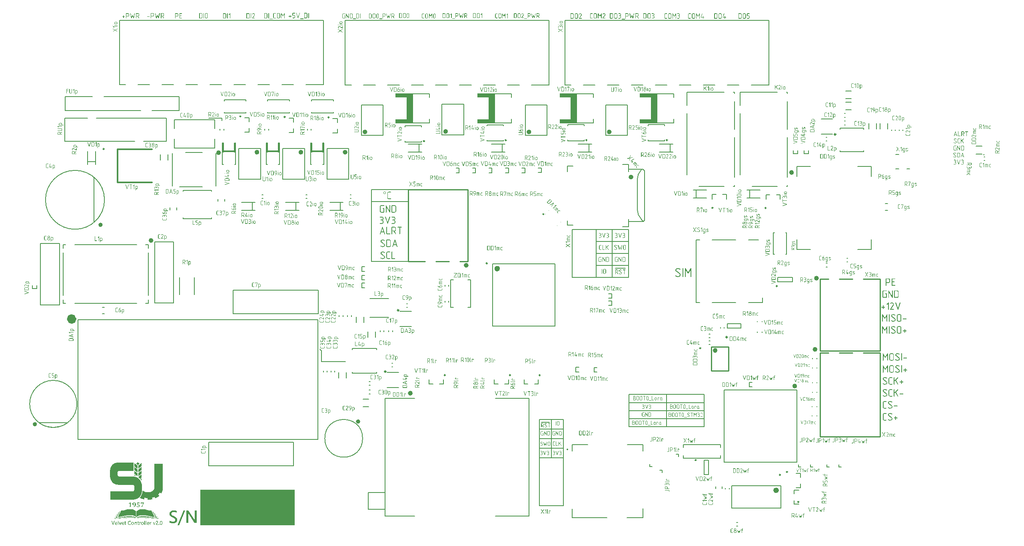
<source format=gto>
G04*
G04 #@! TF.GenerationSoftware,Altium Limited,Altium Designer,23.0.1 (38)*
G04*
G04 Layer_Color=65535*
%FSLAX44Y44*%
%MOMM*%
G71*
G04*
G04 #@! TF.SameCoordinates,7681B053-B415-4EDE-A76C-09C314C6D952*
G04*
G04*
G04 #@! TF.FilePolarity,Positive*
G04*
G01*
G75*
%ADD10C,0.2500*%
%ADD11C,0.6000*%
%ADD12C,0.5000*%
%ADD13C,0.2000*%
%ADD14C,0.3000*%
%ADD15C,1.0000*%
%ADD16C,0.2540*%
%ADD17C,0.1500*%
%ADD18C,0.1000*%
%ADD19R,1.3250X6.2000*%
%ADD20R,3.0250X0.8500*%
%ADD21R,3.0250X0.8750*%
%ADD22R,0.3250X2.0000*%
%ADD23R,2.6000X0.4000*%
%ADD24R,0.3250X2.0000*%
G36*
X263450Y158100D02*
X263650D01*
Y157900D01*
X263850D01*
Y157700D01*
X264050D01*
Y157500D01*
X264250D01*
Y157300D01*
X264450D01*
Y157100D01*
X264850D01*
Y156900D01*
X265050D01*
Y156700D01*
X265250D01*
Y156500D01*
X265450D01*
Y156300D01*
X265650D01*
Y156100D01*
X265850D01*
Y155900D01*
X266250D01*
Y155700D01*
X266450D01*
Y155500D01*
X266650D01*
Y155300D01*
X266850D01*
Y155100D01*
X266650D01*
Y154900D01*
X266250D01*
Y154700D01*
X266050D01*
Y154500D01*
X265850D01*
Y154300D01*
X265650D01*
Y154100D01*
X265450D01*
Y153900D01*
X265050D01*
Y153700D01*
X264850D01*
Y153500D01*
X264650D01*
Y153300D01*
X264450D01*
Y153100D01*
X264250D01*
Y152900D01*
X263850D01*
Y152700D01*
X263650D01*
Y152500D01*
X263450D01*
Y152300D01*
X262850D01*
Y152500D01*
X262650D01*
Y152700D01*
X262450D01*
Y152900D01*
X262250D01*
Y153100D01*
X261850D01*
Y153300D01*
X261650D01*
Y153500D01*
X261450D01*
Y153700D01*
X261250D01*
Y153900D01*
X261050D01*
Y154100D01*
X260650D01*
Y154300D01*
X260450D01*
Y154500D01*
X260250D01*
Y154700D01*
X260050D01*
Y154900D01*
X259850D01*
Y155100D01*
X259450D01*
Y155300D01*
X259650D01*
Y155500D01*
X259850D01*
Y155700D01*
X260250D01*
Y155900D01*
X260450D01*
Y156100D01*
X260650D01*
Y156300D01*
X260850D01*
Y156500D01*
X261050D01*
Y156700D01*
X261250D01*
Y156900D01*
X261650D01*
Y157100D01*
X261850D01*
Y157300D01*
X262050D01*
Y157500D01*
X262250D01*
Y157700D01*
X262450D01*
Y157900D01*
X262650D01*
Y158100D01*
X263050D01*
Y158300D01*
X263450D01*
Y158100D01*
D02*
G37*
G36*
X270650Y149700D02*
X270450D01*
Y149500D01*
X270250D01*
Y149300D01*
X270050D01*
Y149100D01*
X269650D01*
Y148900D01*
X269450D01*
Y148700D01*
X269250D01*
Y148500D01*
X268850D01*
Y148300D01*
X268650D01*
Y148100D01*
X268450D01*
Y147900D01*
X268050D01*
Y147700D01*
X267850D01*
Y147500D01*
X267650D01*
Y147300D01*
X267250D01*
Y147100D01*
X267050D01*
Y146900D01*
X266850D01*
Y146700D01*
X266450D01*
Y146500D01*
X266250D01*
Y146300D01*
X265850D01*
Y146100D01*
X265650D01*
Y145900D01*
X265450D01*
Y145700D01*
X265050D01*
Y145500D01*
X264850D01*
Y145300D01*
X264650D01*
Y145100D01*
X264250D01*
Y144900D01*
X264050D01*
Y144700D01*
X263850D01*
Y151100D01*
X264050D01*
Y151300D01*
X264250D01*
Y151500D01*
X264650D01*
Y151700D01*
X264850D01*
Y151900D01*
X265050D01*
Y152100D01*
X265250D01*
Y152300D01*
X265650D01*
Y152500D01*
X265850D01*
Y152700D01*
X266050D01*
Y152900D01*
X266450D01*
Y153100D01*
X266650D01*
Y153300D01*
X266850D01*
Y153500D01*
X267250D01*
Y153700D01*
X267450D01*
Y153900D01*
X267650D01*
Y154100D01*
X267850D01*
Y154300D01*
X268250D01*
Y154500D01*
X268450D01*
Y154700D01*
X268650D01*
Y154900D01*
X269050D01*
Y155100D01*
X269250D01*
Y155300D01*
X269450D01*
Y155500D01*
X269650D01*
Y155700D01*
X270050D01*
Y155900D01*
X270250D01*
Y156100D01*
X270450D01*
Y156300D01*
X270650D01*
Y149700D01*
D02*
G37*
G36*
X255850Y156100D02*
X256050D01*
Y155900D01*
X256250D01*
Y155700D01*
X256650D01*
Y155500D01*
X256850D01*
Y155300D01*
X257050D01*
Y155100D01*
X257250D01*
Y154900D01*
X257650D01*
Y154700D01*
X257850D01*
Y154500D01*
X258050D01*
Y154300D01*
X258450D01*
Y154100D01*
X258650D01*
Y153900D01*
X258850D01*
Y153700D01*
X259050D01*
Y153500D01*
X259450D01*
Y153300D01*
X259650D01*
Y153100D01*
X259850D01*
Y152900D01*
X260250D01*
Y152700D01*
X260450D01*
Y152500D01*
X260650D01*
Y152300D01*
X261050D01*
Y152100D01*
X261250D01*
Y151900D01*
X261450D01*
Y151700D01*
X261650D01*
Y151500D01*
X262050D01*
Y151300D01*
X262250D01*
Y151100D01*
X262450D01*
Y144700D01*
X262250D01*
Y144900D01*
X262050D01*
Y145100D01*
X261650D01*
Y145300D01*
X261450D01*
Y145500D01*
X261250D01*
Y145700D01*
X260850D01*
Y145900D01*
X260650D01*
Y146100D01*
X260250D01*
Y146300D01*
X260050D01*
Y146500D01*
X259850D01*
Y146700D01*
X259450D01*
Y146900D01*
X259250D01*
Y147100D01*
X259050D01*
Y147300D01*
X258650D01*
Y147500D01*
X258450D01*
Y147700D01*
X258250D01*
Y147900D01*
X257850D01*
Y148100D01*
X257650D01*
Y148300D01*
X257450D01*
Y148500D01*
X257050D01*
Y148700D01*
X256850D01*
Y148900D01*
X256650D01*
Y149100D01*
X256250D01*
Y149300D01*
X256050D01*
Y149500D01*
X255850D01*
Y149700D01*
X255650D01*
Y156300D01*
X255850D01*
Y156100D01*
D02*
G37*
G36*
X270650Y141500D02*
X270250D01*
Y141300D01*
X270050D01*
Y141100D01*
X269850D01*
Y140900D01*
X269450D01*
Y140700D01*
X269250D01*
Y140500D01*
X269050D01*
Y140300D01*
X268650D01*
Y140100D01*
X268450D01*
Y139900D01*
X268250D01*
Y139700D01*
X267850D01*
Y139500D01*
X267650D01*
Y139300D01*
X267450D01*
Y139100D01*
X267050D01*
Y138900D01*
X266850D01*
Y138700D01*
X266650D01*
Y138500D01*
X266250D01*
Y138300D01*
X266050D01*
Y138100D01*
X265650D01*
Y137900D01*
X265450D01*
Y137700D01*
X265250D01*
Y137500D01*
X264850D01*
Y137300D01*
X264650D01*
Y137100D01*
X264450D01*
Y136900D01*
X264050D01*
Y136700D01*
X263850D01*
Y143100D01*
X264050D01*
Y143300D01*
X264450D01*
Y143500D01*
X264650D01*
Y143700D01*
X264850D01*
Y143900D01*
X265050D01*
Y144100D01*
X265450D01*
Y144300D01*
X265650D01*
Y144500D01*
X265850D01*
Y144700D01*
X266250D01*
Y144900D01*
X266450D01*
Y145100D01*
X266650D01*
Y145300D01*
X267050D01*
Y145500D01*
X267250D01*
Y145700D01*
X267450D01*
Y145900D01*
X267650D01*
Y146100D01*
X268050D01*
Y146300D01*
X268250D01*
Y146500D01*
X268450D01*
Y146700D01*
X268850D01*
Y146900D01*
X269050D01*
Y147100D01*
X269250D01*
Y147300D01*
X269650D01*
Y147500D01*
X269850D01*
Y147700D01*
X270050D01*
Y147900D01*
X270250D01*
Y148100D01*
X270650D01*
Y141500D01*
D02*
G37*
G36*
X256050Y147900D02*
X256250D01*
Y147700D01*
X256450D01*
Y147500D01*
X256650D01*
Y147300D01*
X257050D01*
Y147100D01*
X257250D01*
Y146900D01*
X257450D01*
Y146700D01*
X257850D01*
Y146500D01*
X258050D01*
Y146300D01*
X258250D01*
Y146100D01*
X258650D01*
Y145900D01*
X258850D01*
Y145700D01*
X259050D01*
Y145500D01*
X259250D01*
Y145300D01*
X259650D01*
Y145100D01*
X259850D01*
Y144900D01*
X260050D01*
Y144700D01*
X260450D01*
Y144500D01*
X260650D01*
Y144300D01*
X260850D01*
Y144100D01*
X261050D01*
Y143900D01*
X261450D01*
Y143700D01*
X261650D01*
Y143500D01*
X261850D01*
Y143300D01*
X262250D01*
Y143100D01*
X262450D01*
Y136700D01*
X262250D01*
Y136900D01*
X261850D01*
Y137100D01*
X261650D01*
Y137300D01*
X261450D01*
Y137500D01*
X261050D01*
Y137700D01*
X260850D01*
Y137900D01*
X260650D01*
Y138100D01*
X260250D01*
Y138300D01*
X260050D01*
Y138500D01*
X259650D01*
Y138700D01*
X259450D01*
Y138900D01*
X259250D01*
Y139100D01*
X258850D01*
Y139300D01*
X258650D01*
Y139500D01*
X258450D01*
Y139700D01*
X258050D01*
Y139900D01*
X257850D01*
Y140100D01*
X257650D01*
Y140300D01*
X257250D01*
Y140500D01*
X257050D01*
Y140700D01*
X256850D01*
Y140900D01*
X256450D01*
Y141100D01*
X256250D01*
Y141300D01*
X256050D01*
Y141500D01*
X255650D01*
Y148100D01*
X256050D01*
Y147900D01*
D02*
G37*
G36*
X255850Y131900D02*
X256050D01*
Y131700D01*
X256450D01*
Y131500D01*
X256650D01*
Y131300D01*
X256850D01*
Y131100D01*
X257050D01*
Y130900D01*
X257450D01*
Y130700D01*
X257650D01*
Y130500D01*
X257850D01*
Y130300D01*
X258250D01*
Y130100D01*
X258450D01*
Y129900D01*
X258650D01*
Y129700D01*
X258850D01*
Y129500D01*
X259250D01*
Y129300D01*
X259450D01*
Y129100D01*
X259650D01*
Y128900D01*
X259050D01*
Y129100D01*
X258250D01*
Y129300D01*
X257450D01*
Y129500D01*
X256450D01*
Y129700D01*
X255650D01*
Y132100D01*
X255850D01*
Y131900D01*
D02*
G37*
G36*
X270650Y133500D02*
X270450D01*
Y133300D01*
X270050D01*
Y133100D01*
X269850D01*
Y132900D01*
X269650D01*
Y132700D01*
X269250D01*
Y132500D01*
X269050D01*
Y132300D01*
X268850D01*
Y132100D01*
X268450D01*
Y131900D01*
X268250D01*
Y131700D01*
X268050D01*
Y131500D01*
X267650D01*
Y131300D01*
X267450D01*
Y131100D01*
X267250D01*
Y130900D01*
X266850D01*
Y130700D01*
X266650D01*
Y130500D01*
X266250D01*
Y130300D01*
X266050D01*
Y130100D01*
X265850D01*
Y129900D01*
X265450D01*
Y129700D01*
X265250D01*
Y129500D01*
X265050D01*
Y129300D01*
X264650D01*
Y129100D01*
X264450D01*
Y128900D01*
X264250D01*
Y128700D01*
X263850D01*
Y128900D01*
Y135100D01*
X264250D01*
Y135300D01*
X264450D01*
Y135500D01*
X264650D01*
Y135700D01*
X265050D01*
Y135900D01*
X265250D01*
Y136100D01*
X265450D01*
Y136300D01*
X265650D01*
Y136500D01*
X266050D01*
Y136700D01*
X266250D01*
Y136900D01*
X266450D01*
Y137100D01*
X266850D01*
Y137300D01*
X267050D01*
Y137500D01*
X267250D01*
Y137700D01*
X267450D01*
Y137900D01*
X267850D01*
Y138100D01*
X268050D01*
Y138300D01*
X268250D01*
Y138500D01*
X268650D01*
Y138700D01*
X268850D01*
Y138900D01*
X269050D01*
Y139100D01*
X269450D01*
Y139300D01*
X269650D01*
Y139500D01*
X269850D01*
Y139700D01*
X270050D01*
Y139900D01*
X270450D01*
Y140100D01*
X270650D01*
Y133500D01*
D02*
G37*
G36*
X255850Y139900D02*
X256250D01*
Y139700D01*
X256450D01*
Y139500D01*
X256650D01*
Y139300D01*
X256850D01*
Y139100D01*
X257250D01*
Y138900D01*
X257450D01*
Y138700D01*
X257650D01*
Y138500D01*
X258050D01*
Y138300D01*
X258250D01*
Y138100D01*
X258450D01*
Y137900D01*
X258850D01*
Y137700D01*
X259050D01*
Y137500D01*
X259250D01*
Y137300D01*
X259450D01*
Y137100D01*
X259850D01*
Y136900D01*
X260050D01*
Y136700D01*
X260250D01*
Y136500D01*
X260650D01*
Y136300D01*
X260850D01*
Y136100D01*
X261050D01*
Y135900D01*
X261250D01*
Y135700D01*
X261650D01*
Y135500D01*
X261850D01*
Y135300D01*
X262050D01*
Y135100D01*
X262450D01*
Y128700D01*
X262050D01*
Y128900D01*
X261850D01*
Y129100D01*
X261650D01*
Y129300D01*
X261250D01*
Y129500D01*
X261050D01*
Y129700D01*
X260850D01*
Y129900D01*
X260450D01*
Y130100D01*
X260250D01*
Y130300D01*
X259850D01*
Y130500D01*
X259650D01*
Y130700D01*
X259450D01*
Y130900D01*
X259050D01*
Y131100D01*
X258850D01*
Y131300D01*
X258650D01*
Y131500D01*
X258250D01*
Y131700D01*
X258050D01*
Y131900D01*
X257850D01*
Y132100D01*
X257450D01*
Y132300D01*
X257250D01*
Y132500D01*
X257050D01*
Y132700D01*
X256650D01*
Y132900D01*
X256450D01*
Y133100D01*
X256250D01*
Y133300D01*
X255850D01*
Y133500D01*
X255650D01*
Y140100D01*
X255850D01*
Y139900D01*
D02*
G37*
G36*
X270650Y130900D02*
Y130700D01*
Y125500D01*
X270450D01*
Y125300D01*
X270250D01*
Y125100D01*
X269850D01*
Y124900D01*
X269650D01*
Y124700D01*
X269450D01*
Y124500D01*
X269050D01*
Y124300D01*
X268850D01*
Y124100D01*
X268650D01*
Y123900D01*
X268250D01*
Y123700D01*
X268050D01*
Y123500D01*
X267850D01*
Y123300D01*
X267650D01*
Y123500D01*
X267450D01*
Y123700D01*
X267250D01*
Y123900D01*
X267050D01*
Y124100D01*
X266850D01*
Y124300D01*
X266650D01*
Y124500D01*
X266450D01*
Y124700D01*
X266250D01*
Y124900D01*
X266050D01*
Y125100D01*
X265850D01*
Y125300D01*
X265650D01*
Y125500D01*
X265450D01*
Y125700D01*
X265250D01*
Y125900D01*
X264850D01*
Y126100D01*
X264650D01*
Y126300D01*
X264450D01*
Y126500D01*
X264050D01*
Y126700D01*
X263850D01*
Y126900D01*
X264050D01*
Y127100D01*
X264250D01*
Y127300D01*
X264450D01*
Y127500D01*
X264850D01*
Y127700D01*
X265050D01*
Y127900D01*
X265250D01*
Y128100D01*
X265450D01*
Y128300D01*
X265850D01*
Y128500D01*
X266050D01*
Y128700D01*
X266250D01*
Y128900D01*
X266650D01*
Y129100D01*
X266850D01*
Y129300D01*
X267050D01*
Y129500D01*
X267250D01*
Y129700D01*
X267650D01*
Y129900D01*
X267850D01*
Y130100D01*
X268050D01*
Y130300D01*
X268450D01*
Y130500D01*
X268650D01*
Y130700D01*
X268850D01*
Y130900D01*
X269250D01*
Y131100D01*
X269450D01*
Y131300D01*
X269650D01*
Y131500D01*
X269850D01*
Y131700D01*
X270250D01*
Y131900D01*
X270450D01*
Y132100D01*
X270650D01*
Y130900D01*
D02*
G37*
G36*
Y119100D02*
X270450D01*
Y119500D01*
X270250D01*
Y119900D01*
X270050D01*
Y120300D01*
X269850D01*
Y120500D01*
X269650D01*
Y120900D01*
X269450D01*
Y121100D01*
X269250D01*
Y121500D01*
X269050D01*
Y121700D01*
X268850D01*
Y122100D01*
X268650D01*
Y122300D01*
X268450D01*
Y122500D01*
X268650D01*
Y122700D01*
X269050D01*
Y122900D01*
X269250D01*
Y123100D01*
X269450D01*
Y123300D01*
X269650D01*
Y123500D01*
X270050D01*
Y123700D01*
X270250D01*
Y123900D01*
X270450D01*
Y124100D01*
X270650D01*
Y119100D01*
D02*
G37*
G36*
X315850Y154900D02*
X315650D01*
Y154500D01*
X315850D01*
Y152500D01*
X315650D01*
Y99700D01*
X315450D01*
Y98500D01*
X315250D01*
Y97500D01*
X315050D01*
Y96700D01*
X314850D01*
Y96100D01*
X314650D01*
Y95500D01*
X314450D01*
Y95100D01*
X314250D01*
Y94700D01*
X314050D01*
Y94100D01*
X313850D01*
Y93700D01*
X313650D01*
Y93500D01*
X313450D01*
Y93100D01*
X313250D01*
Y92700D01*
X313050D01*
Y92500D01*
X312850D01*
Y92100D01*
X312450D01*
Y92300D01*
X312050D01*
Y92500D01*
X311850D01*
Y92700D01*
X311450D01*
Y92900D01*
X311050D01*
Y93100D01*
X310850D01*
Y93300D01*
X310450D01*
Y93500D01*
X310250D01*
Y93700D01*
X309850D01*
Y93900D01*
X309450D01*
Y93700D01*
X309250D01*
Y93300D01*
X309050D01*
Y93100D01*
X308850D01*
Y92700D01*
X308650D01*
Y92500D01*
X308450D01*
Y92300D01*
X308250D01*
Y92100D01*
X308050D01*
Y91700D01*
X307850D01*
Y91500D01*
X307650D01*
Y91300D01*
X307450D01*
Y91100D01*
X307250D01*
Y90900D01*
X307050D01*
Y90700D01*
X306850D01*
Y90500D01*
X306650D01*
Y90300D01*
X306450D01*
Y90100D01*
X306250D01*
Y89500D01*
X306450D01*
Y89300D01*
X306650D01*
Y89100D01*
X306850D01*
Y88900D01*
X307050D01*
Y88700D01*
X307250D01*
Y88500D01*
X307450D01*
Y88300D01*
X307650D01*
Y88100D01*
X307850D01*
Y87900D01*
X308050D01*
Y87700D01*
X308250D01*
Y87500D01*
X308450D01*
Y87100D01*
X308250D01*
Y86900D01*
X308050D01*
Y86700D01*
X307850D01*
Y86500D01*
X307650D01*
Y86300D01*
X307450D01*
Y86100D01*
X307250D01*
Y85900D01*
X306850D01*
Y85700D01*
X306650D01*
Y85500D01*
X306450D01*
Y85300D01*
X306050D01*
Y85100D01*
X305850D01*
Y84900D01*
X305650D01*
Y84700D01*
X305250D01*
Y84500D01*
X305050D01*
Y84300D01*
X304650D01*
Y84100D01*
X304450D01*
Y83900D01*
X304050D01*
Y83700D01*
X303650D01*
Y83500D01*
X303250D01*
Y83300D01*
X303050D01*
Y83100D01*
X302650D01*
Y82900D01*
X302250D01*
Y82700D01*
X301850D01*
Y82500D01*
X301450D01*
Y82300D01*
X301050D01*
Y82100D01*
X300450D01*
Y81900D01*
X299850D01*
Y82300D01*
X299650D01*
Y82700D01*
X299450D01*
Y83100D01*
X299250D01*
Y83500D01*
X299050D01*
Y83700D01*
X298850D01*
Y84100D01*
X298650D01*
Y84500D01*
X298450D01*
Y84700D01*
X298050D01*
Y84500D01*
X297650D01*
Y84300D01*
X297050D01*
Y84100D01*
X296650D01*
Y83900D01*
X296050D01*
Y83700D01*
X295450D01*
Y83500D01*
X294650D01*
Y83300D01*
X294050D01*
Y83100D01*
X293250D01*
Y82300D01*
X293450D01*
Y81500D01*
X293650D01*
Y80700D01*
X293850D01*
Y79900D01*
X294050D01*
Y79700D01*
X293250D01*
Y79500D01*
X292250D01*
Y79300D01*
X291250D01*
Y79100D01*
X289650D01*
Y78900D01*
X287450D01*
Y78700D01*
X283450D01*
Y82100D01*
X282850D01*
Y82300D01*
X280650D01*
Y82500D01*
X279250D01*
Y82700D01*
X278050D01*
Y82900D01*
X277450D01*
Y82700D01*
X277250D01*
Y81900D01*
X277050D01*
Y80900D01*
X276850D01*
Y79900D01*
X276650D01*
Y79500D01*
X276050D01*
Y79700D01*
X275250D01*
Y79900D01*
X274250D01*
Y80100D01*
X273650D01*
Y80300D01*
X272850D01*
Y80500D01*
X272250D01*
Y80700D01*
X271650D01*
Y80900D01*
X271050D01*
Y81100D01*
X270450D01*
Y81300D01*
X270050D01*
Y81500D01*
X269450D01*
Y81700D01*
X269050D01*
Y81900D01*
X268650D01*
Y82100D01*
X268250D01*
Y82300D01*
X267850D01*
Y82500D01*
X267450D01*
Y82700D01*
X267050D01*
Y83100D01*
X267250D01*
Y83300D01*
X267450D01*
Y83500D01*
X267650D01*
Y83700D01*
X267850D01*
Y83900D01*
X268050D01*
Y84300D01*
X268250D01*
Y84500D01*
X268450D01*
Y84700D01*
X268650D01*
Y84900D01*
X268850D01*
Y85300D01*
X269050D01*
Y85500D01*
X269250D01*
Y85900D01*
X269450D01*
Y86100D01*
X269650D01*
Y86500D01*
X269850D01*
Y86700D01*
X270050D01*
Y87100D01*
X270250D01*
Y87500D01*
X270450D01*
Y87900D01*
X270650D01*
Y88300D01*
X270850D01*
Y88700D01*
X271050D01*
Y89300D01*
X271250D01*
Y89700D01*
X271450D01*
Y90300D01*
X271650D01*
Y90900D01*
X271850D01*
Y91500D01*
X272050D01*
Y92300D01*
X272250D01*
Y93100D01*
X272450D01*
Y94100D01*
X272650D01*
Y95300D01*
X272850D01*
Y96700D01*
X273050D01*
Y98900D01*
X273250D01*
Y98700D01*
X273450D01*
Y98500D01*
X273650D01*
Y98300D01*
X273850D01*
Y98100D01*
X274050D01*
Y97900D01*
X274250D01*
Y97700D01*
X274450D01*
Y97500D01*
X274650D01*
Y97300D01*
X274850D01*
Y97100D01*
X275050D01*
Y96900D01*
X275450D01*
Y96700D01*
X275650D01*
Y96500D01*
X276050D01*
Y96300D01*
X276450D01*
Y96100D01*
X276850D01*
Y95900D01*
X277250D01*
Y95700D01*
X277850D01*
Y95500D01*
X278450D01*
Y95300D01*
X279250D01*
Y95100D01*
X280050D01*
Y94900D01*
X280850D01*
Y94700D01*
X282050D01*
Y94500D01*
X287250D01*
Y94700D01*
X288450D01*
Y94900D01*
X289250D01*
Y95100D01*
X289850D01*
Y95300D01*
X290450D01*
Y95500D01*
X291050D01*
Y95700D01*
X291450D01*
Y95900D01*
X291850D01*
Y96100D01*
X292250D01*
Y96300D01*
X292650D01*
Y96500D01*
X293050D01*
Y96700D01*
X293250D01*
Y96900D01*
X293650D01*
Y97100D01*
X293850D01*
Y97300D01*
X294250D01*
Y97500D01*
X294450D01*
Y97700D01*
X294650D01*
Y97900D01*
X295050D01*
Y98100D01*
X295250D01*
Y98300D01*
X295450D01*
Y98500D01*
X295650D01*
Y98700D01*
X295850D01*
Y98900D01*
X296050D01*
Y99100D01*
X296250D01*
Y99300D01*
X296450D01*
Y99700D01*
X296650D01*
Y99900D01*
X296850D01*
Y100300D01*
X297050D01*
Y100700D01*
X297250D01*
Y101100D01*
X297450D01*
Y101500D01*
X297650D01*
Y102300D01*
X297850D01*
Y103100D01*
X298050D01*
Y155300D01*
X315850D01*
Y154900D01*
D02*
G37*
G36*
X253650Y140100D02*
X222650D01*
Y139900D01*
X222050D01*
Y139700D01*
X221650D01*
Y139500D01*
X221450D01*
Y139300D01*
X221250D01*
Y139100D01*
X221050D01*
Y138700D01*
X220850D01*
Y138500D01*
X220650D01*
Y137900D01*
X220450D01*
Y137100D01*
X220250D01*
Y131100D01*
X220450D01*
Y130300D01*
X220650D01*
Y129900D01*
X220850D01*
Y129500D01*
X221050D01*
Y129100D01*
X221250D01*
Y128900D01*
X221450D01*
Y128700D01*
X221850D01*
Y128500D01*
X222250D01*
Y128300D01*
X223050D01*
Y128100D01*
X254450D01*
Y127900D01*
X255850D01*
Y127700D01*
X256850D01*
Y127500D01*
X257650D01*
Y127300D01*
X258450D01*
Y127100D01*
X259050D01*
Y126900D01*
X259650D01*
Y126700D01*
X260050D01*
Y126500D01*
X260650D01*
Y126300D01*
X261050D01*
Y126100D01*
X261450D01*
Y125900D01*
X261850D01*
Y125700D01*
X262050D01*
Y125500D01*
X262450D01*
Y125300D01*
X262850D01*
Y125100D01*
X263050D01*
Y124900D01*
X263450D01*
Y124700D01*
X263650D01*
Y124500D01*
X263850D01*
Y124300D01*
X264250D01*
Y124100D01*
X264450D01*
Y123900D01*
X264650D01*
Y123700D01*
X264850D01*
Y123500D01*
X265050D01*
Y123300D01*
X265250D01*
Y123100D01*
X265450D01*
Y122900D01*
X265650D01*
Y122700D01*
X265850D01*
Y122500D01*
X266050D01*
Y122300D01*
X266250D01*
Y122100D01*
X266450D01*
Y121700D01*
X266650D01*
Y121500D01*
X266850D01*
Y121300D01*
X267050D01*
Y121100D01*
X267250D01*
Y120700D01*
X267450D01*
Y120500D01*
X267650D01*
Y120100D01*
X267850D01*
Y119900D01*
X268050D01*
Y119500D01*
X268250D01*
Y119300D01*
X268450D01*
Y118900D01*
X268650D01*
Y118500D01*
X268850D01*
Y118100D01*
X269050D01*
Y117700D01*
X269250D01*
Y117300D01*
X269450D01*
Y116900D01*
X269650D01*
Y116500D01*
X269850D01*
Y116100D01*
X270050D01*
Y115700D01*
X270250D01*
Y115100D01*
X270450D01*
Y114500D01*
X270650D01*
Y113900D01*
X270850D01*
Y113300D01*
X271050D01*
Y112500D01*
X271250D01*
Y111700D01*
X271450D01*
Y110900D01*
X271650D01*
Y109700D01*
X271850D01*
Y108300D01*
X272050D01*
Y97500D01*
X271850D01*
Y95900D01*
X271650D01*
Y94700D01*
X271450D01*
Y93900D01*
X271250D01*
Y92900D01*
X271050D01*
Y92300D01*
X270850D01*
Y91700D01*
X270650D01*
Y91100D01*
X270450D01*
Y90500D01*
X270250D01*
Y90100D01*
X270050D01*
Y89500D01*
X269850D01*
Y89100D01*
X269650D01*
Y88700D01*
X269450D01*
Y88300D01*
X269250D01*
Y87900D01*
X269050D01*
Y87500D01*
X268850D01*
Y87300D01*
X268650D01*
Y86900D01*
X268450D01*
Y86700D01*
X268250D01*
Y86300D01*
X268050D01*
Y86100D01*
X267850D01*
Y85700D01*
X267650D01*
Y85500D01*
X267450D01*
Y85300D01*
X267250D01*
Y85100D01*
X267050D01*
Y84900D01*
X266850D01*
Y84700D01*
X266650D01*
Y84300D01*
X266450D01*
Y84100D01*
X266250D01*
Y83900D01*
X266050D01*
Y83700D01*
X265650D01*
Y83500D01*
X265450D01*
Y83300D01*
X265250D01*
Y83100D01*
X265050D01*
Y82900D01*
X264850D01*
Y82700D01*
X264450D01*
Y82500D01*
X264250D01*
Y82300D01*
X264050D01*
Y82100D01*
X263650D01*
Y81900D01*
X263250D01*
Y81700D01*
X263050D01*
Y81500D01*
X262650D01*
Y81300D01*
X262250D01*
Y81100D01*
X261850D01*
Y80900D01*
X261450D01*
Y80700D01*
X260850D01*
Y80500D01*
X260450D01*
Y80300D01*
X259850D01*
Y80100D01*
X259250D01*
Y79900D01*
X258450D01*
Y79700D01*
X257650D01*
Y79500D01*
X256650D01*
Y79300D01*
X255450D01*
Y79100D01*
X253250D01*
Y78900D01*
X205250D01*
Y96500D01*
X251850D01*
Y96700D01*
X253050D01*
Y96900D01*
X253650D01*
Y97100D01*
X253850D01*
Y97300D01*
X254250D01*
Y97500D01*
X254450D01*
Y97700D01*
X254650D01*
Y98100D01*
X254850D01*
Y98500D01*
X255050D01*
Y98900D01*
X255250D01*
Y99500D01*
X255450D01*
Y100700D01*
X255650D01*
Y106500D01*
X255450D01*
Y107500D01*
X255250D01*
Y108300D01*
X255050D01*
Y108700D01*
X254850D01*
Y109100D01*
X254650D01*
Y109300D01*
X254450D01*
Y109500D01*
X254250D01*
Y109700D01*
X254050D01*
Y109900D01*
X253850D01*
Y110100D01*
X253250D01*
Y110300D01*
X252650D01*
Y110500D01*
X220850D01*
Y110700D01*
X219050D01*
Y110900D01*
X217850D01*
Y111100D01*
X217050D01*
Y111300D01*
X216250D01*
Y111500D01*
X215650D01*
Y111700D01*
X215050D01*
Y111900D01*
X214450D01*
Y112100D01*
X214050D01*
Y112300D01*
X213650D01*
Y112500D01*
X213250D01*
Y112700D01*
X212850D01*
Y112900D01*
X212450D01*
Y113100D01*
X212250D01*
Y113300D01*
X211850D01*
Y113500D01*
X211650D01*
Y113700D01*
X211250D01*
Y113900D01*
X211050D01*
Y114100D01*
X210850D01*
Y114300D01*
X210450D01*
Y114500D01*
X210250D01*
Y114700D01*
X210050D01*
Y114900D01*
X209850D01*
Y115100D01*
X209650D01*
Y115300D01*
X209450D01*
Y115500D01*
X209250D01*
Y115700D01*
X209050D01*
Y116100D01*
X208850D01*
Y116300D01*
X208650D01*
Y116500D01*
X208450D01*
Y116900D01*
X208250D01*
Y117100D01*
X208050D01*
Y117300D01*
X207850D01*
Y117700D01*
X207650D01*
Y118100D01*
X207450D01*
Y118300D01*
X207250D01*
Y118700D01*
X207050D01*
Y119100D01*
X206850D01*
Y119300D01*
X206650D01*
Y119700D01*
X206450D01*
Y120100D01*
X206250D01*
Y120700D01*
X206050D01*
Y121100D01*
X205850D01*
Y121500D01*
X205650D01*
Y122100D01*
X205450D01*
Y122500D01*
X205250D01*
Y123100D01*
X205050D01*
Y123700D01*
X204850D01*
Y124500D01*
X204650D01*
Y125300D01*
X204450D01*
Y126100D01*
X204250D01*
Y127300D01*
X204050D01*
Y128700D01*
X203850D01*
Y139900D01*
X204050D01*
Y141500D01*
X204250D01*
Y142700D01*
X204450D01*
Y143700D01*
X204650D01*
Y144500D01*
X204850D01*
Y145100D01*
X205050D01*
Y145700D01*
X205250D01*
Y146300D01*
X205450D01*
Y146900D01*
X205650D01*
Y147500D01*
X205850D01*
Y147900D01*
X206050D01*
Y148300D01*
X206250D01*
Y148700D01*
X206450D01*
Y149100D01*
X206650D01*
Y149500D01*
X206850D01*
Y149900D01*
X207050D01*
Y150100D01*
X207250D01*
Y150500D01*
X207450D01*
Y150900D01*
X207650D01*
Y151100D01*
X207850D01*
Y151500D01*
X208050D01*
Y151700D01*
X208250D01*
Y151900D01*
X208450D01*
Y152100D01*
X208650D01*
Y152500D01*
X208850D01*
Y152700D01*
X209050D01*
Y152900D01*
X209250D01*
Y153100D01*
X209450D01*
Y153300D01*
X209650D01*
Y153500D01*
X209850D01*
Y153700D01*
X210050D01*
Y153900D01*
X210450D01*
Y154100D01*
X210650D01*
Y154300D01*
X210850D01*
Y154500D01*
X211250D01*
Y154700D01*
X211450D01*
Y154900D01*
X211850D01*
Y155100D01*
X212050D01*
Y155300D01*
X212450D01*
Y155500D01*
X212850D01*
Y155700D01*
X213250D01*
Y155900D01*
X213650D01*
Y156100D01*
X214050D01*
Y156300D01*
X214650D01*
Y156500D01*
X215250D01*
Y156700D01*
X215850D01*
Y156900D01*
X216650D01*
Y157100D01*
X217450D01*
Y157300D01*
X218650D01*
Y157500D01*
X220450D01*
Y157700D01*
X253650D01*
Y140100D01*
D02*
G37*
G36*
X266850Y73100D02*
X266650D01*
Y71100D01*
X262250D01*
Y68500D01*
X263050D01*
Y68700D01*
X265050D01*
Y68500D01*
X265650D01*
Y68300D01*
X266050D01*
Y68100D01*
X266450D01*
Y67700D01*
X266650D01*
Y67500D01*
X266850D01*
Y67100D01*
X267050D01*
Y66100D01*
X267250D01*
Y65900D01*
X267050D01*
Y64900D01*
X266850D01*
Y64500D01*
X266650D01*
Y64300D01*
X266450D01*
Y64100D01*
X266250D01*
Y63900D01*
X266050D01*
Y63700D01*
X265650D01*
Y63500D01*
X265250D01*
Y63300D01*
X264250D01*
Y63100D01*
X262850D01*
Y63300D01*
X261650D01*
Y63500D01*
X261050D01*
Y63700D01*
X260850D01*
Y65300D01*
X262050D01*
Y64700D01*
X262250D01*
Y64300D01*
X262450D01*
Y64100D01*
X262850D01*
Y63900D01*
X263450D01*
Y63700D01*
X263650D01*
Y63900D01*
X264450D01*
Y64100D01*
X264650D01*
Y64300D01*
X264850D01*
Y64700D01*
X265050D01*
Y65500D01*
X265250D01*
Y66100D01*
X265050D01*
Y66900D01*
X264850D01*
Y67300D01*
X264650D01*
Y67500D01*
X264450D01*
Y67700D01*
X264050D01*
Y67900D01*
X262050D01*
Y67700D01*
X261650D01*
Y67900D01*
X261250D01*
Y72700D01*
X265650D01*
Y72900D01*
X266050D01*
Y73300D01*
X266850D01*
Y73100D01*
D02*
G37*
G36*
X276050Y72300D02*
X275850D01*
Y71900D01*
X275650D01*
Y71500D01*
X275450D01*
Y70900D01*
X275250D01*
Y70500D01*
X275050D01*
Y70100D01*
X274850D01*
Y69500D01*
X274650D01*
Y69100D01*
X274450D01*
Y68700D01*
X274250D01*
Y68100D01*
X274050D01*
Y67700D01*
X273850D01*
Y67300D01*
X273650D01*
Y66700D01*
X273450D01*
Y66300D01*
X273250D01*
Y65900D01*
X273050D01*
Y65300D01*
X272850D01*
Y64900D01*
X272650D01*
Y64300D01*
X272450D01*
Y63900D01*
X272250D01*
Y63500D01*
X272050D01*
Y63300D01*
X270850D01*
Y64100D01*
X271050D01*
Y64500D01*
X271250D01*
Y64900D01*
X271450D01*
Y65300D01*
X271650D01*
Y65700D01*
X271850D01*
Y66100D01*
X272050D01*
Y66500D01*
X272250D01*
Y66900D01*
X272450D01*
Y67300D01*
X272650D01*
Y67500D01*
Y67700D01*
X272850D01*
Y68100D01*
X273050D01*
Y68500D01*
X273250D01*
Y68900D01*
X273450D01*
Y69300D01*
X273650D01*
Y69700D01*
X273850D01*
Y70100D01*
X274050D01*
Y70500D01*
X274250D01*
Y71100D01*
X270450D01*
Y70900D01*
X270250D01*
Y70700D01*
X270050D01*
Y70500D01*
X269850D01*
Y70100D01*
X269250D01*
Y72700D01*
X276050D01*
Y72300D01*
D02*
G37*
G36*
X248050Y64300D02*
X248250D01*
Y64100D01*
X248450D01*
Y63900D01*
X249250D01*
Y63700D01*
X250050D01*
Y63300D01*
X244050D01*
Y63700D01*
X244650D01*
Y63900D01*
X245450D01*
Y64100D01*
X245850D01*
Y64500D01*
X246050D01*
Y67700D01*
Y67900D01*
Y70700D01*
X245850D01*
Y70900D01*
X245050D01*
Y70700D01*
X244650D01*
Y70500D01*
X244450D01*
Y70300D01*
X243850D01*
Y70500D01*
X243650D01*
Y70700D01*
X243850D01*
Y70900D01*
X244050D01*
Y71100D01*
X244450D01*
Y71300D01*
X244850D01*
Y71500D01*
X245050D01*
Y71700D01*
X245450D01*
Y71900D01*
X245850D01*
Y72100D01*
X246050D01*
Y72300D01*
X246450D01*
Y72500D01*
X246850D01*
Y72700D01*
X247050D01*
Y72900D01*
X248050D01*
Y64300D01*
D02*
G37*
G36*
X256250Y72700D02*
X256850D01*
Y72500D01*
X257250D01*
Y72300D01*
X257450D01*
Y72100D01*
X257850D01*
Y71700D01*
X258050D01*
Y71500D01*
X258250D01*
Y71100D01*
X258450D01*
Y70500D01*
X258650D01*
Y67100D01*
X258450D01*
Y66500D01*
X258250D01*
Y65900D01*
X258050D01*
Y65700D01*
X257850D01*
Y65300D01*
X257650D01*
Y65100D01*
X257450D01*
Y64700D01*
X257250D01*
Y64500D01*
X257050D01*
Y64300D01*
X256650D01*
Y64100D01*
X256450D01*
Y63900D01*
X256050D01*
Y63700D01*
X255650D01*
Y63500D01*
X255050D01*
Y63300D01*
X254050D01*
Y63100D01*
X253650D01*
Y63300D01*
X253450D01*
Y63900D01*
X254050D01*
Y64100D01*
X254650D01*
Y64300D01*
X255050D01*
Y64500D01*
X255450D01*
Y64700D01*
X255650D01*
Y64900D01*
X255850D01*
Y65100D01*
X256050D01*
Y65500D01*
X256250D01*
Y65900D01*
X256450D01*
Y66500D01*
X256650D01*
Y67700D01*
X256450D01*
Y67500D01*
X256050D01*
Y67300D01*
X255650D01*
Y67100D01*
X253250D01*
Y67300D01*
X252850D01*
Y67500D01*
X252450D01*
Y67900D01*
X252250D01*
Y68100D01*
X252050D01*
Y68500D01*
X251850D01*
Y70900D01*
X252050D01*
Y71300D01*
X252250D01*
Y71700D01*
X252450D01*
Y71900D01*
X252650D01*
Y72100D01*
X252850D01*
Y72300D01*
X253250D01*
Y72500D01*
X253650D01*
Y72700D01*
X254250D01*
Y72900D01*
X256250D01*
Y72700D01*
D02*
G37*
G36*
X249050Y58700D02*
X250450D01*
Y58500D01*
X251250D01*
Y58300D01*
X252050D01*
Y58100D01*
X252850D01*
Y57900D01*
X253250D01*
Y57700D01*
X253850D01*
Y57500D01*
X254250D01*
Y57300D01*
X254850D01*
Y57100D01*
X255250D01*
Y56900D01*
X255650D01*
Y56700D01*
X255850D01*
Y56500D01*
X256250D01*
Y56300D01*
X256650D01*
Y56100D01*
X256850D01*
Y55900D01*
X257250D01*
Y55700D01*
X257450D01*
Y55500D01*
X257850D01*
Y55300D01*
X258050D01*
Y55100D01*
X258250D01*
Y54900D01*
X258650D01*
Y54700D01*
X258850D01*
Y54500D01*
X259050D01*
Y54300D01*
X259250D01*
Y54100D01*
X259450D01*
Y52300D01*
Y52100D01*
Y44100D01*
X259650D01*
Y42100D01*
X259450D01*
Y42300D01*
X259050D01*
Y42500D01*
X258850D01*
Y42700D01*
X258650D01*
Y42900D01*
X258450D01*
Y43100D01*
X258050D01*
Y43300D01*
X257850D01*
Y43500D01*
X257450D01*
Y43700D01*
X257250D01*
Y43900D01*
X256850D01*
Y44100D01*
X256450D01*
Y44300D01*
X256050D01*
Y44500D01*
X255450D01*
Y44700D01*
X255050D01*
Y44900D01*
X254450D01*
Y45100D01*
X253650D01*
Y45300D01*
X253050D01*
Y45500D01*
X252050D01*
Y45700D01*
X250650D01*
Y45900D01*
X248650D01*
Y46100D01*
X244450D01*
Y45900D01*
X241850D01*
Y45700D01*
X240050D01*
Y45500D01*
X238650D01*
Y45300D01*
X237450D01*
Y45100D01*
X236250D01*
Y44900D01*
X235250D01*
Y44700D01*
X234250D01*
Y44500D01*
X233250D01*
Y44300D01*
X232450D01*
Y44100D01*
X231650D01*
Y43900D01*
X230850D01*
Y43700D01*
X230050D01*
Y43500D01*
X229250D01*
Y43300D01*
X228250D01*
Y43100D01*
X227450D01*
Y42900D01*
X226450D01*
Y42700D01*
X225050D01*
Y42500D01*
X222850D01*
Y42300D01*
X222050D01*
Y42500D01*
X221050D01*
Y42700D01*
X221250D01*
Y43100D01*
X221450D01*
Y43500D01*
X221650D01*
Y43900D01*
X221850D01*
Y44300D01*
X222050D01*
Y44700D01*
X222250D01*
Y45100D01*
X222450D01*
Y45500D01*
X222650D01*
Y45900D01*
X222850D01*
Y46300D01*
X223050D01*
Y46500D01*
X223250D01*
Y46900D01*
X223450D01*
Y47300D01*
X223650D01*
Y47700D01*
X223850D01*
Y48100D01*
X224050D01*
Y48500D01*
X224250D01*
Y48900D01*
X224450D01*
Y49300D01*
X224650D01*
Y49700D01*
X224850D01*
Y50100D01*
X225050D01*
Y50500D01*
X225250D01*
Y50900D01*
X225450D01*
Y51300D01*
X225650D01*
Y51700D01*
X225850D01*
Y52100D01*
X226050D01*
Y52500D01*
X226250D01*
Y52900D01*
X226450D01*
Y53300D01*
X226650D01*
Y53700D01*
X226850D01*
Y54100D01*
X227050D01*
Y54500D01*
X227250D01*
Y54900D01*
X227450D01*
Y55300D01*
X227650D01*
Y55700D01*
X227850D01*
Y55900D01*
X228050D01*
Y55700D01*
X231850D01*
Y55900D01*
X232850D01*
Y56100D01*
X233650D01*
Y56300D01*
X234450D01*
Y56500D01*
X235050D01*
Y56700D01*
X235850D01*
Y56900D01*
X236650D01*
Y57100D01*
X237250D01*
Y57300D01*
X238050D01*
Y57500D01*
X238650D01*
Y57700D01*
X239250D01*
Y57900D01*
X239850D01*
Y58100D01*
X240650D01*
Y58300D01*
X241650D01*
Y58500D01*
X242650D01*
Y58700D01*
X244050D01*
Y58900D01*
X249050D01*
Y58700D01*
D02*
G37*
G36*
X275450D02*
X276850D01*
Y58500D01*
X277850D01*
Y58300D01*
X278850D01*
Y58100D01*
X279650D01*
Y57900D01*
X280250D01*
Y57700D01*
X280850D01*
Y57500D01*
X281650D01*
Y57300D01*
X282250D01*
Y57100D01*
X282850D01*
Y56900D01*
X283650D01*
Y56700D01*
X284450D01*
Y56500D01*
X285050D01*
Y56300D01*
X285850D01*
Y56100D01*
X286650D01*
Y55900D01*
X287650D01*
Y55700D01*
X291450D01*
Y55900D01*
X291650D01*
Y55700D01*
X291850D01*
Y55300D01*
X292050D01*
Y54900D01*
X292250D01*
Y54500D01*
X292450D01*
Y54100D01*
X292650D01*
Y53700D01*
X292850D01*
Y53300D01*
X293050D01*
Y52900D01*
X293250D01*
Y52500D01*
X293450D01*
Y52100D01*
X293650D01*
Y51700D01*
X293850D01*
Y51300D01*
X294050D01*
Y50900D01*
X294250D01*
Y50500D01*
X294450D01*
Y50100D01*
X294650D01*
Y49700D01*
X294850D01*
Y49300D01*
X295050D01*
Y48900D01*
X295250D01*
Y48500D01*
X295450D01*
Y48300D01*
X295650D01*
Y47900D01*
X295850D01*
Y47500D01*
X296050D01*
Y47100D01*
X296250D01*
Y46700D01*
X296450D01*
Y46300D01*
X296650D01*
Y45900D01*
X296850D01*
Y45500D01*
X297050D01*
Y45100D01*
X297250D01*
Y44700D01*
X297450D01*
Y44300D01*
X297650D01*
Y43900D01*
X297850D01*
Y43700D01*
X298050D01*
Y43300D01*
X298250D01*
Y42900D01*
X298450D01*
Y42500D01*
X297450D01*
Y42300D01*
X296650D01*
Y42500D01*
X294450D01*
Y42700D01*
X293250D01*
Y42900D01*
X292050D01*
Y43100D01*
X291250D01*
Y43300D01*
X290450D01*
Y43500D01*
X289650D01*
Y43700D01*
X288650D01*
Y43900D01*
X287850D01*
Y44100D01*
X287050D01*
Y44300D01*
X286250D01*
Y44500D01*
X285250D01*
Y44700D01*
X284250D01*
Y44900D01*
X283250D01*
Y45100D01*
X282050D01*
Y45300D01*
X280850D01*
Y45500D01*
X279450D01*
Y45700D01*
X277650D01*
Y45900D01*
X275250D01*
Y46100D01*
X271050D01*
Y45900D01*
X268850D01*
Y45700D01*
X267450D01*
Y45500D01*
X266650D01*
Y45300D01*
X265850D01*
Y45100D01*
X265050D01*
Y44900D01*
X264450D01*
Y44700D01*
X264050D01*
Y44500D01*
X263450D01*
Y44300D01*
X263050D01*
Y44100D01*
X262650D01*
Y43900D01*
X262250D01*
Y43700D01*
X262050D01*
Y43500D01*
X261650D01*
Y43300D01*
X261450D01*
Y43100D01*
X261050D01*
Y42900D01*
X260850D01*
Y42700D01*
X260650D01*
Y42500D01*
X260450D01*
Y42300D01*
X260250D01*
Y42100D01*
X260050D01*
Y54100D01*
X260250D01*
Y54300D01*
X260450D01*
Y54500D01*
X260650D01*
Y54700D01*
X261050D01*
Y54900D01*
X261250D01*
Y55100D01*
X261450D01*
Y55300D01*
X261650D01*
Y55500D01*
X262050D01*
Y55700D01*
X262250D01*
Y55900D01*
X262650D01*
Y56100D01*
X262850D01*
Y56300D01*
X263250D01*
Y56500D01*
X263650D01*
Y56700D01*
X264050D01*
Y56900D01*
X264250D01*
Y57100D01*
X264850D01*
Y57300D01*
X265250D01*
Y57500D01*
X265650D01*
Y57700D01*
X266250D01*
Y57900D01*
X266850D01*
Y58100D01*
X267450D01*
Y58300D01*
X268250D01*
Y58500D01*
X269250D01*
Y58700D01*
X270450D01*
Y58900D01*
X275450D01*
Y58700D01*
D02*
G37*
G36*
X295650Y52900D02*
X295850D01*
Y52500D01*
X296050D01*
Y52100D01*
X296250D01*
Y51900D01*
X296450D01*
Y51500D01*
X296650D01*
Y51100D01*
X296850D01*
Y50900D01*
X297050D01*
Y50500D01*
X297250D01*
Y50100D01*
X297450D01*
Y49700D01*
X297650D01*
Y49500D01*
X297850D01*
Y49100D01*
X298050D01*
Y48700D01*
X298250D01*
Y48500D01*
X298450D01*
Y48100D01*
X298650D01*
Y47700D01*
X298850D01*
Y47500D01*
X299050D01*
Y47100D01*
X299250D01*
Y46900D01*
X299450D01*
Y46500D01*
X299650D01*
Y46100D01*
X299850D01*
Y45900D01*
X300050D01*
Y45500D01*
X300250D01*
Y45100D01*
X300450D01*
Y44900D01*
X300650D01*
Y44500D01*
X300850D01*
Y44300D01*
X301050D01*
Y43900D01*
X301250D01*
Y43500D01*
X301450D01*
Y43300D01*
X301650D01*
Y42900D01*
X301850D01*
Y42700D01*
X302050D01*
Y42300D01*
X302250D01*
Y42100D01*
X302450D01*
Y41700D01*
X302650D01*
Y41300D01*
X302850D01*
Y41100D01*
X303050D01*
Y40700D01*
X303250D01*
Y40500D01*
X303450D01*
Y40100D01*
X303650D01*
Y39900D01*
X298650D01*
Y40100D01*
X296450D01*
Y40300D01*
X294450D01*
Y40500D01*
X292850D01*
Y40700D01*
X291450D01*
Y40900D01*
X289850D01*
Y41100D01*
X288450D01*
Y41300D01*
X286850D01*
Y41500D01*
X285450D01*
Y41700D01*
X283850D01*
Y41900D01*
X282050D01*
Y42100D01*
X280050D01*
Y42300D01*
X277450D01*
Y42500D01*
X269650D01*
Y42300D01*
X267850D01*
Y42100D01*
X266450D01*
Y41900D01*
X265250D01*
Y41700D01*
X264250D01*
Y41500D01*
X263450D01*
Y41300D01*
X262650D01*
Y41100D01*
X262050D01*
Y40900D01*
X261250D01*
Y40700D01*
X260850D01*
Y40500D01*
X260250D01*
Y40300D01*
X260050D01*
Y40900D01*
X260250D01*
Y41100D01*
X260650D01*
Y41300D01*
X261050D01*
Y41500D01*
X261450D01*
Y41700D01*
X262050D01*
Y41900D01*
X262450D01*
Y42100D01*
X263050D01*
Y42300D01*
X263650D01*
Y42500D01*
X264250D01*
Y42700D01*
X265050D01*
Y42900D01*
X265650D01*
Y43100D01*
X266650D01*
Y43300D01*
X267450D01*
Y43500D01*
X268650D01*
Y43700D01*
X270250D01*
Y43900D01*
X272850D01*
Y44100D01*
X276250D01*
Y43900D01*
X279250D01*
Y43700D01*
X281050D01*
Y43500D01*
X282450D01*
Y43300D01*
X283850D01*
Y43100D01*
X285050D01*
Y42900D01*
X286050D01*
Y42700D01*
X287050D01*
Y42500D01*
X288250D01*
Y42300D01*
X289250D01*
Y42100D01*
X290450D01*
Y41900D01*
X291450D01*
Y41700D01*
X292650D01*
Y41500D01*
X294050D01*
Y41300D01*
X295450D01*
Y41100D01*
X297250D01*
Y40900D01*
X300650D01*
Y40700D01*
X301050D01*
Y41300D01*
X300850D01*
Y41700D01*
X300650D01*
Y41900D01*
X300450D01*
Y42300D01*
X300250D01*
Y42700D01*
X300050D01*
Y43100D01*
X299850D01*
Y43300D01*
X299650D01*
Y43700D01*
X299450D01*
Y44100D01*
X299250D01*
Y44500D01*
X299050D01*
Y44900D01*
X298850D01*
Y45100D01*
X298650D01*
Y45500D01*
X298450D01*
Y45900D01*
X298250D01*
Y46300D01*
X298050D01*
Y46700D01*
X297850D01*
Y46900D01*
X297650D01*
Y47300D01*
X297450D01*
Y47700D01*
X297250D01*
Y48100D01*
X297050D01*
Y48500D01*
X296850D01*
Y48900D01*
X296650D01*
Y49100D01*
X296450D01*
Y49500D01*
X296250D01*
Y49900D01*
X296050D01*
Y50300D01*
X295850D01*
Y50700D01*
X295650D01*
Y51100D01*
X295450D01*
Y51500D01*
X295250D01*
Y51900D01*
X295050D01*
Y52100D01*
X294850D01*
Y52500D01*
X294650D01*
Y52900D01*
X294450D01*
Y53300D01*
X295650D01*
Y52900D01*
D02*
G37*
G36*
X225050D02*
X224850D01*
Y52500D01*
X224650D01*
Y52100D01*
X224450D01*
Y51700D01*
X224250D01*
Y51300D01*
X224050D01*
Y51100D01*
X223850D01*
Y50700D01*
X223650D01*
Y50300D01*
X223450D01*
Y49900D01*
X223250D01*
Y49500D01*
X223050D01*
Y49100D01*
X222850D01*
Y48700D01*
X222650D01*
Y48300D01*
X222450D01*
Y48100D01*
X222250D01*
Y47700D01*
X222050D01*
Y47300D01*
X221850D01*
Y46900D01*
X221650D01*
Y46500D01*
X221450D01*
Y46300D01*
X221250D01*
Y45900D01*
X221050D01*
Y45500D01*
X220850D01*
Y45100D01*
X220650D01*
Y44700D01*
X220450D01*
Y44300D01*
X220250D01*
Y44100D01*
X220050D01*
Y43700D01*
X219850D01*
Y43300D01*
X219650D01*
Y42900D01*
X219450D01*
Y42700D01*
X219250D01*
Y42300D01*
X219050D01*
Y41900D01*
X218850D01*
Y41500D01*
X218650D01*
Y41300D01*
X218450D01*
Y40700D01*
X219050D01*
Y40900D01*
X222250D01*
Y41100D01*
X224050D01*
Y41300D01*
X225450D01*
Y41500D01*
X226850D01*
Y41700D01*
X228050D01*
Y41900D01*
X229250D01*
Y42100D01*
X230250D01*
Y42300D01*
X231250D01*
Y42500D01*
X232450D01*
Y42700D01*
X233450D01*
Y42900D01*
X234450D01*
Y43100D01*
X235650D01*
Y43300D01*
X237050D01*
Y43500D01*
X238450D01*
Y43700D01*
X240250D01*
Y43900D01*
X243250D01*
Y44100D01*
X246650D01*
Y43900D01*
X249250D01*
Y43700D01*
X250850D01*
Y43500D01*
X252050D01*
Y43300D01*
X253050D01*
Y43100D01*
X253850D01*
Y42900D01*
X254650D01*
Y42700D01*
X255250D01*
Y42500D01*
X255850D01*
Y42300D01*
X256450D01*
Y42100D01*
X257050D01*
Y41900D01*
X257450D01*
Y41700D01*
X258050D01*
Y41500D01*
X258450D01*
Y41300D01*
X258850D01*
Y41100D01*
X259250D01*
Y40900D01*
X259450D01*
Y40300D01*
X259250D01*
Y40500D01*
X258850D01*
Y40700D01*
X258250D01*
Y40900D01*
X257450D01*
Y41100D01*
X256850D01*
Y41300D01*
X256050D01*
Y41500D01*
X255250D01*
Y41700D01*
X254250D01*
Y41900D01*
X253050D01*
Y42100D01*
X251850D01*
Y42300D01*
X249850D01*
Y42500D01*
X242050D01*
Y42300D01*
X239450D01*
Y42100D01*
X237450D01*
Y41900D01*
X235650D01*
Y41700D01*
X234050D01*
Y41500D01*
X232650D01*
Y41300D01*
X231050D01*
Y41100D01*
X229650D01*
Y40900D01*
X228250D01*
Y40700D01*
X226650D01*
Y40500D01*
X225050D01*
Y40300D01*
X223250D01*
Y40100D01*
X221050D01*
Y39900D01*
X215850D01*
Y40100D01*
X216050D01*
Y40500D01*
X216250D01*
Y40700D01*
X216450D01*
Y41100D01*
X216650D01*
Y41300D01*
X216850D01*
Y41700D01*
X217050D01*
Y41900D01*
X217250D01*
Y42300D01*
X217450D01*
Y42500D01*
X217650D01*
Y42900D01*
X217850D01*
Y43300D01*
X218050D01*
Y43500D01*
X218250D01*
Y43900D01*
X218450D01*
Y44100D01*
X218650D01*
Y44500D01*
X218850D01*
Y44900D01*
X219050D01*
Y45100D01*
X219250D01*
Y45500D01*
X219450D01*
Y45700D01*
X219650D01*
Y46100D01*
X219850D01*
Y46500D01*
X220050D01*
Y46700D01*
X220250D01*
Y47100D01*
X220450D01*
Y47500D01*
X220650D01*
Y47700D01*
X220850D01*
Y48100D01*
X221050D01*
Y48500D01*
X221250D01*
Y48700D01*
X221450D01*
Y49100D01*
X221650D01*
Y49500D01*
X221850D01*
Y49700D01*
X222050D01*
Y50100D01*
X222250D01*
Y50500D01*
X222450D01*
Y50700D01*
X222650D01*
Y51100D01*
X222850D01*
Y51500D01*
X223050D01*
Y51700D01*
X223250D01*
Y52100D01*
X223450D01*
Y52500D01*
X223650D01*
Y52900D01*
X223850D01*
Y53100D01*
X224050D01*
Y53300D01*
X225050D01*
Y52900D01*
D02*
G37*
G36*
X222050Y51900D02*
X221850D01*
Y51700D01*
X221650D01*
Y51300D01*
X221450D01*
Y50900D01*
X221250D01*
Y50700D01*
X221050D01*
Y50300D01*
X220850D01*
Y50100D01*
X220650D01*
Y49700D01*
X220450D01*
Y49500D01*
X220250D01*
Y49100D01*
X220050D01*
Y48700D01*
X219850D01*
Y48500D01*
X219650D01*
Y48100D01*
X219450D01*
Y47900D01*
X219250D01*
Y47500D01*
X219050D01*
Y47300D01*
X218850D01*
Y46900D01*
X218650D01*
Y46700D01*
X218450D01*
Y46300D01*
X218250D01*
Y46100D01*
X218050D01*
Y45700D01*
X217850D01*
Y45500D01*
X217650D01*
Y45100D01*
X217450D01*
Y44900D01*
X217250D01*
Y44500D01*
X217050D01*
Y44300D01*
X216850D01*
Y43900D01*
X216650D01*
Y43700D01*
X216450D01*
Y43300D01*
X216250D01*
Y42900D01*
X216050D01*
Y42700D01*
X215850D01*
Y42500D01*
X215650D01*
Y42100D01*
X215450D01*
Y41900D01*
X215250D01*
Y41500D01*
X215050D01*
Y41300D01*
X214850D01*
Y40900D01*
X214650D01*
Y40700D01*
X214450D01*
Y40300D01*
X214250D01*
Y40100D01*
X214050D01*
Y39700D01*
X213850D01*
Y39500D01*
X213650D01*
Y39100D01*
X213450D01*
Y38900D01*
X217450D01*
Y39100D01*
X220650D01*
Y39300D01*
X223050D01*
Y39500D01*
X225050D01*
Y39700D01*
X226850D01*
Y39900D01*
X228450D01*
Y40100D01*
X230250D01*
Y40300D01*
X232050D01*
Y40500D01*
X233850D01*
Y40700D01*
X235850D01*
Y40900D01*
X237850D01*
Y41100D01*
X240250D01*
Y41300D01*
X243450D01*
Y41500D01*
X250450D01*
Y41300D01*
X253050D01*
Y41100D01*
X254650D01*
Y40900D01*
X255850D01*
Y40700D01*
X256850D01*
Y40500D01*
X257850D01*
Y40300D01*
X258650D01*
Y40100D01*
X259450D01*
Y39900D01*
X259650D01*
Y39700D01*
X258850D01*
Y39900D01*
X257450D01*
Y40100D01*
X255850D01*
Y40300D01*
X253850D01*
Y40500D01*
X248050D01*
Y40700D01*
X246850D01*
Y40500D01*
X240650D01*
Y40300D01*
X237450D01*
Y40100D01*
X234850D01*
Y39900D01*
X232450D01*
Y39700D01*
X230250D01*
Y39500D01*
X228050D01*
Y39300D01*
X225650D01*
Y39100D01*
X223450D01*
Y38900D01*
X220850D01*
Y38700D01*
X217050D01*
Y38500D01*
X213450D01*
Y38700D01*
X212850D01*
Y38900D01*
X213050D01*
Y39300D01*
X213250D01*
Y39500D01*
X213450D01*
Y39700D01*
X213650D01*
Y40100D01*
X213850D01*
Y40300D01*
X214050D01*
Y40700D01*
X214250D01*
Y40900D01*
X214450D01*
Y41300D01*
X214650D01*
Y41500D01*
X214850D01*
Y41900D01*
X215050D01*
Y42100D01*
X215250D01*
Y42300D01*
X215450D01*
Y42700D01*
X215650D01*
Y42900D01*
X215850D01*
Y43300D01*
X216050D01*
Y43500D01*
X216250D01*
Y43900D01*
X216450D01*
Y44100D01*
X216650D01*
Y44500D01*
X216850D01*
Y44700D01*
X217050D01*
Y45100D01*
X217250D01*
Y45300D01*
X217450D01*
Y45700D01*
X217650D01*
Y45900D01*
X217850D01*
Y46300D01*
X218050D01*
Y46500D01*
X218250D01*
Y46900D01*
X218450D01*
Y47100D01*
X218650D01*
Y47500D01*
X218850D01*
Y47700D01*
X219050D01*
Y48100D01*
X219250D01*
Y48500D01*
X219450D01*
Y48700D01*
X219650D01*
Y49100D01*
X219850D01*
Y49300D01*
X220050D01*
Y49700D01*
X220250D01*
Y49900D01*
X220450D01*
Y50300D01*
X220650D01*
Y50700D01*
X220850D01*
Y50900D01*
X221050D01*
Y51300D01*
X221250D01*
Y51500D01*
X221450D01*
Y51900D01*
X221650D01*
Y52100D01*
X222050D01*
Y51900D01*
D02*
G37*
G36*
X297850D02*
X298050D01*
Y51700D01*
X298250D01*
Y51300D01*
X298450D01*
Y50900D01*
X298650D01*
Y50700D01*
X298850D01*
Y50300D01*
X299050D01*
Y50100D01*
X299250D01*
Y49700D01*
X299450D01*
Y49300D01*
X299650D01*
Y49100D01*
X299850D01*
Y48700D01*
X300050D01*
Y48500D01*
X300250D01*
Y48100D01*
X300450D01*
Y47900D01*
X300650D01*
Y47500D01*
X300850D01*
Y47300D01*
X301050D01*
Y46900D01*
X301250D01*
Y46700D01*
X301450D01*
Y46300D01*
X301650D01*
Y45900D01*
X301850D01*
Y45700D01*
X302050D01*
Y45300D01*
X302250D01*
Y45100D01*
X302450D01*
Y44700D01*
X302650D01*
Y44500D01*
X302850D01*
Y44100D01*
X303050D01*
Y43900D01*
X303250D01*
Y43500D01*
X303450D01*
Y43300D01*
X303650D01*
Y43100D01*
X303850D01*
Y42700D01*
X304050D01*
Y42500D01*
X304250D01*
Y42100D01*
X304450D01*
Y41900D01*
X304650D01*
Y41500D01*
X304850D01*
Y41300D01*
X305050D01*
Y40900D01*
X305250D01*
Y40700D01*
X305450D01*
Y40300D01*
X305650D01*
Y40100D01*
X305850D01*
Y39900D01*
X306050D01*
Y39500D01*
X306250D01*
Y39300D01*
X306450D01*
Y38900D01*
X306650D01*
Y38700D01*
X306050D01*
Y38500D01*
X302650D01*
Y38700D01*
X298850D01*
Y38900D01*
X296050D01*
Y39100D01*
X293850D01*
Y39300D01*
X291450D01*
Y39500D01*
X289250D01*
Y39700D01*
X287050D01*
Y39900D01*
X284650D01*
Y40100D01*
X282050D01*
Y40300D01*
X278850D01*
Y40500D01*
X272650D01*
Y40700D01*
X271650D01*
Y40500D01*
X265650D01*
Y40300D01*
X263650D01*
Y40100D01*
X262050D01*
Y39900D01*
X260650D01*
Y39700D01*
X260050D01*
Y39900D01*
X260250D01*
Y40100D01*
X260850D01*
Y40300D01*
X261650D01*
Y40500D01*
X262650D01*
Y40700D01*
X263650D01*
Y40900D01*
X264850D01*
Y41100D01*
X266450D01*
Y41300D01*
X269050D01*
Y41500D01*
X276050D01*
Y41300D01*
X279250D01*
Y41100D01*
X281650D01*
Y40900D01*
X283850D01*
Y40700D01*
X285650D01*
Y40500D01*
X287450D01*
Y40300D01*
X289250D01*
Y40100D01*
X291050D01*
Y39900D01*
X292650D01*
Y39700D01*
X294450D01*
Y39500D01*
X296450D01*
Y39300D01*
X298850D01*
Y39100D01*
X302050D01*
Y38900D01*
X306050D01*
Y39300D01*
X305850D01*
Y39500D01*
X305650D01*
Y39900D01*
X305450D01*
Y40100D01*
X305250D01*
Y40300D01*
X305050D01*
Y40700D01*
X304850D01*
Y40900D01*
X304650D01*
Y41300D01*
X304450D01*
Y41500D01*
X304250D01*
Y41900D01*
X304050D01*
Y42100D01*
X303850D01*
Y42500D01*
X303650D01*
Y42700D01*
X303450D01*
Y43100D01*
X303250D01*
Y43300D01*
X303050D01*
Y43700D01*
X302850D01*
Y43900D01*
X302650D01*
Y44300D01*
X302450D01*
Y44500D01*
X302250D01*
Y44900D01*
X302050D01*
Y45100D01*
X301850D01*
Y45500D01*
X301650D01*
Y45700D01*
X301450D01*
Y46100D01*
X301250D01*
Y46300D01*
X301050D01*
Y46700D01*
X300850D01*
Y46900D01*
X300650D01*
Y47300D01*
X300450D01*
Y47500D01*
X300250D01*
Y47900D01*
X300050D01*
Y48300D01*
X299850D01*
Y48500D01*
X299650D01*
Y48900D01*
X299450D01*
Y49100D01*
X299250D01*
Y49500D01*
X299050D01*
Y49700D01*
X298850D01*
Y50100D01*
X298650D01*
Y50500D01*
X298450D01*
Y50700D01*
X298250D01*
Y51100D01*
X298050D01*
Y51300D01*
X297850D01*
Y51700D01*
X297650D01*
Y52300D01*
X297850D01*
Y51900D01*
D02*
G37*
G36*
X595000Y25000D02*
X395000D01*
Y100000D01*
X595000D01*
Y25000D01*
D02*
G37*
G36*
X340320Y56192D02*
X340690D01*
X341570Y56099D01*
X342495Y55960D01*
X343513Y55775D01*
X344485Y55498D01*
X345318Y55128D01*
Y51194D01*
X345272D01*
X345179Y51240D01*
X345041Y51333D01*
X344809Y51425D01*
X344578Y51564D01*
X344254Y51703D01*
X343884Y51842D01*
X343467Y51981D01*
X342542Y52258D01*
X341477Y52536D01*
X340274Y52721D01*
X339024Y52767D01*
X338700D01*
X338423Y52721D01*
X337821Y52675D01*
X337127Y52536D01*
X337081D01*
X336988Y52490D01*
X336803Y52443D01*
X336572Y52397D01*
X336063Y52212D01*
X335507Y51934D01*
X335461D01*
X335415Y51842D01*
X335091Y51657D01*
X334767Y51286D01*
X334397Y50824D01*
Y50777D01*
X334350Y50731D01*
X334258Y50592D01*
X334211Y50407D01*
X334026Y49898D01*
X333980Y49250D01*
Y49204D01*
Y49111D01*
Y48926D01*
X334026Y48695D01*
X334119Y48186D01*
X334304Y47677D01*
Y47630D01*
X334350Y47584D01*
X334535Y47306D01*
X334859Y46890D01*
X335276Y46473D01*
X335322Y46427D01*
X335415Y46381D01*
X335554Y46288D01*
X335739Y46149D01*
X336016Y45964D01*
X336294Y45779D01*
X336988Y45363D01*
X337034Y45316D01*
X337173Y45270D01*
X337358Y45131D01*
X337682Y44992D01*
X338006Y44807D01*
X338377Y44622D01*
X339302Y44159D01*
X339348Y44113D01*
X339533Y44067D01*
X339811Y43928D01*
X340135Y43743D01*
X340552Y43512D01*
X341014Y43280D01*
X341940Y42725D01*
X341986Y42678D01*
X342171Y42586D01*
X342403Y42447D01*
X342727Y42216D01*
X343467Y41660D01*
X344208Y40966D01*
X344254Y40920D01*
X344393Y40827D01*
X344578Y40596D01*
X344809Y40365D01*
X345041Y40041D01*
X345318Y39670D01*
X345781Y38837D01*
X345827Y38791D01*
X345874Y38652D01*
X345966Y38375D01*
X346105Y38051D01*
X346198Y37680D01*
X346290Y37218D01*
X346336Y36709D01*
X346383Y36153D01*
Y36061D01*
Y35829D01*
X346336Y35459D01*
X346290Y34996D01*
X346198Y34441D01*
X346012Y33886D01*
X345827Y33330D01*
X345550Y32775D01*
X345503Y32729D01*
X345411Y32543D01*
X345226Y32312D01*
X344994Y31988D01*
X344670Y31618D01*
X344300Y31248D01*
X343884Y30877D01*
X343421Y30507D01*
X343375Y30461D01*
X343190Y30368D01*
X342912Y30229D01*
X342542Y30044D01*
X342079Y29813D01*
X341570Y29628D01*
X340968Y29397D01*
X340367Y29258D01*
X340274D01*
X340089Y29211D01*
X339719Y29165D01*
X339302Y29072D01*
X338747Y29026D01*
X338145Y28934D01*
X337497Y28887D01*
X336386D01*
X335877Y28934D01*
X335229Y29026D01*
X335091D01*
X334906Y29072D01*
X334674Y29119D01*
X334072Y29165D01*
X333378Y29304D01*
X333332D01*
X333193Y29350D01*
X333008D01*
X332777Y29397D01*
X332175Y29535D01*
X331527Y29720D01*
X331481D01*
X331388Y29767D01*
X331250Y29859D01*
X331018Y29952D01*
X330555Y30183D01*
X330000Y30507D01*
Y34672D01*
X330046Y34626D01*
X330185Y34580D01*
X330416Y34441D01*
X330694Y34302D01*
X331342Y33932D01*
X331990Y33608D01*
X332036D01*
X332129Y33562D01*
X332314Y33469D01*
X332545Y33377D01*
X333101Y33145D01*
X333749Y32914D01*
X333795D01*
X333887Y32867D01*
X334072Y32821D01*
X334304Y32775D01*
X334906Y32636D01*
X335554Y32497D01*
X335692D01*
X335877Y32451D01*
X336109D01*
X336664Y32405D01*
X337266Y32358D01*
X337682D01*
X338145Y32405D01*
X338747Y32497D01*
X339395Y32590D01*
X340042Y32729D01*
X340644Y32960D01*
X341153Y33284D01*
X341199Y33330D01*
X341338Y33469D01*
X341570Y33654D01*
X341801Y33978D01*
X342033Y34348D01*
X342264Y34811D01*
X342403Y35366D01*
X342449Y35968D01*
Y36014D01*
Y36107D01*
Y36292D01*
X342403Y36523D01*
X342264Y37032D01*
X341986Y37588D01*
Y37634D01*
X341894Y37727D01*
X341801Y37819D01*
X341662Y38004D01*
X341292Y38421D01*
X340783Y38884D01*
X340737Y38930D01*
X340644Y38976D01*
X340505Y39115D01*
X340274Y39254D01*
X340042Y39439D01*
X339719Y39624D01*
X339024Y40041D01*
X338978Y40087D01*
X338839Y40133D01*
X338608Y40272D01*
X338330Y40411D01*
X338006Y40596D01*
X337590Y40781D01*
X337127Y41059D01*
X336618Y41290D01*
X336572Y41336D01*
X336386Y41383D01*
X336155Y41522D01*
X335831Y41707D01*
X335415Y41938D01*
X334998Y42169D01*
X334072Y42678D01*
X334026Y42725D01*
X333887Y42817D01*
X333656Y42956D01*
X333378Y43141D01*
X332684Y43697D01*
X331944Y44298D01*
X331897Y44345D01*
X331805Y44437D01*
X331620Y44622D01*
X331435Y44900D01*
X331203Y45178D01*
X330972Y45501D01*
X330555Y46288D01*
Y46335D01*
X330463Y46473D01*
X330416Y46751D01*
X330324Y47075D01*
X330231Y47445D01*
X330139Y47908D01*
X330093Y48417D01*
X330046Y48972D01*
Y49065D01*
Y49296D01*
X330093Y49620D01*
X330139Y50083D01*
X330231Y50592D01*
X330370Y51101D01*
X330555Y51657D01*
X330833Y52212D01*
X330879Y52258D01*
X330972Y52443D01*
X331157Y52721D01*
X331435Y52999D01*
X331712Y53369D01*
X332082Y53739D01*
X332499Y54109D01*
X332962Y54480D01*
X333008Y54526D01*
X333193Y54618D01*
X333471Y54804D01*
X333841Y54989D01*
X334304Y55174D01*
X334813Y55405D01*
X335368Y55590D01*
X335970Y55775D01*
X336063D01*
X336248Y55868D01*
X336572Y55914D01*
X337034Y56007D01*
X337543Y56099D01*
X338099Y56146D01*
X339348Y56238D01*
X339996D01*
X340320Y56192D01*
D02*
G37*
G36*
X387432Y29304D02*
X383082D01*
X369707Y49991D01*
Y50037D01*
X369615Y50129D01*
Y50453D01*
X369568Y50870D01*
X369522Y51147D01*
Y51333D01*
X369476Y51425D01*
X368921D01*
X369152Y50916D01*
X369430Y50453D01*
X369522Y50268D01*
X369615Y50129D01*
Y49944D01*
X369661Y49574D01*
Y49204D01*
Y48787D01*
Y48278D01*
Y29304D01*
X365866D01*
Y55822D01*
X370355D01*
X383406Y35413D01*
X383452Y35366D01*
X383545Y35181D01*
X383683Y34996D01*
X383730Y34533D01*
Y34209D01*
X383776Y33978D01*
Y33886D01*
Y33839D01*
X384378D01*
X384285Y33978D01*
X384146Y34163D01*
X384007Y34441D01*
X383822Y34718D01*
X383683Y34996D01*
Y35598D01*
X383637Y36338D01*
Y36755D01*
Y37264D01*
Y55822D01*
X387432D01*
Y29304D01*
D02*
G37*
G36*
X350687Y25000D02*
X347308D01*
X359757Y55822D01*
X363228D01*
X350687Y25000D01*
D02*
G37*
G36*
X246288Y33817D02*
X246401D01*
X246528Y33803D01*
X246669Y33789D01*
X246979Y33747D01*
X247317Y33676D01*
X247656Y33592D01*
X247980Y33465D01*
Y32309D01*
X247966D01*
X247938Y32323D01*
X247881Y32351D01*
X247811Y32379D01*
X247712Y32422D01*
X247614Y32450D01*
X247487Y32492D01*
X247346Y32548D01*
X247050Y32633D01*
X246711Y32703D01*
X246345Y32760D01*
X245978Y32774D01*
X245851D01*
X245767Y32760D01*
X245654Y32746D01*
X245527Y32732D01*
X245386Y32703D01*
X245231Y32661D01*
X244893Y32563D01*
X244724Y32492D01*
X244540Y32408D01*
X244371Y32309D01*
X244202Y32182D01*
X244033Y32055D01*
X243878Y31900D01*
X243864Y31886D01*
X243850Y31858D01*
X243807Y31815D01*
X243751Y31745D01*
X243694Y31660D01*
X243624Y31548D01*
X243554Y31435D01*
X243483Y31294D01*
X243398Y31125D01*
X243328Y30956D01*
X243258Y30758D01*
X243201Y30561D01*
X243145Y30335D01*
X243102Y30096D01*
X243088Y29842D01*
X243074Y29574D01*
Y29560D01*
Y29518D01*
Y29447D01*
X243088Y29348D01*
X243102Y29222D01*
X243116Y29095D01*
X243131Y28940D01*
X243173Y28770D01*
X243258Y28418D01*
X243384Y28052D01*
X243469Y27868D01*
X243582Y27685D01*
X243694Y27516D01*
X243821Y27361D01*
X243836Y27347D01*
X243850Y27333D01*
X243892Y27290D01*
X243962Y27234D01*
X244033Y27178D01*
X244117Y27107D01*
X244230Y27036D01*
X244343Y26966D01*
X244484Y26881D01*
X244639Y26811D01*
X244963Y26684D01*
X245161Y26628D01*
X245358Y26585D01*
X245569Y26571D01*
X245795Y26557D01*
X245908D01*
X245992Y26571D01*
X246091D01*
X246218Y26585D01*
X246345Y26600D01*
X246500Y26628D01*
X246838Y26684D01*
X247205Y26783D01*
X247585Y26910D01*
X247980Y27079D01*
Y26007D01*
X247966D01*
X247938Y25979D01*
X247881Y25965D01*
X247811Y25923D01*
X247712Y25895D01*
X247599Y25852D01*
X247472Y25796D01*
X247332Y25754D01*
X247162Y25711D01*
X246993Y25655D01*
X246598Y25585D01*
X246161Y25528D01*
X245682Y25500D01*
X245612D01*
X245513Y25514D01*
X245400D01*
X245245Y25528D01*
X245076Y25556D01*
X244893Y25599D01*
X244681Y25641D01*
X244470Y25697D01*
X244244Y25768D01*
X244019Y25852D01*
X243779Y25965D01*
X243554Y26092D01*
X243328Y26233D01*
X243102Y26402D01*
X242905Y26600D01*
X242891Y26614D01*
X242863Y26656D01*
X242806Y26712D01*
X242750Y26797D01*
X242665Y26910D01*
X242581Y27051D01*
X242482Y27206D01*
X242398Y27389D01*
X242299Y27586D01*
X242200Y27798D01*
X242116Y28037D01*
X242031Y28305D01*
X241975Y28573D01*
X241918Y28869D01*
X241890Y29193D01*
X241876Y29518D01*
Y29546D01*
Y29602D01*
X241890Y29701D01*
Y29842D01*
X241918Y29997D01*
X241932Y30194D01*
X241975Y30392D01*
X242017Y30631D01*
X242087Y30871D01*
X242158Y31125D01*
X242257Y31378D01*
X242369Y31646D01*
X242496Y31900D01*
X242651Y32154D01*
X242835Y32408D01*
X243032Y32633D01*
X243046Y32647D01*
X243088Y32689D01*
X243159Y32746D01*
X243243Y32816D01*
X243356Y32915D01*
X243497Y33014D01*
X243652Y33126D01*
X243836Y33239D01*
X244047Y33338D01*
X244272Y33451D01*
X244512Y33549D01*
X244780Y33648D01*
X245048Y33719D01*
X245358Y33775D01*
X245668Y33817D01*
X245992Y33831D01*
X246190D01*
X246288Y33817D01*
D02*
G37*
G36*
X291511Y31548D02*
X291723Y31505D01*
X291949Y31435D01*
Y30321D01*
X291934Y30335D01*
X291878Y30349D01*
X291793Y30378D01*
X291695Y30420D01*
X291568Y30448D01*
X291441Y30476D01*
X291300Y30490D01*
X291145Y30504D01*
X291117D01*
X291060Y30490D01*
X290962Y30476D01*
X290849Y30448D01*
X290708Y30378D01*
X290567Y30293D01*
X290426Y30166D01*
X290285Y29997D01*
X290271Y29969D01*
X290229Y29898D01*
X290172Y29785D01*
X290116Y29630D01*
X290045Y29433D01*
X289989Y29193D01*
X289947Y28911D01*
X289933Y28587D01*
Y25627D01*
X288791D01*
Y31463D01*
X289933D01*
Y30711D01*
X289961Y30758D01*
X290060Y30899D01*
X290186Y31054D01*
X290327Y31195D01*
X290341Y31209D01*
X290398Y31252D01*
X290497Y31308D01*
X290609Y31378D01*
X290750Y31449D01*
X290905Y31505D01*
X291089Y31548D01*
X291286Y31562D01*
X291413D01*
X291511Y31548D01*
D02*
G37*
G36*
X269210D02*
X269422Y31505D01*
X269647Y31435D01*
Y30321D01*
X269633Y30335D01*
X269577Y30349D01*
X269492Y30378D01*
X269393Y30420D01*
X269266Y30448D01*
X269140Y30476D01*
X268999Y30490D01*
X268844Y30504D01*
X268815D01*
X268759Y30490D01*
X268660Y30476D01*
X268547Y30448D01*
X268407Y30378D01*
X268266Y30293D01*
X268125Y30166D01*
X267984Y29997D01*
X267969Y29969D01*
X267927Y29898D01*
X267871Y29785D01*
X267815Y29630D01*
X267744Y29433D01*
X267688Y29193D01*
X267645Y28911D01*
X267631Y28587D01*
Y25627D01*
X266489D01*
Y31463D01*
X267631D01*
Y30711D01*
X267659Y30758D01*
X267758Y30899D01*
X267885Y31054D01*
X268026Y31195D01*
X268040Y31209D01*
X268096Y31252D01*
X268195Y31308D01*
X268308Y31378D01*
X268449Y31449D01*
X268604Y31505D01*
X268787Y31548D01*
X268985Y31562D01*
X269111D01*
X269210Y31548D01*
D02*
G37*
G36*
X259131Y31576D02*
X259201D01*
X259300Y31562D01*
X259525Y31505D01*
X259765Y31435D01*
X260019Y31322D01*
X260259Y31167D01*
X260371Y31068D01*
X260470Y30956D01*
X260498Y30927D01*
X260512Y30885D01*
X260555Y30843D01*
X260597Y30772D01*
X260639Y30688D01*
X260738Y30490D01*
X260822Y30237D01*
X260907Y29926D01*
X260963Y29574D01*
X260991Y29165D01*
Y25627D01*
X259850D01*
Y28925D01*
Y28940D01*
Y28996D01*
X259836Y29081D01*
Y29193D01*
X259807Y29320D01*
X259793Y29461D01*
X259695Y29771D01*
X259638Y29926D01*
X259554Y30067D01*
X259455Y30208D01*
X259342Y30335D01*
X259201Y30448D01*
X259046Y30533D01*
X258863Y30589D01*
X258651Y30603D01*
X258553D01*
X258440Y30575D01*
X258299Y30547D01*
X258144Y30490D01*
X257975Y30406D01*
X257792Y30279D01*
X257636Y30124D01*
X257622Y30110D01*
X257580Y30039D01*
X257510Y29941D01*
X257439Y29800D01*
X257369Y29630D01*
X257298Y29419D01*
X257256Y29193D01*
X257242Y28925D01*
Y25627D01*
X256100D01*
Y31463D01*
X257242D01*
Y30772D01*
X257171Y30688D01*
X257129Y30617D01*
X257087Y30561D01*
X257073Y30533D01*
X257059Y30519D01*
X257242D01*
Y30772D01*
X257326Y30857D01*
X257425Y30956D01*
X257538Y31054D01*
X257665Y31153D01*
X257806Y31252D01*
X257961Y31336D01*
X258130Y31421D01*
X258313Y31491D01*
X258510Y31548D01*
X258736Y31576D01*
X258962Y31590D01*
X259060D01*
X259131Y31576D01*
D02*
G37*
G36*
X211060Y25627D02*
X209876D01*
X207000Y33704D01*
X208227D01*
X210426Y27389D01*
Y27375D01*
X210440Y27333D01*
X210454Y27276D01*
X210482Y27192D01*
X210483Y27189D01*
X210510Y27262D01*
X210553Y27403D01*
X212794Y33704D01*
X214006D01*
X211060Y25627D01*
D02*
G37*
G36*
X298278D02*
X297235D01*
X295078Y31463D01*
X296262D01*
X297714Y27304D01*
X297728Y27290D01*
X297742Y27234D01*
X297771Y27149D01*
X297799Y27036D01*
X297801Y27029D01*
X297883Y27276D01*
X299406Y31463D01*
X300562D01*
X298278Y25627D01*
D02*
G37*
G36*
X226087D02*
X225044D01*
X222887Y31463D01*
X224072D01*
X225523Y27304D01*
X225538Y27290D01*
X225552Y27234D01*
X225580Y27149D01*
X225608Y27036D01*
X225610Y27029D01*
X225693Y27276D01*
X227215Y31463D01*
X228371D01*
X226087Y25627D01*
D02*
G37*
G36*
X303691Y33817D02*
X303804D01*
X303959Y33789D01*
X304114Y33761D01*
X304269Y33733D01*
X304438Y33676D01*
X304453D01*
X304509Y33648D01*
X304594Y33620D01*
X304692Y33563D01*
X304819Y33507D01*
X304946Y33437D01*
X305073Y33338D01*
X305200Y33239D01*
X305214Y33225D01*
X305256Y33183D01*
X305312Y33126D01*
X305383Y33042D01*
X305468Y32943D01*
X305552Y32830D01*
X305637Y32689D01*
X305707Y32534D01*
X305721Y32520D01*
X305735Y32464D01*
X305764Y32379D01*
X305806Y32266D01*
X305834Y32126D01*
X305862Y31971D01*
X305876Y31787D01*
X305891Y31604D01*
Y31590D01*
Y31519D01*
Y31435D01*
X305876Y31322D01*
X305862Y31181D01*
X305848Y31040D01*
X305778Y30730D01*
Y30716D01*
X305764Y30659D01*
X305735Y30589D01*
X305693Y30490D01*
X305651Y30378D01*
X305594Y30265D01*
X305439Y29997D01*
X305425Y29983D01*
X305397Y29941D01*
X305355Y29870D01*
X305284Y29785D01*
X305200Y29673D01*
X305101Y29560D01*
X304988Y29447D01*
X304861Y29320D01*
X304847Y29306D01*
X304805Y29264D01*
X304734Y29207D01*
X304636Y29123D01*
X304523Y29038D01*
X304382Y28925D01*
X304241Y28813D01*
X304072Y28700D01*
X304044Y28686D01*
X303987Y28644D01*
X303889Y28559D01*
X303762Y28474D01*
X303621Y28376D01*
X303466Y28263D01*
X303311Y28150D01*
X303170Y28037D01*
X303156Y28023D01*
X303113Y27995D01*
X303043Y27939D01*
X302972Y27868D01*
X302789Y27713D01*
X302705Y27615D01*
X302620Y27530D01*
X302606Y27516D01*
X302592Y27488D01*
X302549Y27445D01*
X302507Y27389D01*
X302423Y27248D01*
X302338Y27079D01*
Y27065D01*
X302324Y27036D01*
X302310Y26994D01*
Y26938D01*
X302282Y26811D01*
X302267Y26670D01*
X306187D01*
Y25627D01*
X301098D01*
Y26120D01*
Y26148D01*
Y26205D01*
Y26304D01*
X301112Y26430D01*
X301126Y26571D01*
X301140Y26726D01*
X301210Y27036D01*
Y27051D01*
X301238Y27107D01*
X301267Y27192D01*
X301295Y27290D01*
X301351Y27403D01*
X301408Y27530D01*
X301577Y27798D01*
X301591Y27812D01*
X301619Y27854D01*
X301690Y27939D01*
X301760Y28023D01*
X301859Y28136D01*
X301971Y28249D01*
X302113Y28376D01*
X302253Y28503D01*
X302267Y28517D01*
X302338Y28559D01*
X302423Y28644D01*
X302549Y28742D01*
X302719Y28855D01*
X302916Y28996D01*
X303142Y29151D01*
X303395Y29320D01*
X303409Y29334D01*
X303452Y29363D01*
X303508Y29419D01*
X303579Y29489D01*
X303776Y29673D01*
X303973Y29870D01*
X303987Y29884D01*
X304016Y29912D01*
X304072Y29969D01*
X304128Y30039D01*
X304269Y30208D01*
X304410Y30406D01*
X304424Y30420D01*
X304438Y30448D01*
X304467Y30504D01*
X304509Y30575D01*
X304594Y30744D01*
X304664Y30941D01*
Y30956D01*
X304678Y30984D01*
X304692Y31040D01*
X304706Y31111D01*
Y31209D01*
X304720Y31308D01*
X304734Y31534D01*
Y31548D01*
Y31590D01*
Y31646D01*
X304720Y31731D01*
X304692Y31914D01*
X304622Y32097D01*
Y32111D01*
X304608Y32140D01*
X304580Y32182D01*
X304551Y32238D01*
X304467Y32379D01*
X304340Y32506D01*
X304326Y32520D01*
X304312Y32534D01*
X304227Y32605D01*
X304086Y32689D01*
X303917Y32760D01*
X303903D01*
X303875Y32774D01*
X303832Y32788D01*
X303762Y32802D01*
X303593Y32830D01*
X303395Y32845D01*
X303311D01*
X303240Y32830D01*
X303099Y32816D01*
X302916Y32774D01*
X302902D01*
X302874Y32760D01*
X302831Y32746D01*
X302775Y32718D01*
X302620Y32661D01*
X302451Y32577D01*
X302437D01*
X302409Y32563D01*
X302366Y32534D01*
X302310Y32506D01*
X302169Y32408D01*
X302000Y32295D01*
X301986Y32281D01*
X301957Y32266D01*
X301915Y32224D01*
X301845Y32182D01*
X301760Y32126D01*
X301661Y32055D01*
X301535Y31971D01*
X301394Y31886D01*
Y33000D01*
X301408Y33014D01*
X301464Y33070D01*
X301563Y33140D01*
X301675Y33239D01*
X301816Y33338D01*
X301971Y33437D01*
X302127Y33535D01*
X302310Y33620D01*
X302338Y33634D01*
X302394Y33648D01*
X302507Y33690D01*
X302648Y33733D01*
X302817Y33761D01*
X303029Y33803D01*
X303254Y33817D01*
X303508Y33831D01*
X303593D01*
X303691Y33817D01*
D02*
G37*
G36*
X281136Y25627D02*
X279994D01*
Y34155D01*
X281136D01*
Y25627D01*
D02*
G37*
G36*
X278345D02*
X277203D01*
Y34155D01*
X278345D01*
Y25627D01*
D02*
G37*
G36*
X222084D02*
X220942D01*
Y34155D01*
X222084D01*
Y25627D01*
D02*
G37*
G36*
X312516Y33817D02*
X312643Y33803D01*
X312812Y33761D01*
X313009Y33704D01*
X313235Y33620D01*
X313461Y33479D01*
X313714Y33310D01*
X313954Y33098D01*
X314067Y32971D01*
X314179Y32816D01*
X314292Y32661D01*
X314405Y32492D01*
X314504Y32295D01*
X314602Y32083D01*
X314687Y31858D01*
X314772Y31618D01*
X314842Y31350D01*
X314898Y31068D01*
X314941Y30758D01*
X314983Y30434D01*
X315011Y30082D01*
Y29701D01*
Y29687D01*
Y29659D01*
Y29602D01*
Y29532D01*
Y29447D01*
X314997Y29348D01*
X314983Y29109D01*
X314969Y28827D01*
X314941Y28531D01*
X314884Y28221D01*
X314828Y27925D01*
Y27911D01*
X314814Y27896D01*
Y27854D01*
X314800Y27798D01*
X314757Y27657D01*
X314687Y27474D01*
X314617Y27262D01*
X314532Y27036D01*
X314419Y26811D01*
X314292Y26600D01*
X314278Y26571D01*
X314236Y26515D01*
X314151Y26416D01*
X314053Y26304D01*
X313926Y26163D01*
X313771Y26036D01*
X313601Y25895D01*
X313418Y25782D01*
X313390Y25768D01*
X313334Y25740D01*
X313221Y25697D01*
X313080Y25641D01*
X312911Y25585D01*
X312713Y25542D01*
X312488Y25514D01*
X312248Y25500D01*
X312135D01*
X312023Y25514D01*
X311868Y25528D01*
X311698Y25570D01*
X311501Y25613D01*
X311318Y25683D01*
X311120Y25768D01*
X311106Y25782D01*
X311036Y25824D01*
X310951Y25881D01*
X310839Y25965D01*
X310712Y26078D01*
X310571Y26219D01*
X310430Y26374D01*
X310303Y26557D01*
X310289Y26585D01*
X310246Y26656D01*
X310190Y26755D01*
X310120Y26910D01*
X310035Y27093D01*
X309965Y27304D01*
X309880Y27544D01*
X309809Y27812D01*
Y27826D01*
Y27840D01*
X309795Y27882D01*
X309781Y27939D01*
X309767Y28009D01*
Y28094D01*
X309739Y28305D01*
X309711Y28545D01*
X309683Y28841D01*
X309669Y29151D01*
X309654Y29504D01*
Y29518D01*
Y29546D01*
Y29602D01*
Y29673D01*
Y29771D01*
X309669Y29870D01*
X309683Y30124D01*
X309697Y30420D01*
X309725Y30730D01*
X309767Y31040D01*
X309823Y31350D01*
Y31364D01*
X309838Y31393D01*
Y31435D01*
X309852Y31491D01*
X309894Y31632D01*
X309950Y31815D01*
X310021Y32041D01*
X310120Y32266D01*
X310218Y32492D01*
X310345Y32703D01*
X310359Y32732D01*
X310416Y32788D01*
X310486Y32887D01*
X310585Y33014D01*
X310712Y33155D01*
X310867Y33282D01*
X311036Y33423D01*
X311219Y33535D01*
X311247Y33549D01*
X311318Y33578D01*
X311416Y33634D01*
X311558Y33690D01*
X311741Y33733D01*
X311938Y33789D01*
X312164Y33817D01*
X312403Y33831D01*
X312432D01*
X312516Y33817D01*
D02*
G37*
G36*
X308146Y26938D02*
X308216Y26924D01*
X308301Y26896D01*
X308386Y26853D01*
X308470Y26797D01*
X308555Y26726D01*
X308569Y26712D01*
X308597Y26684D01*
X308625Y26642D01*
X308668Y26585D01*
X308752Y26430D01*
X308766Y26332D01*
X308780Y26219D01*
Y26205D01*
Y26177D01*
X308766Y26120D01*
X308752Y26050D01*
X308724Y25965D01*
X308682Y25881D01*
X308625Y25796D01*
X308555Y25711D01*
X308541Y25697D01*
X308512Y25683D01*
X308470Y25641D01*
X308414Y25613D01*
X308329Y25570D01*
X308245Y25528D01*
X308146Y25514D01*
X308033Y25500D01*
X307977D01*
X307920Y25514D01*
X307850Y25528D01*
X307765Y25556D01*
X307681Y25585D01*
X307596Y25641D01*
X307512Y25711D01*
X307498Y25726D01*
X307483Y25754D01*
X307455Y25796D01*
X307413Y25852D01*
X307342Y26022D01*
X307328Y26106D01*
X307314Y26219D01*
Y26233D01*
Y26275D01*
X307328Y26318D01*
X307342Y26388D01*
X307399Y26557D01*
X307441Y26642D01*
X307512Y26726D01*
X307526Y26741D01*
X307554Y26769D01*
X307596Y26797D01*
X307653Y26839D01*
X307737Y26881D01*
X307822Y26924D01*
X307920Y26938D01*
X308033Y26952D01*
X308090D01*
X308146Y26938D01*
D02*
G37*
G36*
X285281Y31576D02*
X285365Y31562D01*
X285478Y31548D01*
X285746Y31491D01*
X286028Y31407D01*
X286324Y31266D01*
X286479Y31181D01*
X286620Y31082D01*
X286747Y30970D01*
X286874Y30829D01*
X286888Y30814D01*
X286902Y30800D01*
X286930Y30758D01*
X286972Y30688D01*
X287029Y30617D01*
X287085Y30519D01*
X287141Y30420D01*
X287198Y30293D01*
X287254Y30152D01*
X287311Y29997D01*
X287367Y29828D01*
X287423Y29659D01*
X287494Y29250D01*
X287522Y29024D01*
Y28785D01*
Y28207D01*
X283547D01*
Y28193D01*
Y28178D01*
Y28136D01*
X283561Y28080D01*
X283575Y27939D01*
X283617Y27755D01*
X283674Y27558D01*
X283744Y27347D01*
X283857Y27135D01*
X284012Y26952D01*
X284040Y26938D01*
X284097Y26881D01*
X284195Y26811D01*
X284336Y26726D01*
X284519Y26628D01*
X284731Y26557D01*
X284970Y26501D01*
X285252Y26487D01*
X285337D01*
X285408Y26501D01*
X285492D01*
X285591Y26515D01*
X285830Y26571D01*
X286112Y26642D01*
X286423Y26755D01*
X286775Y26910D01*
X286944Y26994D01*
X287127Y27107D01*
Y26092D01*
X287113D01*
X287085Y26064D01*
X287043Y26036D01*
X286972Y25993D01*
X286902Y25951D01*
X286803Y25909D01*
X286690Y25852D01*
X286549Y25796D01*
X286408Y25740D01*
X286253Y25683D01*
X285901Y25599D01*
X285492Y25528D01*
X285041Y25500D01*
X284928D01*
X284844Y25514D01*
X284731Y25528D01*
X284618Y25542D01*
X284336Y25599D01*
X284026Y25697D01*
X283702Y25838D01*
X283533Y25923D01*
X283378Y26036D01*
X283237Y26148D01*
X283096Y26289D01*
X283081Y26304D01*
X283067Y26332D01*
X283025Y26374D01*
X282983Y26444D01*
X282927Y26515D01*
X282870Y26614D01*
X282814Y26741D01*
X282743Y26867D01*
X282673Y27023D01*
X282616Y27192D01*
X282560Y27375D01*
X282504Y27572D01*
X282461Y27784D01*
X282419Y28009D01*
X282405Y28263D01*
X282391Y28517D01*
Y28531D01*
Y28573D01*
Y28644D01*
X282405Y28742D01*
X282419Y28855D01*
X282433Y28996D01*
X282461Y29137D01*
X282489Y29306D01*
X282574Y29659D01*
X282715Y30025D01*
X282800Y30208D01*
X282898Y30392D01*
X283025Y30561D01*
X283152Y30730D01*
X283166Y30744D01*
X283194Y30772D01*
X283237Y30814D01*
X283293Y30871D01*
X283363Y30927D01*
X283462Y30998D01*
X283561Y31082D01*
X283688Y31167D01*
X283970Y31322D01*
X284294Y31463D01*
X284477Y31505D01*
X284674Y31548D01*
X284872Y31576D01*
X285083Y31590D01*
X285196D01*
X285281Y31576D01*
D02*
G37*
G36*
X273256D02*
X273369Y31562D01*
X273496Y31548D01*
X273636Y31519D01*
X273792Y31491D01*
X274116Y31393D01*
X274285Y31322D01*
X274454Y31252D01*
X274623Y31153D01*
X274792Y31040D01*
X274948Y30913D01*
X275089Y30772D01*
X275103Y30758D01*
X275117Y30730D01*
X275159Y30688D01*
X275201Y30631D01*
X275258Y30547D01*
X275328Y30448D01*
X275399Y30321D01*
X275469Y30194D01*
X275525Y30039D01*
X275596Y29884D01*
X275667Y29701D01*
X275723Y29504D01*
X275765Y29292D01*
X275807Y29052D01*
X275822Y28813D01*
X275836Y28559D01*
Y28545D01*
Y28503D01*
Y28432D01*
X275822Y28333D01*
X275807Y28207D01*
X275793Y28080D01*
X275765Y27925D01*
X275737Y27770D01*
X275638Y27403D01*
X275582Y27220D01*
X275497Y27036D01*
X275399Y26853D01*
X275300Y26670D01*
X275173Y26501D01*
X275032Y26332D01*
X275018Y26318D01*
X274990Y26289D01*
X274948Y26261D01*
X274891Y26205D01*
X274807Y26134D01*
X274708Y26064D01*
X274595Y25993D01*
X274468Y25923D01*
X274327Y25838D01*
X274172Y25768D01*
X273989Y25697D01*
X273806Y25627D01*
X273608Y25570D01*
X273383Y25542D01*
X273157Y25514D01*
X272918Y25500D01*
X272791D01*
X272706Y25514D01*
X272593Y25528D01*
X272467Y25542D01*
X272325Y25570D01*
X272170Y25599D01*
X271846Y25697D01*
X271663Y25768D01*
X271494Y25852D01*
X271325Y25937D01*
X271155Y26050D01*
X271000Y26177D01*
X270845Y26318D01*
X270831Y26332D01*
X270817Y26360D01*
X270775Y26402D01*
X270733Y26473D01*
X270676Y26543D01*
X270606Y26642D01*
X270535Y26769D01*
X270465Y26896D01*
X270394Y27036D01*
X270324Y27206D01*
X270267Y27375D01*
X270197Y27572D01*
X270112Y27995D01*
X270098Y28235D01*
X270084Y28474D01*
Y28489D01*
Y28545D01*
Y28615D01*
X270098Y28714D01*
X270112Y28841D01*
X270126Y28982D01*
X270155Y29137D01*
X270183Y29306D01*
X270282Y29673D01*
X270352Y29856D01*
X270422Y30053D01*
X270521Y30237D01*
X270620Y30420D01*
X270747Y30589D01*
X270888Y30758D01*
X270902Y30772D01*
X270930Y30800D01*
X270972Y30829D01*
X271029Y30885D01*
X271113Y30956D01*
X271212Y31026D01*
X271325Y31096D01*
X271466Y31181D01*
X271607Y31252D01*
X271762Y31322D01*
X271945Y31393D01*
X272142Y31463D01*
X272340Y31519D01*
X272565Y31548D01*
X272791Y31576D01*
X273044Y31590D01*
X273171D01*
X273256Y31576D01*
D02*
G37*
G36*
X264022Y31463D02*
X265432D01*
Y30476D01*
X264022D01*
Y27417D01*
Y27389D01*
Y27333D01*
X264037Y27234D01*
Y27121D01*
X264093Y26881D01*
X264121Y26769D01*
X264177Y26684D01*
X264191Y26670D01*
X264206Y26656D01*
X264248Y26628D01*
X264304Y26585D01*
X264375Y26543D01*
X264473Y26515D01*
X264586Y26501D01*
X264713Y26487D01*
X264769D01*
X264826Y26501D01*
X264911Y26515D01*
X265023Y26529D01*
X265136Y26571D01*
X265277Y26614D01*
X265432Y26670D01*
Y25711D01*
X265418Y25697D01*
X265362Y25683D01*
X265277Y25641D01*
X265164Y25613D01*
X265009Y25570D01*
X264854Y25528D01*
X264657Y25514D01*
X264459Y25500D01*
X264389D01*
X264318Y25514D01*
X264220Y25528D01*
X264093Y25556D01*
X263966Y25599D01*
X263811Y25641D01*
X263670Y25726D01*
X263529Y25810D01*
X263374Y25923D01*
X263247Y26064D01*
X263134Y26233D01*
X263022Y26444D01*
X262951Y26670D01*
X262895Y26938D01*
X262880Y27248D01*
Y30476D01*
X261922D01*
Y31463D01*
X262880D01*
Y32802D01*
X264022Y33126D01*
Y31463D01*
D02*
G37*
G36*
X252153Y31576D02*
X252265Y31562D01*
X252392Y31548D01*
X252533Y31519D01*
X252688Y31491D01*
X253013Y31393D01*
X253182Y31322D01*
X253351Y31252D01*
X253520Y31153D01*
X253689Y31040D01*
X253844Y30913D01*
X253985Y30772D01*
X253999Y30758D01*
X254014Y30730D01*
X254056Y30688D01*
X254098Y30631D01*
X254154Y30547D01*
X254225Y30448D01*
X254296Y30321D01*
X254366Y30194D01*
X254422Y30039D01*
X254493Y29884D01*
X254563Y29701D01*
X254620Y29504D01*
X254662Y29292D01*
X254704Y29052D01*
X254718Y28813D01*
X254732Y28559D01*
Y28545D01*
Y28503D01*
Y28432D01*
X254718Y28333D01*
X254704Y28207D01*
X254690Y28080D01*
X254662Y27925D01*
X254634Y27770D01*
X254535Y27403D01*
X254479Y27220D01*
X254394Y27036D01*
X254296Y26853D01*
X254197Y26670D01*
X254070Y26501D01*
X253929Y26332D01*
X253915Y26318D01*
X253887Y26289D01*
X253844Y26261D01*
X253788Y26205D01*
X253703Y26134D01*
X253605Y26064D01*
X253492Y25993D01*
X253365Y25923D01*
X253224Y25838D01*
X253069Y25768D01*
X252886Y25697D01*
X252703Y25627D01*
X252505Y25570D01*
X252280Y25542D01*
X252054Y25514D01*
X251814Y25500D01*
X251688D01*
X251603Y25514D01*
X251490Y25528D01*
X251363Y25542D01*
X251222Y25570D01*
X251067Y25599D01*
X250743Y25697D01*
X250560Y25768D01*
X250391Y25852D01*
X250221Y25937D01*
X250052Y26050D01*
X249897Y26177D01*
X249742Y26318D01*
X249728Y26332D01*
X249714Y26360D01*
X249672Y26402D01*
X249629Y26473D01*
X249573Y26543D01*
X249503Y26642D01*
X249432Y26769D01*
X249361Y26896D01*
X249291Y27036D01*
X249221Y27206D01*
X249164Y27375D01*
X249094Y27572D01*
X249009Y27995D01*
X248995Y28235D01*
X248981Y28474D01*
Y28489D01*
Y28545D01*
Y28615D01*
X248995Y28714D01*
X249009Y28841D01*
X249023Y28982D01*
X249051Y29137D01*
X249080Y29306D01*
X249178Y29673D01*
X249249Y29856D01*
X249319Y30053D01*
X249418Y30237D01*
X249517Y30420D01*
X249643Y30589D01*
X249784Y30758D01*
X249799Y30772D01*
X249827Y30800D01*
X249869Y30829D01*
X249925Y30885D01*
X250010Y30956D01*
X250109Y31026D01*
X250221Y31096D01*
X250362Y31181D01*
X250503Y31252D01*
X250658Y31322D01*
X250842Y31393D01*
X251039Y31463D01*
X251236Y31519D01*
X251462Y31548D01*
X251688Y31576D01*
X251941Y31590D01*
X252068D01*
X252153Y31576D01*
D02*
G37*
G36*
X236660Y31463D02*
X238070D01*
Y30476D01*
X236660D01*
Y27417D01*
Y27389D01*
Y27333D01*
X236674Y27234D01*
Y27121D01*
X236731Y26881D01*
X236759Y26769D01*
X236815Y26684D01*
X236829Y26670D01*
X236843Y26656D01*
X236886Y26628D01*
X236942Y26585D01*
X237013Y26543D01*
X237111Y26515D01*
X237224Y26501D01*
X237351Y26487D01*
X237407D01*
X237464Y26501D01*
X237548Y26515D01*
X237661Y26529D01*
X237774Y26571D01*
X237915Y26614D01*
X238070Y26670D01*
Y25711D01*
X238056Y25697D01*
X237999Y25683D01*
X237915Y25641D01*
X237802Y25613D01*
X237647Y25570D01*
X237492Y25528D01*
X237295Y25514D01*
X237097Y25500D01*
X237027D01*
X236956Y25514D01*
X236857Y25528D01*
X236731Y25556D01*
X236604Y25599D01*
X236449Y25641D01*
X236308Y25726D01*
X236167Y25810D01*
X236012Y25923D01*
X235885Y26064D01*
X235772Y26233D01*
X235659Y26444D01*
X235589Y26670D01*
X235532Y26938D01*
X235518Y27248D01*
Y30476D01*
X234560D01*
Y31463D01*
X235518D01*
Y32802D01*
X236660Y33126D01*
Y31463D01*
D02*
G37*
G36*
X231726Y31576D02*
X231811Y31562D01*
X231924Y31548D01*
X232191Y31491D01*
X232473Y31407D01*
X232769Y31266D01*
X232924Y31181D01*
X233065Y31082D01*
X233192Y30970D01*
X233319Y30829D01*
X233333Y30814D01*
X233347Y30800D01*
X233375Y30758D01*
X233418Y30688D01*
X233474Y30617D01*
X233531Y30519D01*
X233587Y30420D01*
X233643Y30293D01*
X233700Y30152D01*
X233756Y29997D01*
X233813Y29828D01*
X233869Y29659D01*
X233939Y29250D01*
X233968Y29024D01*
Y28785D01*
Y28207D01*
X229992D01*
Y28193D01*
Y28178D01*
Y28136D01*
X230006Y28080D01*
X230020Y27939D01*
X230063Y27755D01*
X230119Y27558D01*
X230190Y27347D01*
X230302Y27135D01*
X230457Y26952D01*
X230486Y26938D01*
X230542Y26881D01*
X230641Y26811D01*
X230782Y26726D01*
X230965Y26628D01*
X231176Y26557D01*
X231416Y26501D01*
X231698Y26487D01*
X231782D01*
X231853Y26501D01*
X231938D01*
X232036Y26515D01*
X232276Y26571D01*
X232558Y26642D01*
X232868Y26755D01*
X233220Y26910D01*
X233390Y26994D01*
X233573Y27107D01*
Y26092D01*
X233559D01*
X233531Y26064D01*
X233488Y26036D01*
X233418Y25993D01*
X233347Y25951D01*
X233249Y25909D01*
X233136Y25852D01*
X232995Y25796D01*
X232854Y25740D01*
X232699Y25683D01*
X232346Y25599D01*
X231938Y25528D01*
X231486Y25500D01*
X231374D01*
X231289Y25514D01*
X231176Y25528D01*
X231064Y25542D01*
X230782Y25599D01*
X230471Y25697D01*
X230147Y25838D01*
X229978Y25923D01*
X229823Y26036D01*
X229682Y26148D01*
X229541Y26289D01*
X229527Y26304D01*
X229513Y26332D01*
X229471Y26374D01*
X229428Y26444D01*
X229372Y26515D01*
X229316Y26614D01*
X229259Y26741D01*
X229189Y26867D01*
X229118Y27023D01*
X229062Y27192D01*
X229005Y27375D01*
X228949Y27572D01*
X228907Y27784D01*
X228864Y28009D01*
X228850Y28263D01*
X228836Y28517D01*
Y28531D01*
Y28573D01*
Y28644D01*
X228850Y28742D01*
X228864Y28855D01*
X228879Y28996D01*
X228907Y29137D01*
X228935Y29306D01*
X229020Y29659D01*
X229160Y30025D01*
X229245Y30208D01*
X229344Y30392D01*
X229471Y30561D01*
X229597Y30730D01*
X229612Y30744D01*
X229640Y30772D01*
X229682Y30814D01*
X229739Y30871D01*
X229809Y30927D01*
X229908Y30998D01*
X230006Y31082D01*
X230133Y31167D01*
X230415Y31322D01*
X230739Y31463D01*
X230923Y31505D01*
X231120Y31548D01*
X231317Y31576D01*
X231529Y31590D01*
X231642D01*
X231726Y31576D01*
D02*
G37*
G36*
X217432D02*
X217516Y31562D01*
X217629Y31548D01*
X217897Y31491D01*
X218179Y31407D01*
X218475Y31266D01*
X218630Y31181D01*
X218771Y31082D01*
X218898Y30970D01*
X219025Y30829D01*
X219039Y30814D01*
X219053Y30800D01*
X219081Y30758D01*
X219123Y30688D01*
X219180Y30617D01*
X219236Y30519D01*
X219293Y30420D01*
X219349Y30293D01*
X219405Y30152D01*
X219462Y29997D01*
X219518Y29828D01*
X219575Y29659D01*
X219645Y29250D01*
X219673Y29024D01*
Y28785D01*
Y28207D01*
X215698D01*
Y28193D01*
Y28178D01*
Y28136D01*
X215712Y28080D01*
X215726Y27939D01*
X215768Y27755D01*
X215825Y27558D01*
X215895Y27347D01*
X216008Y27135D01*
X216163Y26952D01*
X216191Y26938D01*
X216248Y26881D01*
X216346Y26811D01*
X216487Y26726D01*
X216671Y26628D01*
X216882Y26557D01*
X217122Y26501D01*
X217404Y26487D01*
X217488D01*
X217559Y26501D01*
X217643D01*
X217742Y26515D01*
X217982Y26571D01*
X218263Y26642D01*
X218574Y26755D01*
X218926Y26910D01*
X219095Y26994D01*
X219279Y27107D01*
Y26092D01*
X219264D01*
X219236Y26064D01*
X219194Y26036D01*
X219123Y25993D01*
X219053Y25951D01*
X218954Y25909D01*
X218841Y25852D01*
X218701Y25796D01*
X218560Y25740D01*
X218405Y25683D01*
X218052Y25599D01*
X217643Y25528D01*
X217192Y25500D01*
X217079D01*
X216995Y25514D01*
X216882Y25528D01*
X216769Y25542D01*
X216487Y25599D01*
X216177Y25697D01*
X215853Y25838D01*
X215684Y25923D01*
X215529Y26036D01*
X215388Y26148D01*
X215247Y26289D01*
X215233Y26304D01*
X215219Y26332D01*
X215176Y26374D01*
X215134Y26444D01*
X215078Y26515D01*
X215021Y26614D01*
X214965Y26741D01*
X214894Y26867D01*
X214824Y27023D01*
X214767Y27192D01*
X214711Y27375D01*
X214655Y27572D01*
X214612Y27784D01*
X214570Y28009D01*
X214556Y28263D01*
X214542Y28517D01*
Y28531D01*
Y28573D01*
Y28644D01*
X214556Y28742D01*
X214570Y28855D01*
X214584Y28996D01*
X214612Y29137D01*
X214641Y29306D01*
X214725Y29659D01*
X214866Y30025D01*
X214951Y30208D01*
X215049Y30392D01*
X215176Y30561D01*
X215303Y30730D01*
X215317Y30744D01*
X215345Y30772D01*
X215388Y30814D01*
X215444Y30871D01*
X215515Y30927D01*
X215613Y30998D01*
X215712Y31082D01*
X215839Y31167D01*
X216121Y31322D01*
X216445Y31463D01*
X216628Y31505D01*
X216826Y31548D01*
X217023Y31576D01*
X217234Y31590D01*
X217347D01*
X217432Y31576D01*
D02*
G37*
G36*
X798469Y732096D02*
X798655Y732003D01*
X798724Y731957D01*
X798817Y731865D01*
X798863Y731818D01*
X798932Y731703D01*
X799002Y731541D01*
X799048Y731332D01*
Y731286D01*
X799025Y731170D01*
X798955Y731008D01*
X798840Y730823D01*
X798817Y730777D01*
X798701Y730708D01*
X798516Y730615D01*
X798400Y730592D01*
X798261Y730569D01*
X794235D01*
X794119Y730546D01*
X793980Y730523D01*
X793795Y730453D01*
X793610Y730384D01*
X793425Y730268D01*
X793240Y730106D01*
X793194Y730060D01*
X793101Y729967D01*
X792986Y729805D01*
X792893Y729597D01*
Y729574D01*
X792870Y729551D01*
X792847Y729412D01*
X792823Y729227D01*
X792800Y728995D01*
Y719601D01*
Y719577D01*
Y719485D01*
X792823Y719369D01*
X792847Y719230D01*
X792916Y719045D01*
X792986Y718860D01*
X793101Y718675D01*
X793240Y718490D01*
X793286Y718467D01*
X793402Y718374D01*
X793564Y718259D01*
X793749Y718143D01*
X793772D01*
X793795Y718120D01*
X793957Y718097D01*
X794142Y718074D01*
X794351Y718050D01*
X798331D01*
X798469Y718027D01*
X798632Y717935D01*
X798724Y717888D01*
X798817Y717796D01*
X798863Y717749D01*
X798932Y717634D01*
X799002Y717472D01*
X799048Y717264D01*
Y717217D01*
X799025Y717102D01*
X798955Y716940D01*
X798840Y716755D01*
X798817Y716708D01*
X798701Y716639D01*
X798539Y716546D01*
X798423Y716523D01*
X798284Y716500D01*
X794258D01*
X794166Y716523D01*
X793934Y716546D01*
X793633Y716616D01*
X793286Y716731D01*
X792916Y716870D01*
X792546Y717102D01*
X792176Y717402D01*
X792129Y717449D01*
X792037Y717564D01*
X791875Y717749D01*
X791713Y718027D01*
X791551Y718351D01*
X791389Y718721D01*
X791296Y719161D01*
X791250Y719624D01*
Y728995D01*
Y729018D01*
Y729065D01*
Y729111D01*
X791273Y729203D01*
X791296Y729458D01*
X791366Y729759D01*
X791481Y730106D01*
X791620Y730476D01*
X791852Y730846D01*
X792152Y731193D01*
X792199Y731240D01*
X792314Y731332D01*
X792499Y731494D01*
X792777Y731656D01*
X793101Y731818D01*
X793471Y731980D01*
X793911Y732073D01*
X794374Y732119D01*
X798331D01*
X798469Y732096D01*
D02*
G37*
G36*
X786309Y732479D02*
X786587Y732433D01*
X786864Y732341D01*
X787188Y732202D01*
X787489Y732017D01*
X787744Y731762D01*
X787767Y731739D01*
X787859Y731623D01*
X787952Y731485D01*
X788091Y731276D01*
X788206Y731022D01*
X788322Y730721D01*
X788391Y730397D01*
X788415Y730050D01*
Y730004D01*
Y729865D01*
X788368Y729680D01*
X788322Y729425D01*
X788230Y729124D01*
X788114Y728800D01*
X787929Y728476D01*
X787674Y728129D01*
X787651Y728083D01*
X787535Y727990D01*
X787373Y727852D01*
X787119Y727690D01*
X786818Y727528D01*
X786425Y727389D01*
X785985Y727296D01*
X785476Y727250D01*
X785430D01*
X785291Y727273D01*
X785059Y727296D01*
X784805Y727343D01*
X784504Y727435D01*
X784203Y727574D01*
X783902Y727736D01*
X783648Y727990D01*
X783625Y728014D01*
X783555Y728129D01*
X783440Y728268D01*
X783324Y728476D01*
X783208Y728731D01*
X783093Y729032D01*
X783023Y729356D01*
X783000Y729726D01*
Y729749D01*
Y729772D01*
X783023Y729911D01*
X783046Y730119D01*
X783093Y730374D01*
X783185Y730675D01*
X783324Y730999D01*
X783486Y731346D01*
X783740Y731670D01*
X783787Y731716D01*
X783879Y731808D01*
X784064Y731947D01*
X784296Y732109D01*
X784597Y732248D01*
X784967Y732387D01*
X785406Y732479D01*
X785892Y732526D01*
X786101D01*
X786309Y732479D01*
D02*
G37*
G36*
X796719Y703596D02*
X796904Y703527D01*
X797089Y703411D01*
X797112D01*
X797135Y703388D01*
X797228Y703272D01*
X797297Y703087D01*
X797344Y702971D01*
Y702832D01*
Y688856D01*
Y688833D01*
Y688787D01*
Y688717D01*
X797320Y688648D01*
X797251Y688440D01*
X797112Y688231D01*
X796881Y688046D01*
X796858D01*
X796811Y688023D01*
X796719Y688000D01*
X796534D01*
X796441Y688023D01*
X796349Y688069D01*
X796210Y688116D01*
X796094Y688185D01*
X795978Y688301D01*
X795863Y688463D01*
X789546Y699708D01*
Y688764D01*
Y688740D01*
Y688694D01*
X789522Y688555D01*
X789453Y688370D01*
X789314Y688185D01*
X789268Y688162D01*
X789175Y688093D01*
X788990Y688023D01*
X788759Y688000D01*
X788713D01*
X788574Y688023D01*
X788412Y688069D01*
X788227Y688185D01*
X788180Y688231D01*
X788111Y688324D01*
X788042Y688509D01*
X787995Y688764D01*
Y702740D01*
Y702763D01*
Y702809D01*
X788018Y702879D01*
Y702971D01*
X788088Y703179D01*
X788204Y703388D01*
X788250Y703434D01*
X788342Y703503D01*
X788504Y703573D01*
X788713Y703619D01*
X788782D01*
X788875Y703596D01*
X788990Y703550D01*
X789106Y703503D01*
X789222Y703411D01*
X789337Y703272D01*
X789453Y703110D01*
X795793Y691887D01*
Y702832D01*
Y702856D01*
Y702879D01*
X795816Y703018D01*
X795886Y703203D01*
X796025Y703411D01*
X796071Y703434D01*
X796187Y703527D01*
X796349Y703596D01*
X796557Y703619D01*
X796603D01*
X796719Y703596D01*
D02*
G37*
G36*
X806946D02*
X807201Y703573D01*
X807502Y703503D01*
X807849Y703388D01*
X808219Y703226D01*
X808589Y702994D01*
X808936Y702693D01*
X808983Y702647D01*
X809075Y702532D01*
X809237Y702323D01*
X809399Y702069D01*
X809561Y701745D01*
X809723Y701375D01*
X809816Y700958D01*
X809862Y700495D01*
Y691124D01*
Y691101D01*
Y691077D01*
Y691008D01*
X809839Y690916D01*
X809816Y690661D01*
X809746Y690360D01*
X809631Y690013D01*
X809469Y689643D01*
X809237Y689273D01*
X808936Y688902D01*
X808890Y688856D01*
X808774Y688764D01*
X808566Y688625D01*
X808312Y688463D01*
X807988Y688278D01*
X807617Y688139D01*
X807201Y688046D01*
X806738Y688000D01*
X801231D01*
X801139Y688023D01*
X801023Y688046D01*
X800884Y688093D01*
X800722Y688185D01*
X800606Y688324D01*
X800514Y688509D01*
X800491Y688764D01*
Y702832D01*
Y702856D01*
X800514Y702948D01*
X800537Y703087D01*
X800583Y703226D01*
X800676Y703365D01*
X800815Y703503D01*
X801000Y703596D01*
X801254Y703619D01*
X806854D01*
X806946Y703596D01*
D02*
G37*
G36*
X784270D02*
X784455Y703503D01*
X784548Y703457D01*
X784640Y703365D01*
X784686Y703318D01*
X784756Y703203D01*
X784825Y703041D01*
X784872Y702832D01*
Y702786D01*
X784848Y702670D01*
X784779Y702508D01*
X784663Y702323D01*
X784640Y702277D01*
X784524Y702208D01*
X784339Y702115D01*
X784224Y702092D01*
X784085Y702069D01*
X778485D01*
X778369Y702046D01*
X778230Y702022D01*
X778045Y701953D01*
X777860Y701884D01*
X777675Y701768D01*
X777490Y701606D01*
X777444Y701560D01*
X777351Y701467D01*
X777235Y701305D01*
X777143Y701097D01*
Y701074D01*
X777120Y701051D01*
X777097Y700912D01*
X777074Y700727D01*
X777050Y700495D01*
Y691101D01*
Y691077D01*
Y690985D01*
X777074Y690869D01*
X777097Y690730D01*
X777166Y690545D01*
X777235Y690360D01*
X777351Y690175D01*
X777490Y689990D01*
X777536Y689967D01*
X777652Y689874D01*
X777814Y689759D01*
X777999Y689643D01*
X778022D01*
X778045Y689620D01*
X778207Y689597D01*
X778392Y689574D01*
X778601Y689550D01*
X783321D01*
Y695798D01*
X782465D01*
X782326Y695821D01*
X782118Y695891D01*
X781933Y696006D01*
X781910Y696052D01*
X781840Y696168D01*
X781771Y696330D01*
X781748Y696562D01*
Y696585D01*
Y696608D01*
X781771Y696723D01*
X781817Y696909D01*
X781933Y697094D01*
Y697117D01*
X781979Y697140D01*
X782095Y697233D01*
X782257Y697302D01*
X782372Y697348D01*
X784200D01*
X784339Y697302D01*
X784478Y697256D01*
X784617Y697163D01*
X784756Y697024D01*
X784848Y696816D01*
X784872Y696562D01*
Y688764D01*
Y688740D01*
Y688648D01*
X784825Y688532D01*
X784779Y688393D01*
X784686Y688231D01*
X784548Y688116D01*
X784339Y688023D01*
X784085Y688000D01*
X778508D01*
X778416Y688023D01*
X778184Y688046D01*
X777883Y688116D01*
X777536Y688231D01*
X777166Y688370D01*
X776796Y688602D01*
X776426Y688902D01*
X776379Y688949D01*
X776287Y689064D01*
X776125Y689249D01*
X775963Y689527D01*
X775801Y689851D01*
X775639Y690221D01*
X775546Y690661D01*
X775500Y691124D01*
Y700495D01*
Y700518D01*
Y700565D01*
Y700611D01*
X775523Y700704D01*
X775546Y700958D01*
X775616Y701259D01*
X775731Y701606D01*
X775870Y701976D01*
X776102Y702346D01*
X776402Y702693D01*
X776449Y702740D01*
X776564Y702832D01*
X776749Y702994D01*
X777027Y703156D01*
X777351Y703318D01*
X777721Y703480D01*
X778161Y703573D01*
X778624Y703619D01*
X784131D01*
X784270Y703596D01*
D02*
G37*
G36*
X796811Y679346D02*
X796997Y679277D01*
X797182Y679161D01*
X797228Y679115D01*
X797297Y678999D01*
X797367Y678837D01*
X797413Y678605D01*
X797367Y678328D01*
X792693Y664421D01*
Y664398D01*
X792669Y664375D01*
X792623Y664259D01*
X792531Y664097D01*
X792415Y663935D01*
X792392Y663912D01*
X792299Y663866D01*
X792160Y663819D01*
X791952Y663750D01*
X791883D01*
X791790Y663796D01*
X791698Y663843D01*
X791559Y663912D01*
X791443Y664028D01*
X791327Y664190D01*
X791212Y664421D01*
X786537Y678328D01*
X786491Y678605D01*
Y678629D01*
Y678652D01*
X786514Y678767D01*
X786584Y678930D01*
X786723Y679115D01*
Y679138D01*
X786769Y679161D01*
X786885Y679253D01*
X787047Y679323D01*
X787162Y679369D01*
X787486D01*
X787694Y679300D01*
X787718Y679277D01*
X787787Y679207D01*
X787903Y679045D01*
X788018Y678837D01*
X791952Y667128D01*
X795909Y678814D01*
X795932Y678860D01*
X795978Y678953D01*
X796071Y679068D01*
X796187Y679207D01*
X796233Y679230D01*
X796326Y679300D01*
X796464Y679346D01*
X796626Y679369D01*
X796673D01*
X796811Y679346D01*
D02*
G37*
G36*
X804656Y679323D02*
X804818Y679300D01*
X805003Y679277D01*
X805396Y679207D01*
X805882Y679045D01*
X806368Y678837D01*
X806599Y678698D01*
X806831Y678536D01*
X807062Y678351D01*
X807270Y678143D01*
X807293Y678120D01*
X807317Y678096D01*
X807363Y678027D01*
X807432Y677934D01*
X807594Y677703D01*
X807779Y677402D01*
X807941Y677009D01*
X808103Y676546D01*
X808219Y676037D01*
X808265Y675759D01*
Y675459D01*
Y675412D01*
Y675297D01*
X808242Y675111D01*
X808219Y674880D01*
X808150Y674602D01*
X808080Y674325D01*
X807988Y674001D01*
X807872Y673700D01*
X807849Y673677D01*
X807803Y673561D01*
X807710Y673422D01*
X807594Y673237D01*
X807432Y673006D01*
X807247Y672774D01*
X807016Y672520D01*
X806738Y672288D01*
X806761Y672265D01*
X806854Y672196D01*
X806970Y672080D01*
X807108Y671918D01*
X807293Y671733D01*
X807456Y671502D01*
X807641Y671247D01*
X807803Y670946D01*
X807826Y670900D01*
X807872Y670807D01*
X807941Y670646D01*
X808034Y670414D01*
X808103Y670160D01*
X808173Y669859D01*
X808242Y669535D01*
X808265Y669188D01*
Y667637D01*
Y667614D01*
Y667568D01*
Y667475D01*
X808242Y667360D01*
Y667244D01*
X808196Y667082D01*
X808127Y666689D01*
X807988Y666272D01*
X807779Y665809D01*
X807641Y665578D01*
X807502Y665347D01*
X807317Y665115D01*
X807108Y664884D01*
X807085Y664861D01*
X807062Y664838D01*
X806993Y664791D01*
X806900Y664699D01*
X806669Y664537D01*
X806322Y664329D01*
X805928Y664120D01*
X805465Y663935D01*
X804933Y663796D01*
X804656Y663773D01*
X804355Y663750D01*
X801185D01*
X801023Y663773D01*
X800838Y663843D01*
X800652Y663958D01*
Y663981D01*
X800629Y664005D01*
X800560Y664120D01*
X800491Y664305D01*
X800467Y664514D01*
Y664537D01*
Y664560D01*
X800491Y664676D01*
X800537Y664838D01*
X800652Y665023D01*
Y665046D01*
X800699Y665069D01*
X800791Y665162D01*
X800976Y665254D01*
X801092Y665300D01*
X804517D01*
X804702Y665347D01*
X804933Y665393D01*
X805188Y665462D01*
X805465Y665578D01*
X805743Y665740D01*
X806021Y665971D01*
X806044Y665994D01*
X806137Y666087D01*
X806252Y666249D01*
X806368Y666434D01*
X806507Y666689D01*
X806599Y666966D01*
X806692Y667290D01*
X806715Y667637D01*
Y669188D01*
Y669234D01*
Y669350D01*
X806669Y669535D01*
X806622Y669766D01*
X806553Y670021D01*
X806414Y670298D01*
X806252Y670576D01*
X806021Y670854D01*
X805998Y670877D01*
X805905Y670969D01*
X805766Y671085D01*
X805558Y671201D01*
X805327Y671340D01*
X805026Y671432D01*
X804702Y671525D01*
X804355Y671548D01*
X802735D01*
X802596Y671571D01*
X802411Y671640D01*
X802226Y671756D01*
Y671779D01*
X802203Y671803D01*
X802133Y671918D01*
X802041Y672103D01*
X802018Y672312D01*
Y672335D01*
Y672358D01*
X802041Y672474D01*
X802087Y672635D01*
X802203Y672821D01*
Y672844D01*
X802249Y672867D01*
X802365Y672960D01*
X802550Y673052D01*
X802666Y673098D01*
X804401D01*
X804540Y673121D01*
X804725Y673145D01*
X804957Y673191D01*
X805234Y673283D01*
X805512Y673422D01*
X805813Y673584D01*
X806067Y673839D01*
X806090Y673862D01*
X806160Y673954D01*
X806252Y674093D01*
X806368Y674302D01*
X806460Y674533D01*
X806553Y674811D01*
X806622Y675135D01*
X806646Y675482D01*
Y675528D01*
Y675644D01*
X806622Y675806D01*
X806576Y676037D01*
X806507Y676292D01*
X806414Y676546D01*
X806275Y676824D01*
X806090Y677078D01*
X806067Y677101D01*
X805975Y677194D01*
X805836Y677310D01*
X805651Y677449D01*
X805396Y677564D01*
X805095Y677680D01*
X804748Y677773D01*
X804355Y677796D01*
X801185D01*
X801023Y677819D01*
X800838Y677888D01*
X800652Y678004D01*
X800629Y678050D01*
X800560Y678166D01*
X800491Y678328D01*
X800467Y678559D01*
Y678582D01*
Y678605D01*
X800491Y678721D01*
X800537Y678906D01*
X800652Y679091D01*
Y679115D01*
X800699Y679138D01*
X800815Y679230D01*
X800976Y679300D01*
X801092Y679346D01*
X804540D01*
X804656Y679323D01*
D02*
G37*
G36*
X779688D02*
X779850Y679300D01*
X780035Y679277D01*
X780429Y679207D01*
X780915Y679045D01*
X781401Y678837D01*
X781632Y678698D01*
X781863Y678536D01*
X782095Y678351D01*
X782303Y678143D01*
X782326Y678120D01*
X782349Y678096D01*
X782395Y678027D01*
X782465Y677934D01*
X782627Y677703D01*
X782812Y677402D01*
X782974Y677009D01*
X783136Y676546D01*
X783252Y676037D01*
X783298Y675759D01*
Y675459D01*
Y675412D01*
Y675297D01*
X783275Y675111D01*
X783252Y674880D01*
X783182Y674602D01*
X783113Y674325D01*
X783020Y674001D01*
X782905Y673700D01*
X782881Y673677D01*
X782835Y673561D01*
X782743Y673422D01*
X782627Y673237D01*
X782465Y673006D01*
X782280Y672774D01*
X782048Y672520D01*
X781771Y672288D01*
X781794Y672265D01*
X781887Y672196D01*
X782002Y672080D01*
X782141Y671918D01*
X782326Y671733D01*
X782488Y671502D01*
X782673Y671247D01*
X782835Y670946D01*
X782858Y670900D01*
X782905Y670807D01*
X782974Y670646D01*
X783067Y670414D01*
X783136Y670160D01*
X783205Y669859D01*
X783275Y669535D01*
X783298Y669188D01*
Y667637D01*
Y667614D01*
Y667568D01*
Y667475D01*
X783275Y667360D01*
Y667244D01*
X783229Y667082D01*
X783159Y666689D01*
X783020Y666272D01*
X782812Y665809D01*
X782673Y665578D01*
X782534Y665347D01*
X782349Y665115D01*
X782141Y664884D01*
X782118Y664861D01*
X782095Y664838D01*
X782025Y664791D01*
X781933Y664699D01*
X781701Y664537D01*
X781354Y664329D01*
X780961Y664120D01*
X780498Y663935D01*
X779966Y663796D01*
X779688Y663773D01*
X779387Y663750D01*
X776217D01*
X776055Y663773D01*
X775870Y663843D01*
X775685Y663958D01*
Y663981D01*
X775662Y664005D01*
X775593Y664120D01*
X775523Y664305D01*
X775500Y664514D01*
Y664537D01*
Y664560D01*
X775523Y664676D01*
X775569Y664838D01*
X775685Y665023D01*
Y665046D01*
X775731Y665069D01*
X775824Y665162D01*
X776009Y665254D01*
X776125Y665300D01*
X779549D01*
X779734Y665347D01*
X779966Y665393D01*
X780220Y665462D01*
X780498Y665578D01*
X780776Y665740D01*
X781053Y665971D01*
X781077Y665994D01*
X781169Y666087D01*
X781285Y666249D01*
X781401Y666434D01*
X781539Y666689D01*
X781632Y666966D01*
X781724Y667290D01*
X781748Y667637D01*
Y669188D01*
Y669234D01*
Y669350D01*
X781701Y669535D01*
X781655Y669766D01*
X781586Y670021D01*
X781447Y670298D01*
X781285Y670576D01*
X781053Y670854D01*
X781030Y670877D01*
X780938Y670969D01*
X780799Y671085D01*
X780591Y671201D01*
X780359Y671340D01*
X780059Y671432D01*
X779734Y671525D01*
X779387Y671548D01*
X777768D01*
X777629Y671571D01*
X777444Y671640D01*
X777259Y671756D01*
Y671779D01*
X777235Y671803D01*
X777166Y671918D01*
X777074Y672103D01*
X777050Y672312D01*
Y672335D01*
Y672358D01*
X777074Y672474D01*
X777120Y672635D01*
X777235Y672821D01*
Y672844D01*
X777282Y672867D01*
X777397Y672960D01*
X777582Y673052D01*
X777698Y673098D01*
X779434D01*
X779573Y673121D01*
X779758Y673145D01*
X779989Y673191D01*
X780267Y673283D01*
X780544Y673422D01*
X780845Y673584D01*
X781100Y673839D01*
X781123Y673862D01*
X781192Y673954D01*
X781285Y674093D01*
X781401Y674302D01*
X781493Y674533D01*
X781586Y674811D01*
X781655Y675135D01*
X781678Y675482D01*
Y675528D01*
Y675644D01*
X781655Y675806D01*
X781609Y676037D01*
X781539Y676292D01*
X781447Y676546D01*
X781308Y676824D01*
X781123Y677078D01*
X781100Y677101D01*
X781007Y677194D01*
X780868Y677310D01*
X780683Y677449D01*
X780429Y677564D01*
X780128Y677680D01*
X779781Y677773D01*
X779387Y677796D01*
X776217D01*
X776055Y677819D01*
X775870Y677888D01*
X775685Y678004D01*
X775662Y678050D01*
X775593Y678166D01*
X775523Y678328D01*
X775500Y678559D01*
Y678582D01*
Y678605D01*
X775523Y678721D01*
X775569Y678906D01*
X775685Y679091D01*
Y679115D01*
X775731Y679138D01*
X775847Y679230D01*
X776009Y679300D01*
X776125Y679346D01*
X779573D01*
X779688Y679323D01*
D02*
G37*
G36*
X821631Y657596D02*
X821816Y657503D01*
X821909Y657457D01*
X822002Y657365D01*
X822048Y657318D01*
X822117Y657203D01*
X822187Y657041D01*
X822233Y656832D01*
Y656786D01*
X822210Y656670D01*
X822141Y656508D01*
X822025Y656323D01*
X822002Y656277D01*
X821886Y656208D01*
X821701Y656115D01*
X821585Y656092D01*
X821446Y656069D01*
X818323D01*
Y642764D01*
Y642740D01*
Y642694D01*
X818299Y642555D01*
X818230Y642370D01*
X818091Y642185D01*
X818045Y642162D01*
X817952Y642093D01*
X817767Y642023D01*
X817536Y642000D01*
X817489D01*
X817351Y642023D01*
X817189Y642069D01*
X817003Y642185D01*
X816957Y642231D01*
X816888Y642324D01*
X816818Y642509D01*
X816772Y642764D01*
Y656069D01*
X813579D01*
X813417Y656092D01*
X813232Y656161D01*
X813047Y656277D01*
Y656300D01*
X813024Y656323D01*
X812954Y656439D01*
X812885Y656624D01*
X812862Y656832D01*
Y656855D01*
Y656879D01*
X812885Y656994D01*
X812931Y657156D01*
X813047Y657341D01*
Y657365D01*
X813093Y657388D01*
X813186Y657480D01*
X813371Y657573D01*
X813486Y657619D01*
X821493D01*
X821631Y657596D01*
D02*
G37*
G36*
X806822D02*
X807077Y657573D01*
X807378Y657503D01*
X807725Y657388D01*
X808095Y657226D01*
X808465Y656994D01*
X808812Y656693D01*
X808858Y656647D01*
X808951Y656532D01*
X809113Y656323D01*
X809275Y656069D01*
X809437Y655745D01*
X809599Y655375D01*
X809691Y654958D01*
X809738Y654495D01*
Y651372D01*
Y651348D01*
Y651325D01*
Y651256D01*
X809715Y651163D01*
X809691Y650909D01*
X809622Y650608D01*
X809506Y650261D01*
X809344Y649891D01*
X809113Y649520D01*
X808812Y649150D01*
X808766Y649104D01*
X808650Y649011D01*
X808442Y648872D01*
X808187Y648710D01*
X807863Y648525D01*
X807493Y648387D01*
X807054Y648294D01*
X806591Y648248D01*
X806452D01*
X809599Y643203D01*
X809668Y643018D01*
X809738Y642764D01*
Y642740D01*
Y642717D01*
X809715Y642579D01*
X809622Y642393D01*
X809576Y642301D01*
X809483Y642208D01*
X809437Y642185D01*
X809321Y642116D01*
X809136Y642023D01*
X808905Y642000D01*
X808812D01*
X808697Y642023D01*
X808581Y642046D01*
X808558Y642069D01*
X808488Y642116D01*
X808396Y642208D01*
X808280Y642347D01*
X804601Y648248D01*
X801917D01*
Y642764D01*
Y642740D01*
Y642694D01*
X801893Y642555D01*
X801824Y642370D01*
X801685Y642185D01*
X801639Y642162D01*
X801546Y642093D01*
X801361Y642023D01*
X801130Y642000D01*
X801084D01*
X800945Y642023D01*
X800783Y642069D01*
X800598Y642185D01*
X800551Y642231D01*
X800482Y642324D01*
X800413Y642509D01*
X800366Y642764D01*
Y656832D01*
Y656855D01*
X800389Y656948D01*
X800413Y657087D01*
X800459Y657226D01*
X800551Y657365D01*
X800690Y657503D01*
X800875Y657596D01*
X801130Y657619D01*
X806730D01*
X806822Y657596D01*
D02*
G37*
G36*
X790393D02*
X790555Y657526D01*
X790740Y657411D01*
X790763D01*
X790787Y657388D01*
X790879Y657272D01*
X790949Y657087D01*
X790995Y656971D01*
Y656832D01*
Y643550D01*
X796525D01*
X796664Y643527D01*
X796826Y643435D01*
X796918Y643388D01*
X797011Y643296D01*
X797057Y643250D01*
X797127Y643134D01*
X797196Y642972D01*
X797243Y642764D01*
Y642717D01*
X797219Y642602D01*
X797150Y642440D01*
X797034Y642254D01*
X797011Y642208D01*
X796895Y642139D01*
X796733Y642046D01*
X796618Y642023D01*
X796479Y642000D01*
X790185D01*
X790092Y642023D01*
X789977Y642046D01*
X789838Y642093D01*
X789676Y642185D01*
X789560Y642324D01*
X789468Y642509D01*
X789445Y642764D01*
Y656832D01*
Y656855D01*
Y656879D01*
X789468Y657018D01*
X789537Y657203D01*
X789676Y657411D01*
X789722Y657434D01*
X789838Y657526D01*
X790000Y657596D01*
X790208Y657619D01*
X790254D01*
X790393Y657596D01*
D02*
G37*
G36*
X781161Y657735D02*
X781253Y657665D01*
X781392Y657596D01*
X781508Y657480D01*
X781623Y657318D01*
X781716Y657087D01*
X786390Y643018D01*
X786436Y642740D01*
Y642717D01*
Y642694D01*
X786413Y642555D01*
X786321Y642393D01*
X786274Y642301D01*
X786182Y642208D01*
X786136Y642185D01*
X786020Y642116D01*
X785835Y642023D01*
X785627Y642000D01*
X785534D01*
X785418Y642023D01*
X785279Y642069D01*
X785256Y642093D01*
X785164Y642162D01*
X785117Y642208D01*
X785048Y642301D01*
X785002Y642393D01*
X784932Y642532D01*
X783799Y645911D01*
X778129D01*
X776995Y642532D01*
X776972Y642486D01*
X776926Y642393D01*
X776857Y642254D01*
X776718Y642116D01*
X776695Y642093D01*
X776602Y642069D01*
X776463Y642023D01*
X776301Y642000D01*
X776255D01*
X776116Y642023D01*
X775931Y642093D01*
X775746Y642208D01*
X775700Y642254D01*
X775630Y642347D01*
X775538Y642532D01*
X775515Y642625D01*
X775491Y642740D01*
X775538Y643018D01*
X780235Y657087D01*
X780258Y657110D01*
X780281Y657203D01*
X780328Y657295D01*
X780420Y657434D01*
X780513Y657550D01*
X780652Y657665D01*
X780790Y657735D01*
X780975Y657758D01*
X781068D01*
X781161Y657735D01*
D02*
G37*
G36*
X782005Y630565D02*
X782283Y630542D01*
X782607Y630496D01*
X782977Y630450D01*
X783370Y630357D01*
X783764Y630241D01*
X783787D01*
X783810Y630218D01*
X783949Y630172D01*
X784157Y630103D01*
X784435Y629987D01*
X784735Y629848D01*
X785082Y629686D01*
X785430Y629478D01*
X785800Y629246D01*
X785823Y629223D01*
X785892Y629177D01*
X785962Y629061D01*
X786031Y628946D01*
X786054Y628922D01*
X786077Y628853D01*
X786101Y628760D01*
X786124Y628622D01*
Y628599D01*
Y628575D01*
X786101Y628460D01*
X786008Y628274D01*
X785962Y628182D01*
X785869Y628066D01*
X785823Y628020D01*
X785707Y627927D01*
X785545Y627835D01*
X785453Y627812D01*
X785337Y627789D01*
X785291D01*
X785198Y627812D01*
X785036Y627858D01*
X784874Y627951D01*
X784851Y627974D01*
X784805Y627997D01*
X784735Y628043D01*
X784620Y628113D01*
X784481Y628205D01*
X784296Y628298D01*
X784111Y628390D01*
X783902Y628506D01*
X783416Y628691D01*
X782861Y628876D01*
X782236Y628992D01*
X781912Y629038D01*
X781403D01*
X781172Y629015D01*
X780894Y628969D01*
X780570Y628922D01*
X780223Y628830D01*
X779853Y628691D01*
X779483Y628529D01*
X779460D01*
X779413Y628483D01*
X779344Y628437D01*
X779251Y628367D01*
X779020Y628159D01*
X778789Y627904D01*
X778580Y627534D01*
Y627511D01*
X778557Y627418D01*
X778534Y627280D01*
Y627094D01*
Y627071D01*
Y627002D01*
X778557Y626909D01*
X778580Y626771D01*
X778650Y626632D01*
X778719Y626493D01*
X778835Y626354D01*
X778974Y626215D01*
X784759Y621958D01*
X784782Y621934D01*
X784874Y621865D01*
X785013Y621749D01*
X785152Y621610D01*
X785337Y621402D01*
X785522Y621171D01*
X785707Y620893D01*
X785892Y620569D01*
X785916Y620523D01*
X785962Y620407D01*
X786031Y620245D01*
X786124Y620014D01*
X786216Y619759D01*
X786286Y619458D01*
X786332Y619134D01*
X786355Y618787D01*
Y618741D01*
Y618625D01*
X786332Y618440D01*
X786309Y618209D01*
X786263Y617931D01*
X786170Y617630D01*
X786077Y617307D01*
X785939Y617006D01*
X785916Y616959D01*
X785869Y616867D01*
X785753Y616728D01*
X785615Y616543D01*
X785453Y616335D01*
X785221Y616126D01*
X784967Y615918D01*
X784666Y615733D01*
X784643Y615710D01*
X784550Y615664D01*
X784388Y615617D01*
X784203Y615525D01*
X783949Y615432D01*
X783671Y615317D01*
X783370Y615201D01*
X783046Y615085D01*
X783000D01*
X782907Y615062D01*
X782745Y615039D01*
X782537Y614992D01*
X782306Y614969D01*
X782028Y614923D01*
X781473Y614900D01*
X781288D01*
X781079Y614923D01*
X780802Y614946D01*
X780478Y614969D01*
X780131Y615039D01*
X779760Y615108D01*
X779390Y615224D01*
X779367D01*
X779298Y615247D01*
X779182Y615293D01*
X779043Y615340D01*
X778719Y615478D01*
X778395Y615640D01*
X778372D01*
X778326Y615687D01*
X778233Y615733D01*
X778118Y615802D01*
X777955Y615895D01*
X777770Y616011D01*
X777562Y616149D01*
X777331Y616288D01*
X777308D01*
X777284Y616335D01*
X777169Y616450D01*
X777030Y616659D01*
X777007Y616774D01*
X776984Y616913D01*
Y616936D01*
Y616982D01*
X777007Y617121D01*
X777076Y617307D01*
X777192Y617492D01*
Y617515D01*
X777238Y617538D01*
X777331Y617630D01*
X777516Y617700D01*
X777608Y617746D01*
X777770D01*
X777863Y617723D01*
X778002Y617700D01*
X778164Y617607D01*
X778210Y617584D01*
X778303Y617515D01*
X778465Y617422D01*
X778673Y617283D01*
X778927Y617145D01*
X779205Y617006D01*
X779506Y616867D01*
X779807Y616751D01*
X779853Y616728D01*
X779946Y616705D01*
X780107Y616659D01*
X780339Y616612D01*
X780593Y616543D01*
X780871Y616497D01*
X781172Y616473D01*
X781496Y616450D01*
X781704D01*
X781936Y616497D01*
X782236Y616543D01*
X782607Y616612D01*
X783023Y616728D01*
X783486Y616890D01*
X783949Y617098D01*
X783972D01*
X784018Y617145D01*
X784088Y617191D01*
X784157Y617260D01*
X784365Y617468D01*
X784573Y617746D01*
Y617769D01*
X784597Y617792D01*
X784643Y617908D01*
X784712Y618070D01*
X784759Y618232D01*
Y618255D01*
X784782Y618278D01*
X784805Y618394D01*
X784828Y618556D01*
Y618741D01*
Y618764D01*
Y618834D01*
X784805Y618949D01*
Y619088D01*
X784759Y619250D01*
X784712Y619435D01*
X784666Y619620D01*
X784573Y619829D01*
Y619852D01*
X784527Y619898D01*
X784481Y619991D01*
X784411Y620083D01*
X784319Y620222D01*
X784203Y620361D01*
X784041Y620500D01*
X783879Y620662D01*
X778094Y624943D01*
X778071Y624966D01*
X778025Y625012D01*
X777932Y625081D01*
X777817Y625197D01*
X777701Y625313D01*
X777562Y625475D01*
X777423Y625660D01*
X777308Y625868D01*
Y625891D01*
X777261Y625984D01*
X777215Y626099D01*
X777169Y626261D01*
X777122Y626446D01*
X777076Y626655D01*
X777053Y626886D01*
X777030Y627118D01*
Y627164D01*
Y627256D01*
X777053Y627418D01*
X777076Y627627D01*
X777122Y627858D01*
X777192Y628136D01*
X777284Y628413D01*
X777423Y628691D01*
X777447Y628714D01*
X777493Y628807D01*
X777608Y628946D01*
X777747Y629131D01*
X777932Y629316D01*
X778164Y629524D01*
X778441Y629732D01*
X778765Y629941D01*
X778789D01*
X778835Y629964D01*
X778904Y630010D01*
X778997Y630033D01*
X779112Y630103D01*
X779251Y630149D01*
X779598Y630265D01*
X780015Y630380D01*
X780501Y630496D01*
X781033Y630565D01*
X781588Y630588D01*
X781774D01*
X782005Y630565D01*
D02*
G37*
G36*
X807666Y630704D02*
X807759Y630635D01*
X807898Y630565D01*
X808014Y630450D01*
X808129Y630288D01*
X808222Y630056D01*
X812896Y615988D01*
X812942Y615710D01*
Y615687D01*
Y615664D01*
X812919Y615525D01*
X812827Y615363D01*
X812780Y615270D01*
X812688Y615178D01*
X812642Y615154D01*
X812526Y615085D01*
X812341Y614992D01*
X812132Y614969D01*
X812040D01*
X811924Y614992D01*
X811785Y615039D01*
X811762Y615062D01*
X811670Y615131D01*
X811623Y615178D01*
X811554Y615270D01*
X811508Y615363D01*
X811438Y615502D01*
X810304Y618880D01*
X804635D01*
X803501Y615502D01*
X803478Y615455D01*
X803432Y615363D01*
X803363Y615224D01*
X803224Y615085D01*
X803201Y615062D01*
X803108Y615039D01*
X802969Y614992D01*
X802807Y614969D01*
X802761D01*
X802622Y614992D01*
X802437Y615062D01*
X802252Y615178D01*
X802206Y615224D01*
X802136Y615317D01*
X802044Y615502D01*
X802020Y615594D01*
X801997Y615710D01*
X802044Y615988D01*
X806741Y630056D01*
X806764Y630079D01*
X806787Y630172D01*
X806833Y630265D01*
X806926Y630403D01*
X807019Y630519D01*
X807158Y630635D01*
X807296Y630704D01*
X807481Y630727D01*
X807574D01*
X807666Y630704D01*
D02*
G37*
G36*
X795865Y630565D02*
X796120Y630542D01*
X796421Y630473D01*
X796768Y630357D01*
X797138Y630195D01*
X797508Y629964D01*
X797855Y629663D01*
X797902Y629617D01*
X797994Y629501D01*
X798156Y629293D01*
X798318Y629038D01*
X798480Y628714D01*
X798642Y628344D01*
X798735Y627927D01*
X798781Y627465D01*
Y618093D01*
Y618070D01*
Y618047D01*
Y617977D01*
X798758Y617885D01*
X798735Y617630D01*
X798665Y617330D01*
X798550Y616982D01*
X798388Y616612D01*
X798156Y616242D01*
X797855Y615872D01*
X797809Y615826D01*
X797693Y615733D01*
X797485Y615594D01*
X797231Y615432D01*
X796907Y615247D01*
X796536Y615108D01*
X796120Y615016D01*
X795657Y614969D01*
X790150D01*
X790057Y614992D01*
X789942Y615016D01*
X789803Y615062D01*
X789641Y615154D01*
X789525Y615293D01*
X789433Y615478D01*
X789409Y615733D01*
Y629802D01*
Y629825D01*
X789433Y629917D01*
X789456Y630056D01*
X789502Y630195D01*
X789595Y630334D01*
X789734Y630473D01*
X789919Y630565D01*
X790173Y630588D01*
X795773D01*
X795865Y630565D01*
D02*
G37*
G36*
X782028Y605165D02*
X782306Y605142D01*
X782630Y605096D01*
X783000Y605050D01*
X783393Y604957D01*
X783787Y604841D01*
X783810D01*
X783833Y604818D01*
X783972Y604772D01*
X784180Y604702D01*
X784458Y604587D01*
X784759Y604448D01*
X785106Y604286D01*
X785453Y604078D01*
X785823Y603846D01*
X785846Y603823D01*
X785916Y603777D01*
X785985Y603661D01*
X786054Y603546D01*
X786077Y603522D01*
X786101Y603453D01*
X786124Y603360D01*
X786147Y603222D01*
Y603199D01*
Y603175D01*
X786124Y603060D01*
X786031Y602874D01*
X785985Y602782D01*
X785892Y602666D01*
X785846Y602620D01*
X785730Y602527D01*
X785568Y602435D01*
X785476Y602412D01*
X785360Y602389D01*
X785314D01*
X785221Y602412D01*
X785059Y602458D01*
X784897Y602551D01*
X784874Y602574D01*
X784828Y602597D01*
X784759Y602643D01*
X784643Y602713D01*
X784504Y602805D01*
X784319Y602898D01*
X784134Y602990D01*
X783925Y603106D01*
X783440Y603291D01*
X782884Y603476D01*
X782260Y603592D01*
X781936Y603638D01*
X781426D01*
X781195Y603615D01*
X780917Y603569D01*
X780593Y603522D01*
X780246Y603430D01*
X779876Y603291D01*
X779506Y603129D01*
X779483D01*
X779436Y603083D01*
X779367Y603036D01*
X779275Y602967D01*
X779043Y602759D01*
X778812Y602504D01*
X778603Y602134D01*
Y602111D01*
X778580Y602018D01*
X778557Y601880D01*
Y601694D01*
Y601671D01*
Y601602D01*
X778580Y601509D01*
X778603Y601371D01*
X778673Y601232D01*
X778742Y601093D01*
X778858Y600954D01*
X778997Y600815D01*
X784782Y596558D01*
X784805Y596534D01*
X784897Y596465D01*
X785036Y596349D01*
X785175Y596210D01*
X785360Y596002D01*
X785545Y595771D01*
X785730Y595493D01*
X785916Y595169D01*
X785939Y595123D01*
X785985Y595007D01*
X786054Y594845D01*
X786147Y594614D01*
X786239Y594359D01*
X786309Y594058D01*
X786355Y593735D01*
X786378Y593387D01*
Y593341D01*
Y593225D01*
X786355Y593040D01*
X786332Y592809D01*
X786286Y592531D01*
X786193Y592230D01*
X786101Y591907D01*
X785962Y591606D01*
X785939Y591559D01*
X785892Y591467D01*
X785777Y591328D01*
X785638Y591143D01*
X785476Y590935D01*
X785245Y590726D01*
X784990Y590518D01*
X784689Y590333D01*
X784666Y590310D01*
X784573Y590264D01*
X784411Y590217D01*
X784226Y590125D01*
X783972Y590032D01*
X783694Y589916D01*
X783393Y589801D01*
X783069Y589685D01*
X783023D01*
X782931Y589662D01*
X782768Y589639D01*
X782560Y589593D01*
X782329Y589569D01*
X782051Y589523D01*
X781496Y589500D01*
X781311D01*
X781103Y589523D01*
X780825Y589546D01*
X780501Y589569D01*
X780154Y589639D01*
X779784Y589708D01*
X779413Y589824D01*
X779390D01*
X779321Y589847D01*
X779205Y589893D01*
X779066Y589940D01*
X778742Y590078D01*
X778418Y590240D01*
X778395D01*
X778349Y590287D01*
X778256Y590333D01*
X778141Y590402D01*
X777979Y590495D01*
X777794Y590611D01*
X777585Y590750D01*
X777354Y590888D01*
X777331D01*
X777308Y590935D01*
X777192Y591050D01*
X777053Y591259D01*
X777030Y591374D01*
X777007Y591513D01*
Y591536D01*
Y591582D01*
X777030Y591721D01*
X777099Y591907D01*
X777215Y592092D01*
Y592115D01*
X777261Y592138D01*
X777354Y592230D01*
X777539Y592300D01*
X777632Y592346D01*
X777794D01*
X777886Y592323D01*
X778025Y592300D01*
X778187Y592207D01*
X778233Y592184D01*
X778326Y592115D01*
X778488Y592022D01*
X778696Y591883D01*
X778951Y591744D01*
X779228Y591606D01*
X779529Y591467D01*
X779830Y591351D01*
X779876Y591328D01*
X779969Y591305D01*
X780131Y591259D01*
X780362Y591212D01*
X780617Y591143D01*
X780894Y591097D01*
X781195Y591073D01*
X781519Y591050D01*
X781727D01*
X781959Y591097D01*
X782260Y591143D01*
X782630Y591212D01*
X783046Y591328D01*
X783509Y591490D01*
X783972Y591698D01*
X783995D01*
X784041Y591744D01*
X784111Y591791D01*
X784180Y591860D01*
X784388Y592068D01*
X784597Y592346D01*
Y592369D01*
X784620Y592392D01*
X784666Y592508D01*
X784735Y592670D01*
X784782Y592832D01*
Y592855D01*
X784805Y592878D01*
X784828Y592994D01*
X784851Y593156D01*
Y593341D01*
Y593364D01*
Y593434D01*
X784828Y593549D01*
Y593688D01*
X784782Y593850D01*
X784735Y594035D01*
X784689Y594220D01*
X784597Y594429D01*
Y594452D01*
X784550Y594498D01*
X784504Y594591D01*
X784435Y594683D01*
X784342Y594822D01*
X784226Y594961D01*
X784064Y595100D01*
X783902Y595262D01*
X778118Y599543D01*
X778094Y599566D01*
X778048Y599612D01*
X777955Y599681D01*
X777840Y599797D01*
X777724Y599913D01*
X777585Y600075D01*
X777447Y600260D01*
X777331Y600468D01*
Y600491D01*
X777284Y600584D01*
X777238Y600699D01*
X777192Y600861D01*
X777146Y601046D01*
X777099Y601255D01*
X777076Y601486D01*
X777053Y601718D01*
Y601764D01*
Y601856D01*
X777076Y602018D01*
X777099Y602227D01*
X777146Y602458D01*
X777215Y602736D01*
X777308Y603013D01*
X777447Y603291D01*
X777470Y603314D01*
X777516Y603407D01*
X777632Y603546D01*
X777770Y603731D01*
X777955Y603916D01*
X778187Y604124D01*
X778465Y604332D01*
X778789Y604541D01*
X778812D01*
X778858Y604564D01*
X778927Y604610D01*
X779020Y604633D01*
X779136Y604702D01*
X779275Y604749D01*
X779622Y604865D01*
X780038Y604980D01*
X780524Y605096D01*
X781056Y605165D01*
X781612Y605188D01*
X781797D01*
X782028Y605165D01*
D02*
G37*
G36*
X801303D02*
X801465Y605096D01*
X801650Y604980D01*
X801673D01*
X801697Y604957D01*
X801789Y604841D01*
X801859Y604656D01*
X801905Y604541D01*
Y604402D01*
Y591120D01*
X807435D01*
X807574Y591097D01*
X807736Y591004D01*
X807829Y590958D01*
X807921Y590865D01*
X807967Y590819D01*
X808037Y590703D01*
X808106Y590541D01*
X808152Y590333D01*
Y590287D01*
X808129Y590171D01*
X808060Y590009D01*
X807944Y589824D01*
X807921Y589778D01*
X807805Y589708D01*
X807643Y589616D01*
X807528Y589593D01*
X807389Y589569D01*
X801095D01*
X801002Y589593D01*
X800887Y589616D01*
X800748Y589662D01*
X800586Y589754D01*
X800470Y589893D01*
X800378Y590078D01*
X800355Y590333D01*
Y604402D01*
Y604425D01*
Y604448D01*
X800378Y604587D01*
X800447Y604772D01*
X800586Y604980D01*
X800632Y605003D01*
X800748Y605096D01*
X800910Y605165D01*
X801118Y605188D01*
X801164D01*
X801303Y605165D01*
D02*
G37*
G36*
X796652D02*
X796837Y605073D01*
X796907Y605027D01*
X796999Y604934D01*
X797046Y604888D01*
X797115Y604772D01*
X797184Y604610D01*
X797231Y604402D01*
Y604356D01*
X797207Y604240D01*
X797138Y604078D01*
X797022Y603893D01*
X796999Y603846D01*
X796884Y603777D01*
X796699Y603684D01*
X796583Y603661D01*
X796444Y603638D01*
X792418D01*
X792302Y603615D01*
X792163Y603592D01*
X791978Y603522D01*
X791793Y603453D01*
X791608Y603337D01*
X791423Y603175D01*
X791376Y603129D01*
X791284Y603036D01*
X791168Y602874D01*
X791076Y602666D01*
Y602643D01*
X791052Y602620D01*
X791029Y602481D01*
X791006Y602296D01*
X790983Y602065D01*
Y592670D01*
Y592647D01*
Y592554D01*
X791006Y592439D01*
X791029Y592300D01*
X791099Y592115D01*
X791168Y591930D01*
X791284Y591744D01*
X791423Y591559D01*
X791469Y591536D01*
X791585Y591444D01*
X791747Y591328D01*
X791932Y591212D01*
X791955D01*
X791978Y591189D01*
X792140Y591166D01*
X792325Y591143D01*
X792533Y591120D01*
X796513D01*
X796652Y591097D01*
X796814Y591004D01*
X796907Y590958D01*
X796999Y590865D01*
X797046Y590819D01*
X797115Y590703D01*
X797184Y590541D01*
X797231Y590333D01*
Y590287D01*
X797207Y590171D01*
X797138Y590009D01*
X797022Y589824D01*
X796999Y589778D01*
X796884Y589708D01*
X796722Y589616D01*
X796606Y589593D01*
X796467Y589569D01*
X792441D01*
X792348Y589593D01*
X792117Y589616D01*
X791816Y589685D01*
X791469Y589801D01*
X791099Y589940D01*
X790729Y590171D01*
X790358Y590472D01*
X790312Y590518D01*
X790219Y590634D01*
X790057Y590819D01*
X789895Y591097D01*
X789734Y591421D01*
X789572Y591791D01*
X789479Y592230D01*
X789433Y592693D01*
Y602065D01*
Y602088D01*
Y602134D01*
Y602180D01*
X789456Y602273D01*
X789479Y602527D01*
X789548Y602828D01*
X789664Y603175D01*
X789803Y603546D01*
X790034Y603916D01*
X790335Y604263D01*
X790381Y604309D01*
X790497Y604402D01*
X790682Y604564D01*
X790960Y604726D01*
X791284Y604888D01*
X791654Y605050D01*
X792094Y605142D01*
X792557Y605188D01*
X796513D01*
X796652Y605165D01*
D02*
G37*
G36*
X2020571Y859981D02*
X2020690Y859921D01*
X2020749Y859892D01*
X2020808Y859833D01*
X2020838Y859803D01*
X2020882Y859729D01*
X2020927Y859625D01*
X2020956Y859492D01*
Y859462D01*
X2020941Y859388D01*
X2020897Y859285D01*
X2020823Y859166D01*
X2020808Y859137D01*
X2020734Y859092D01*
X2020616Y859033D01*
X2020542Y859018D01*
X2020453Y859003D01*
X2018454D01*
Y850489D01*
Y850474D01*
Y850444D01*
X2018439Y850355D01*
X2018394Y850237D01*
X2018306Y850118D01*
X2018276Y850104D01*
X2018217Y850059D01*
X2018098Y850015D01*
X2017950Y850000D01*
X2017921D01*
X2017832Y850015D01*
X2017728Y850044D01*
X2017610Y850118D01*
X2017580Y850148D01*
X2017536Y850207D01*
X2017491Y850326D01*
X2017462Y850489D01*
Y859003D01*
X2015418D01*
X2015314Y859018D01*
X2015196Y859063D01*
X2015077Y859137D01*
Y859152D01*
X2015063Y859166D01*
X2015018Y859240D01*
X2014974Y859359D01*
X2014959Y859492D01*
Y859507D01*
Y859522D01*
X2014974Y859596D01*
X2015003Y859699D01*
X2015077Y859818D01*
Y859833D01*
X2015107Y859847D01*
X2015166Y859907D01*
X2015285Y859966D01*
X2015359Y859995D01*
X2020482D01*
X2020571Y859981D01*
D02*
G37*
G36*
X2011094D02*
X2011257Y859966D01*
X2011449Y859921D01*
X2011671Y859847D01*
X2011909Y859744D01*
X2012145Y859596D01*
X2012368Y859403D01*
X2012397Y859374D01*
X2012456Y859300D01*
X2012560Y859166D01*
X2012664Y859003D01*
X2012767Y858796D01*
X2012871Y858559D01*
X2012930Y858293D01*
X2012960Y857996D01*
Y855997D01*
Y855983D01*
Y855968D01*
Y855923D01*
X2012945Y855864D01*
X2012930Y855701D01*
X2012886Y855509D01*
X2012812Y855286D01*
X2012708Y855050D01*
X2012560Y854813D01*
X2012368Y854576D01*
X2012338Y854546D01*
X2012264Y854487D01*
X2012131Y854398D01*
X2011968Y854294D01*
X2011760Y854176D01*
X2011523Y854087D01*
X2011242Y854028D01*
X2010946Y853998D01*
X2010857D01*
X2012871Y850770D01*
X2012915Y850652D01*
X2012960Y850489D01*
Y850474D01*
Y850459D01*
X2012945Y850370D01*
X2012886Y850252D01*
X2012856Y850192D01*
X2012797Y850133D01*
X2012767Y850118D01*
X2012693Y850074D01*
X2012575Y850015D01*
X2012427Y850000D01*
X2012368D01*
X2012294Y850015D01*
X2012219Y850030D01*
X2012205Y850044D01*
X2012160Y850074D01*
X2012101Y850133D01*
X2012027Y850222D01*
X2009672Y853998D01*
X2007955D01*
Y850489D01*
Y850474D01*
Y850444D01*
X2007940Y850355D01*
X2007896Y850237D01*
X2007807Y850118D01*
X2007777Y850104D01*
X2007718Y850059D01*
X2007599Y850015D01*
X2007451Y850000D01*
X2007422D01*
X2007333Y850015D01*
X2007229Y850044D01*
X2007111Y850118D01*
X2007081Y850148D01*
X2007037Y850207D01*
X2006992Y850326D01*
X2006962Y850489D01*
Y859492D01*
Y859507D01*
X2006977Y859566D01*
X2006992Y859655D01*
X2007022Y859744D01*
X2007081Y859833D01*
X2007170Y859921D01*
X2007288Y859981D01*
X2007451Y859995D01*
X2011035D01*
X2011094Y859981D01*
D02*
G37*
G36*
X2000580D02*
X2000684Y859936D01*
X2000802Y859862D01*
X2000817D01*
X2000832Y859847D01*
X2000891Y859773D01*
X2000936Y859655D01*
X2000965Y859581D01*
Y859492D01*
Y850992D01*
X2004504D01*
X2004593Y850977D01*
X2004697Y850918D01*
X2004756Y850889D01*
X2004815Y850829D01*
X2004845Y850800D01*
X2004889Y850726D01*
X2004934Y850622D01*
X2004963Y850489D01*
Y850459D01*
X2004949Y850385D01*
X2004904Y850281D01*
X2004830Y850163D01*
X2004815Y850133D01*
X2004741Y850089D01*
X2004638Y850030D01*
X2004564Y850015D01*
X2004475Y850000D01*
X2000447D01*
X2000388Y850015D01*
X2000314Y850030D01*
X2000225Y850059D01*
X2000121Y850118D01*
X2000047Y850207D01*
X1999988Y850326D01*
X1999973Y850489D01*
Y859492D01*
Y859507D01*
Y859522D01*
X1999988Y859611D01*
X2000032Y859729D01*
X2000121Y859862D01*
X2000151Y859877D01*
X2000225Y859936D01*
X2000329Y859981D01*
X2000462Y859995D01*
X2000491D01*
X2000580Y859981D01*
D02*
G37*
G36*
X1994672Y860070D02*
X1994731Y860025D01*
X1994820Y859981D01*
X1994894Y859907D01*
X1994968Y859803D01*
X1995027Y859655D01*
X1998018Y850652D01*
X1998048Y850474D01*
Y850459D01*
Y850444D01*
X1998033Y850355D01*
X1997974Y850252D01*
X1997944Y850192D01*
X1997885Y850133D01*
X1997856Y850118D01*
X1997782Y850074D01*
X1997663Y850015D01*
X1997530Y850000D01*
X1997471D01*
X1997396Y850015D01*
X1997308Y850044D01*
X1997293Y850059D01*
X1997233Y850104D01*
X1997204Y850133D01*
X1997159Y850192D01*
X1997130Y850252D01*
X1997086Y850341D01*
X1996360Y852503D01*
X1992732D01*
X1992006Y850341D01*
X1991991Y850311D01*
X1991962Y850252D01*
X1991917Y850163D01*
X1991829Y850074D01*
X1991814Y850059D01*
X1991754Y850044D01*
X1991666Y850015D01*
X1991562Y850000D01*
X1991532D01*
X1991443Y850015D01*
X1991325Y850059D01*
X1991207Y850133D01*
X1991177Y850163D01*
X1991133Y850222D01*
X1991073Y850341D01*
X1991059Y850400D01*
X1991044Y850474D01*
X1991073Y850652D01*
X1994079Y859655D01*
X1994094Y859670D01*
X1994109Y859729D01*
X1994139Y859788D01*
X1994198Y859877D01*
X1994257Y859951D01*
X1994346Y860025D01*
X1994435Y860070D01*
X1994553Y860084D01*
X1994612D01*
X1994672Y860070D01*
D02*
G37*
G36*
X1994078Y844908D02*
X1994256Y844893D01*
X1994463Y844864D01*
X1994700Y844834D01*
X1994952Y844775D01*
X1995204Y844701D01*
X1995219D01*
X1995233Y844686D01*
X1995322Y844656D01*
X1995455Y844612D01*
X1995633Y844538D01*
X1995826Y844449D01*
X1996048Y844345D01*
X1996270Y844212D01*
X1996507Y844064D01*
X1996522Y844049D01*
X1996566Y844020D01*
X1996611Y843946D01*
X1996655Y843872D01*
X1996670Y843857D01*
X1996685Y843812D01*
X1996699Y843753D01*
X1996714Y843664D01*
Y843650D01*
Y843635D01*
X1996699Y843561D01*
X1996640Y843442D01*
X1996611Y843383D01*
X1996551Y843309D01*
X1996522Y843279D01*
X1996448Y843220D01*
X1996344Y843161D01*
X1996285Y843146D01*
X1996211Y843131D01*
X1996181D01*
X1996122Y843146D01*
X1996018Y843176D01*
X1995915Y843235D01*
X1995900Y843250D01*
X1995870Y843264D01*
X1995826Y843294D01*
X1995752Y843338D01*
X1995663Y843398D01*
X1995544Y843457D01*
X1995426Y843516D01*
X1995293Y843590D01*
X1994982Y843709D01*
X1994626Y843827D01*
X1994227Y843901D01*
X1994019Y843931D01*
X1993693D01*
X1993545Y843916D01*
X1993368Y843886D01*
X1993160Y843857D01*
X1992938Y843798D01*
X1992701Y843709D01*
X1992464Y843605D01*
X1992449D01*
X1992420Y843575D01*
X1992375Y843546D01*
X1992316Y843501D01*
X1992168Y843368D01*
X1992020Y843205D01*
X1991887Y842968D01*
Y842953D01*
X1991872Y842894D01*
X1991857Y842805D01*
Y842687D01*
Y842672D01*
Y842628D01*
X1991872Y842569D01*
X1991887Y842480D01*
X1991931Y842391D01*
X1991976Y842302D01*
X1992050Y842213D01*
X1992139Y842124D01*
X1995841Y839399D01*
X1995855Y839385D01*
X1995915Y839340D01*
X1996004Y839266D01*
X1996092Y839177D01*
X1996211Y839044D01*
X1996329Y838896D01*
X1996448Y838718D01*
X1996566Y838511D01*
X1996581Y838481D01*
X1996611Y838407D01*
X1996655Y838304D01*
X1996714Y838156D01*
X1996774Y837993D01*
X1996818Y837800D01*
X1996848Y837593D01*
X1996862Y837371D01*
Y837341D01*
Y837267D01*
X1996848Y837149D01*
X1996833Y837001D01*
X1996803Y836823D01*
X1996744Y836630D01*
X1996685Y836423D01*
X1996596Y836231D01*
X1996581Y836201D01*
X1996551Y836142D01*
X1996477Y836053D01*
X1996389Y835934D01*
X1996285Y835801D01*
X1996137Y835668D01*
X1995974Y835535D01*
X1995781Y835416D01*
X1995766Y835401D01*
X1995707Y835372D01*
X1995604Y835342D01*
X1995485Y835283D01*
X1995322Y835224D01*
X1995145Y835150D01*
X1994952Y835076D01*
X1994745Y835002D01*
X1994715D01*
X1994656Y834987D01*
X1994552Y834972D01*
X1994419Y834942D01*
X1994271Y834927D01*
X1994093Y834898D01*
X1993738Y834883D01*
X1993619D01*
X1993486Y834898D01*
X1993308Y834913D01*
X1993101Y834927D01*
X1992879Y834972D01*
X1992642Y835016D01*
X1992405Y835090D01*
X1992390D01*
X1992346Y835105D01*
X1992272Y835135D01*
X1992183Y835164D01*
X1991976Y835253D01*
X1991768Y835357D01*
X1991754D01*
X1991724Y835387D01*
X1991665Y835416D01*
X1991591Y835461D01*
X1991487Y835520D01*
X1991369Y835594D01*
X1991235Y835683D01*
X1991087Y835771D01*
X1991072D01*
X1991057Y835801D01*
X1990983Y835875D01*
X1990895Y836008D01*
X1990880Y836083D01*
X1990865Y836171D01*
Y836186D01*
Y836216D01*
X1990880Y836305D01*
X1990924Y836423D01*
X1990998Y836542D01*
Y836556D01*
X1991028Y836571D01*
X1991087Y836630D01*
X1991206Y836675D01*
X1991265Y836704D01*
X1991369D01*
X1991428Y836690D01*
X1991517Y836675D01*
X1991620Y836616D01*
X1991650Y836601D01*
X1991709Y836556D01*
X1991813Y836497D01*
X1991946Y836408D01*
X1992109Y836319D01*
X1992287Y836231D01*
X1992479Y836142D01*
X1992672Y836068D01*
X1992701Y836053D01*
X1992760Y836038D01*
X1992864Y836008D01*
X1993012Y835979D01*
X1993175Y835934D01*
X1993353Y835905D01*
X1993545Y835890D01*
X1993753Y835875D01*
X1993886D01*
X1994034Y835905D01*
X1994227Y835934D01*
X1994463Y835979D01*
X1994730Y836053D01*
X1995026Y836156D01*
X1995322Y836290D01*
X1995337D01*
X1995367Y836319D01*
X1995411Y836349D01*
X1995455Y836394D01*
X1995589Y836527D01*
X1995722Y836704D01*
Y836719D01*
X1995737Y836734D01*
X1995766Y836808D01*
X1995811Y836912D01*
X1995841Y837015D01*
Y837030D01*
X1995855Y837045D01*
X1995870Y837119D01*
X1995885Y837223D01*
Y837341D01*
Y837356D01*
Y837400D01*
X1995870Y837474D01*
Y837563D01*
X1995841Y837667D01*
X1995811Y837785D01*
X1995781Y837904D01*
X1995722Y838037D01*
Y838052D01*
X1995692Y838082D01*
X1995663Y838141D01*
X1995618Y838200D01*
X1995559Y838289D01*
X1995485Y838378D01*
X1995381Y838467D01*
X1995278Y838570D01*
X1991576Y841310D01*
X1991561Y841325D01*
X1991531Y841354D01*
X1991472Y841399D01*
X1991398Y841473D01*
X1991324Y841547D01*
X1991235Y841650D01*
X1991146Y841769D01*
X1991072Y841902D01*
Y841917D01*
X1991043Y841976D01*
X1991013Y842050D01*
X1990983Y842154D01*
X1990954Y842272D01*
X1990924Y842406D01*
X1990909Y842554D01*
X1990895Y842702D01*
Y842731D01*
Y842791D01*
X1990909Y842894D01*
X1990924Y843027D01*
X1990954Y843176D01*
X1990998Y843353D01*
X1991057Y843531D01*
X1991146Y843709D01*
X1991161Y843724D01*
X1991191Y843783D01*
X1991265Y843872D01*
X1991354Y843990D01*
X1991472Y844109D01*
X1991620Y844242D01*
X1991798Y844375D01*
X1992005Y844508D01*
X1992020D01*
X1992050Y844523D01*
X1992094Y844553D01*
X1992153Y844568D01*
X1992227Y844612D01*
X1992316Y844642D01*
X1992538Y844716D01*
X1992805Y844790D01*
X1993116Y844864D01*
X1993456Y844908D01*
X1993812Y844923D01*
X1993930D01*
X1994078Y844908D01*
D02*
G37*
G36*
X2011463D02*
X2011582Y844849D01*
X2011641Y844819D01*
X2011700Y844760D01*
X2011715D01*
X2011730Y844731D01*
X2011789Y844656D01*
X2011833Y844553D01*
X2011863Y844479D01*
Y844405D01*
Y844375D01*
X2011848Y844316D01*
X2011804Y844212D01*
X2011715Y844064D01*
X2008739Y841103D01*
X2011804Y835668D01*
X2011878Y835401D01*
Y835387D01*
Y835372D01*
X2011863Y835283D01*
X2011804Y835179D01*
X2011774Y835135D01*
X2011715Y835076D01*
X2011685Y835046D01*
X2011611Y835002D01*
X2011493Y834957D01*
X2011345Y834927D01*
X2011300D01*
X2011256Y834942D01*
X2011197Y834957D01*
X2011123Y834987D01*
X2011063Y835031D01*
X2010989Y835090D01*
X2010915Y835179D01*
X2007983Y840392D01*
X2006799Y839222D01*
Y835416D01*
Y835401D01*
Y835372D01*
X2006784Y835283D01*
X2006739Y835164D01*
X2006651Y835046D01*
X2006621Y835031D01*
X2006562Y834987D01*
X2006443Y834942D01*
X2006295Y834927D01*
X2006266D01*
X2006177Y834942D01*
X2006073Y834972D01*
X2005955Y835046D01*
X2005925Y835076D01*
X2005880Y835135D01*
X2005836Y835253D01*
X2005806Y835416D01*
Y844434D01*
Y844449D01*
Y844464D01*
X2005821Y844553D01*
X2005866Y844656D01*
X2005955Y844775D01*
X2005984Y844805D01*
X2006058Y844849D01*
X2006162Y844893D01*
X2006295Y844923D01*
X2006325D01*
X2006414Y844908D01*
X2006517Y844878D01*
X2006636Y844805D01*
X2006651D01*
X2006665Y844775D01*
X2006725Y844716D01*
X2006769Y844597D01*
X2006799Y844523D01*
Y844434D01*
Y840599D01*
X2011004Y844775D01*
X2011034Y844805D01*
X2011108Y844849D01*
X2011212Y844893D01*
X2011345Y844923D01*
X2011374D01*
X2011463Y844908D01*
D02*
G37*
G36*
X2003437D02*
X2003556Y844849D01*
X2003600Y844819D01*
X2003659Y844760D01*
X2003689Y844731D01*
X2003733Y844656D01*
X2003778Y844553D01*
X2003807Y844419D01*
Y844390D01*
X2003793Y844316D01*
X2003748Y844212D01*
X2003674Y844094D01*
X2003659Y844064D01*
X2003585Y844020D01*
X2003467Y843960D01*
X2003393Y843946D01*
X2003304Y843931D01*
X2000727D01*
X2000653Y843916D01*
X2000564Y843901D01*
X2000446Y843857D01*
X2000327Y843812D01*
X2000209Y843738D01*
X2000090Y843635D01*
X2000061Y843605D01*
X2000002Y843546D01*
X1999928Y843442D01*
X1999868Y843309D01*
Y843294D01*
X1999854Y843279D01*
X1999839Y843190D01*
X1999824Y843072D01*
X1999809Y842924D01*
Y836912D01*
Y836897D01*
Y836838D01*
X1999824Y836764D01*
X1999839Y836675D01*
X1999883Y836556D01*
X1999928Y836438D01*
X2000002Y836319D01*
X2000090Y836201D01*
X2000120Y836186D01*
X2000194Y836127D01*
X2000298Y836053D01*
X2000416Y835979D01*
X2000431D01*
X2000446Y835964D01*
X2000550Y835949D01*
X2000668Y835934D01*
X2000801Y835920D01*
X2003348D01*
X2003437Y835905D01*
X2003541Y835845D01*
X2003600Y835816D01*
X2003659Y835757D01*
X2003689Y835727D01*
X2003733Y835653D01*
X2003778Y835549D01*
X2003807Y835416D01*
Y835387D01*
X2003793Y835312D01*
X2003748Y835209D01*
X2003674Y835090D01*
X2003659Y835061D01*
X2003585Y835016D01*
X2003482Y834957D01*
X2003408Y834942D01*
X2003319Y834927D01*
X2000742D01*
X2000683Y834942D01*
X2000535Y834957D01*
X2000342Y835002D01*
X2000120Y835076D01*
X1999883Y835164D01*
X1999646Y835312D01*
X1999409Y835505D01*
X1999380Y835535D01*
X1999321Y835609D01*
X1999217Y835727D01*
X1999113Y835905D01*
X1999010Y836112D01*
X1998906Y836349D01*
X1998847Y836630D01*
X1998817Y836926D01*
Y842924D01*
Y842939D01*
Y842968D01*
Y842998D01*
X1998832Y843057D01*
X1998847Y843220D01*
X1998891Y843412D01*
X1998965Y843635D01*
X1999054Y843872D01*
X1999202Y844109D01*
X1999395Y844331D01*
X1999424Y844360D01*
X1999498Y844419D01*
X1999617Y844523D01*
X1999794Y844627D01*
X2000002Y844731D01*
X2000239Y844834D01*
X2000520Y844893D01*
X2000816Y844923D01*
X2003348D01*
X2003437Y844908D01*
D02*
G37*
G36*
X2003956Y829864D02*
X2004074Y829819D01*
X2004192Y829745D01*
X2004207D01*
X2004222Y829731D01*
X2004281Y829656D01*
X2004326Y829538D01*
X2004355Y829464D01*
Y829375D01*
Y820431D01*
Y820416D01*
Y820387D01*
Y820342D01*
X2004341Y820298D01*
X2004296Y820164D01*
X2004207Y820031D01*
X2004059Y819913D01*
X2004044D01*
X2004015Y819898D01*
X2003956Y819883D01*
X2003837D01*
X2003778Y819898D01*
X2003719Y819927D01*
X2003630Y819957D01*
X2003556Y820002D01*
X2003482Y820076D01*
X2003408Y820179D01*
X1999365Y827376D01*
Y820372D01*
Y820357D01*
Y820327D01*
X1999350Y820238D01*
X1999306Y820120D01*
X1999217Y820002D01*
X1999187Y819987D01*
X1999128Y819942D01*
X1999010Y819898D01*
X1998862Y819883D01*
X1998832D01*
X1998743Y819898D01*
X1998639Y819927D01*
X1998521Y820002D01*
X1998491Y820031D01*
X1998447Y820090D01*
X1998402Y820209D01*
X1998373Y820372D01*
Y829316D01*
Y829331D01*
Y829360D01*
X1998388Y829405D01*
Y829464D01*
X1998432Y829597D01*
X1998506Y829731D01*
X1998536Y829760D01*
X1998595Y829805D01*
X1998699Y829849D01*
X1998832Y829879D01*
X1998876D01*
X1998936Y829864D01*
X1999010Y829834D01*
X1999084Y829805D01*
X1999158Y829745D01*
X1999232Y829656D01*
X1999306Y829553D01*
X2003363Y822371D01*
Y829375D01*
Y829390D01*
Y829405D01*
X2003378Y829493D01*
X2003422Y829612D01*
X2003511Y829745D01*
X2003541Y829760D01*
X2003615Y829819D01*
X2003719Y829864D01*
X2003852Y829879D01*
X2003881D01*
X2003956Y829864D01*
D02*
G37*
G36*
X2010501D02*
X2010664Y829849D01*
X2010856Y829805D01*
X2011078Y829731D01*
X2011315Y829627D01*
X2011552Y829479D01*
X2011774Y829286D01*
X2011804Y829257D01*
X2011863Y829183D01*
X2011967Y829049D01*
X2012070Y828886D01*
X2012174Y828679D01*
X2012278Y828442D01*
X2012337Y828176D01*
X2012366Y827879D01*
Y821882D01*
Y821867D01*
Y821852D01*
Y821808D01*
X2012352Y821749D01*
X2012337Y821586D01*
X2012292Y821394D01*
X2012218Y821171D01*
X2012115Y820934D01*
X2011967Y820697D01*
X2011774Y820461D01*
X2011745Y820431D01*
X2011671Y820372D01*
X2011537Y820283D01*
X2011374Y820179D01*
X2011167Y820061D01*
X2010930Y819972D01*
X2010664Y819913D01*
X2010367Y819883D01*
X2006843D01*
X2006784Y819898D01*
X2006710Y819913D01*
X2006621Y819942D01*
X2006517Y820002D01*
X2006443Y820090D01*
X2006384Y820209D01*
X2006369Y820372D01*
Y829375D01*
Y829390D01*
X2006384Y829449D01*
X2006399Y829538D01*
X2006428Y829627D01*
X2006488Y829716D01*
X2006577Y829805D01*
X2006695Y829864D01*
X2006858Y829879D01*
X2010441D01*
X2010501Y829864D01*
D02*
G37*
G36*
X1995989D02*
X1996107Y829805D01*
X1996166Y829775D01*
X1996226Y829716D01*
X1996255Y829686D01*
X1996300Y829612D01*
X1996344Y829508D01*
X1996374Y829375D01*
Y829345D01*
X1996359Y829271D01*
X1996314Y829168D01*
X1996240Y829049D01*
X1996226Y829020D01*
X1996152Y828975D01*
X1996033Y828916D01*
X1995959Y828901D01*
X1995870Y828886D01*
X1992287D01*
X1992213Y828872D01*
X1992124Y828857D01*
X1992005Y828812D01*
X1991887Y828768D01*
X1991768Y828694D01*
X1991650Y828590D01*
X1991620Y828561D01*
X1991561Y828501D01*
X1991487Y828398D01*
X1991428Y828264D01*
Y828250D01*
X1991413Y828235D01*
X1991398Y828146D01*
X1991383Y828027D01*
X1991369Y827879D01*
Y821867D01*
Y821852D01*
Y821793D01*
X1991383Y821719D01*
X1991398Y821630D01*
X1991443Y821512D01*
X1991487Y821394D01*
X1991561Y821275D01*
X1991650Y821156D01*
X1991680Y821142D01*
X1991754Y821083D01*
X1991857Y821008D01*
X1991976Y820934D01*
X1991991D01*
X1992005Y820920D01*
X1992109Y820905D01*
X1992227Y820890D01*
X1992361Y820875D01*
X1995381D01*
Y824873D01*
X1994834D01*
X1994745Y824888D01*
X1994612Y824933D01*
X1994493Y825007D01*
X1994478Y825036D01*
X1994434Y825110D01*
X1994389Y825214D01*
X1994375Y825362D01*
Y825377D01*
Y825392D01*
X1994389Y825466D01*
X1994419Y825584D01*
X1994493Y825703D01*
Y825717D01*
X1994523Y825732D01*
X1994597Y825791D01*
X1994700Y825836D01*
X1994774Y825865D01*
X1995944D01*
X1996033Y825836D01*
X1996122Y825806D01*
X1996211Y825747D01*
X1996300Y825658D01*
X1996359Y825525D01*
X1996374Y825362D01*
Y820372D01*
Y820357D01*
Y820298D01*
X1996344Y820224D01*
X1996314Y820135D01*
X1996255Y820031D01*
X1996166Y819957D01*
X1996033Y819898D01*
X1995870Y819883D01*
X1992301D01*
X1992242Y819898D01*
X1992094Y819913D01*
X1991902Y819957D01*
X1991680Y820031D01*
X1991443Y820120D01*
X1991206Y820268D01*
X1990969Y820461D01*
X1990939Y820490D01*
X1990880Y820564D01*
X1990776Y820683D01*
X1990672Y820860D01*
X1990569Y821068D01*
X1990465Y821305D01*
X1990406Y821586D01*
X1990376Y821882D01*
Y827879D01*
Y827894D01*
Y827924D01*
Y827953D01*
X1990391Y828013D01*
X1990406Y828176D01*
X1990450Y828368D01*
X1990524Y828590D01*
X1990613Y828827D01*
X1990761Y829064D01*
X1990954Y829286D01*
X1990983Y829316D01*
X1991057Y829375D01*
X1991176Y829479D01*
X1991354Y829582D01*
X1991561Y829686D01*
X1991798Y829790D01*
X1992079Y829849D01*
X1992375Y829879D01*
X1995900D01*
X1995989Y829864D01*
D02*
G37*
G36*
X1993079Y814908D02*
X1993257Y814893D01*
X1993464Y814864D01*
X1993701Y814834D01*
X1993952Y814775D01*
X1994204Y814701D01*
X1994219D01*
X1994234Y814686D01*
X1994323Y814656D01*
X1994456Y814612D01*
X1994634Y814538D01*
X1994826Y814449D01*
X1995048Y814345D01*
X1995270Y814212D01*
X1995507Y814064D01*
X1995522Y814049D01*
X1995567Y814020D01*
X1995611Y813946D01*
X1995655Y813872D01*
X1995670Y813857D01*
X1995685Y813812D01*
X1995700Y813753D01*
X1995715Y813664D01*
Y813650D01*
Y813635D01*
X1995700Y813561D01*
X1995641Y813442D01*
X1995611Y813383D01*
X1995552Y813309D01*
X1995522Y813279D01*
X1995448Y813220D01*
X1995345Y813161D01*
X1995285Y813146D01*
X1995211Y813131D01*
X1995182D01*
X1995122Y813146D01*
X1995019Y813176D01*
X1994915Y813235D01*
X1994900Y813250D01*
X1994871Y813264D01*
X1994826Y813294D01*
X1994752Y813338D01*
X1994663Y813398D01*
X1994545Y813457D01*
X1994426Y813516D01*
X1994293Y813590D01*
X1993982Y813709D01*
X1993627Y813827D01*
X1993227Y813901D01*
X1993020Y813931D01*
X1992694D01*
X1992546Y813916D01*
X1992368Y813886D01*
X1992161Y813857D01*
X1991939Y813798D01*
X1991702Y813709D01*
X1991465Y813605D01*
X1991450D01*
X1991420Y813575D01*
X1991376Y813546D01*
X1991317Y813501D01*
X1991169Y813368D01*
X1991021Y813205D01*
X1990887Y812968D01*
Y812953D01*
X1990872Y812894D01*
X1990858Y812805D01*
Y812687D01*
Y812672D01*
Y812628D01*
X1990872Y812569D01*
X1990887Y812480D01*
X1990932Y812391D01*
X1990976Y812302D01*
X1991050Y812213D01*
X1991139Y812124D01*
X1994841Y809399D01*
X1994856Y809385D01*
X1994915Y809340D01*
X1995004Y809266D01*
X1995093Y809177D01*
X1995211Y809044D01*
X1995330Y808896D01*
X1995448Y808718D01*
X1995567Y808511D01*
X1995581Y808481D01*
X1995611Y808407D01*
X1995655Y808304D01*
X1995715Y808156D01*
X1995774Y807993D01*
X1995818Y807800D01*
X1995848Y807593D01*
X1995863Y807371D01*
Y807341D01*
Y807267D01*
X1995848Y807149D01*
X1995833Y807001D01*
X1995804Y806823D01*
X1995744Y806630D01*
X1995685Y806423D01*
X1995596Y806230D01*
X1995581Y806201D01*
X1995552Y806142D01*
X1995478Y806053D01*
X1995389Y805934D01*
X1995285Y805801D01*
X1995137Y805668D01*
X1994974Y805535D01*
X1994782Y805416D01*
X1994767Y805401D01*
X1994708Y805372D01*
X1994604Y805342D01*
X1994486Y805283D01*
X1994323Y805224D01*
X1994145Y805150D01*
X1993952Y805076D01*
X1993745Y805002D01*
X1993716D01*
X1993656Y804987D01*
X1993553Y804972D01*
X1993419Y804942D01*
X1993271Y804927D01*
X1993094Y804898D01*
X1992738Y804883D01*
X1992620D01*
X1992487Y804898D01*
X1992309Y804913D01*
X1992101Y804927D01*
X1991879Y804972D01*
X1991642Y805016D01*
X1991405Y805090D01*
X1991391D01*
X1991346Y805105D01*
X1991272Y805135D01*
X1991183Y805164D01*
X1990976Y805253D01*
X1990769Y805357D01*
X1990754D01*
X1990724Y805387D01*
X1990665Y805416D01*
X1990591Y805461D01*
X1990487Y805520D01*
X1990369Y805594D01*
X1990236Y805683D01*
X1990088Y805771D01*
X1990073D01*
X1990058Y805801D01*
X1989984Y805875D01*
X1989895Y806008D01*
X1989880Y806083D01*
X1989865Y806171D01*
Y806186D01*
Y806216D01*
X1989880Y806305D01*
X1989925Y806423D01*
X1989999Y806542D01*
Y806556D01*
X1990028Y806571D01*
X1990088Y806630D01*
X1990206Y806675D01*
X1990265Y806704D01*
X1990369D01*
X1990428Y806690D01*
X1990517Y806675D01*
X1990621Y806616D01*
X1990650Y806601D01*
X1990710Y806556D01*
X1990813Y806497D01*
X1990946Y806408D01*
X1991109Y806319D01*
X1991287Y806230D01*
X1991479Y806142D01*
X1991672Y806068D01*
X1991702Y806053D01*
X1991761Y806038D01*
X1991864Y806008D01*
X1992013Y805979D01*
X1992175Y805934D01*
X1992353Y805905D01*
X1992546Y805890D01*
X1992753Y805875D01*
X1992886D01*
X1993034Y805905D01*
X1993227Y805934D01*
X1993464Y805979D01*
X1993730Y806053D01*
X1994026Y806156D01*
X1994323Y806290D01*
X1994337D01*
X1994367Y806319D01*
X1994412Y806349D01*
X1994456Y806393D01*
X1994589Y806527D01*
X1994722Y806704D01*
Y806719D01*
X1994737Y806734D01*
X1994767Y806808D01*
X1994811Y806912D01*
X1994841Y807015D01*
Y807030D01*
X1994856Y807045D01*
X1994871Y807119D01*
X1994885Y807223D01*
Y807341D01*
Y807356D01*
Y807400D01*
X1994871Y807474D01*
Y807563D01*
X1994841Y807667D01*
X1994811Y807785D01*
X1994782Y807904D01*
X1994722Y808037D01*
Y808052D01*
X1994693Y808082D01*
X1994663Y808141D01*
X1994619Y808200D01*
X1994560Y808289D01*
X1994486Y808378D01*
X1994382Y808467D01*
X1994278Y808570D01*
X1990576Y811310D01*
X1990561Y811325D01*
X1990532Y811354D01*
X1990473Y811399D01*
X1990399Y811473D01*
X1990325Y811547D01*
X1990236Y811650D01*
X1990147Y811769D01*
X1990073Y811902D01*
Y811917D01*
X1990043Y811976D01*
X1990013Y812050D01*
X1989984Y812154D01*
X1989954Y812272D01*
X1989925Y812406D01*
X1989910Y812554D01*
X1989895Y812702D01*
Y812731D01*
Y812791D01*
X1989910Y812894D01*
X1989925Y813027D01*
X1989954Y813176D01*
X1989999Y813353D01*
X1990058Y813531D01*
X1990147Y813709D01*
X1990162Y813724D01*
X1990191Y813783D01*
X1990265Y813872D01*
X1990354Y813990D01*
X1990473Y814109D01*
X1990621Y814242D01*
X1990798Y814375D01*
X1991006Y814508D01*
X1991021D01*
X1991050Y814523D01*
X1991095Y814553D01*
X1991154Y814568D01*
X1991228Y814612D01*
X1991317Y814642D01*
X1991539Y814716D01*
X1991805Y814790D01*
X1992116Y814864D01*
X1992457Y814908D01*
X1992812Y814923D01*
X1992931D01*
X1993079Y814908D01*
D02*
G37*
G36*
X2009501Y814997D02*
X2009560Y814953D01*
X2009649Y814908D01*
X2009723Y814834D01*
X2009797Y814731D01*
X2009857Y814582D01*
X2012848Y805579D01*
X2012877Y805401D01*
Y805387D01*
Y805372D01*
X2012863Y805283D01*
X2012803Y805179D01*
X2012774Y805120D01*
X2012715Y805061D01*
X2012685Y805046D01*
X2012611Y805002D01*
X2012492Y804942D01*
X2012359Y804927D01*
X2012300D01*
X2012226Y804942D01*
X2012137Y804972D01*
X2012122Y804987D01*
X2012063Y805031D01*
X2012033Y805061D01*
X2011989Y805120D01*
X2011959Y805179D01*
X2011915Y805268D01*
X2011189Y807430D01*
X2007561D01*
X2006836Y805268D01*
X2006821Y805238D01*
X2006791Y805179D01*
X2006747Y805090D01*
X2006658Y805002D01*
X2006643Y804987D01*
X2006584Y804972D01*
X2006495Y804942D01*
X2006391Y804927D01*
X2006362D01*
X2006273Y804942D01*
X2006154Y804987D01*
X2006036Y805061D01*
X2006006Y805090D01*
X2005962Y805150D01*
X2005903Y805268D01*
X2005888Y805327D01*
X2005873Y805401D01*
X2005903Y805579D01*
X2008909Y814582D01*
X2008924Y814597D01*
X2008938Y814656D01*
X2008968Y814716D01*
X2009027Y814805D01*
X2009086Y814878D01*
X2009175Y814953D01*
X2009264Y814997D01*
X2009383Y815012D01*
X2009442D01*
X2009501Y814997D01*
D02*
G37*
G36*
X2001949Y814908D02*
X2002112Y814893D01*
X2002304Y814849D01*
X2002526Y814775D01*
X2002763Y814671D01*
X2003000Y814523D01*
X2003222Y814331D01*
X2003252Y814301D01*
X2003311Y814227D01*
X2003415Y814094D01*
X2003519Y813931D01*
X2003622Y813724D01*
X2003726Y813487D01*
X2003785Y813220D01*
X2003815Y812924D01*
Y806926D01*
Y806912D01*
Y806897D01*
Y806852D01*
X2003800Y806793D01*
X2003785Y806630D01*
X2003741Y806438D01*
X2003667Y806216D01*
X2003563Y805979D01*
X2003415Y805742D01*
X2003222Y805505D01*
X2003193Y805475D01*
X2003119Y805416D01*
X2002986Y805327D01*
X2002823Y805224D01*
X2002615Y805105D01*
X2002378Y805016D01*
X2002112Y804957D01*
X2001816Y804927D01*
X1998291D01*
X1998232Y804942D01*
X1998158Y804957D01*
X1998069Y804987D01*
X1997966Y805046D01*
X1997892Y805135D01*
X1997832Y805253D01*
X1997817Y805416D01*
Y814419D01*
Y814434D01*
X1997832Y814493D01*
X1997847Y814582D01*
X1997877Y814671D01*
X1997936Y814760D01*
X1998025Y814849D01*
X1998143Y814908D01*
X1998306Y814923D01*
X2001890D01*
X2001949Y814908D01*
D02*
G37*
G36*
X2004525Y799864D02*
X2004644Y799819D01*
X2004763Y799745D01*
X2004792Y799716D01*
X2004836Y799642D01*
X2004881Y799538D01*
X2004910Y799390D01*
X2004881Y799212D01*
X2001890Y790312D01*
Y790298D01*
X2001875Y790283D01*
X2001845Y790209D01*
X2001786Y790105D01*
X2001712Y790001D01*
X2001697Y789987D01*
X2001638Y789957D01*
X2001549Y789927D01*
X2001416Y789883D01*
X2001371D01*
X2001312Y789913D01*
X2001253Y789942D01*
X2001164Y789987D01*
X2001090Y790061D01*
X2001016Y790164D01*
X2000942Y790312D01*
X1997951Y799212D01*
X1997921Y799390D01*
Y799405D01*
Y799419D01*
X1997936Y799493D01*
X1997980Y799597D01*
X1998069Y799716D01*
Y799730D01*
X1998099Y799745D01*
X1998173Y799805D01*
X1998277Y799849D01*
X1998351Y799878D01*
X1998558D01*
X1998691Y799834D01*
X1998706Y799819D01*
X1998750Y799775D01*
X1998824Y799671D01*
X1998898Y799538D01*
X2001416Y792045D01*
X2003948Y799523D01*
X2003963Y799553D01*
X2003992Y799612D01*
X2004052Y799686D01*
X2004126Y799775D01*
X2004155Y799790D01*
X2004215Y799834D01*
X2004303Y799864D01*
X2004407Y799878D01*
X2004437D01*
X2004525Y799864D01*
D02*
G37*
G36*
X2009545Y799849D02*
X2009649Y799834D01*
X2009768Y799819D01*
X2010019Y799775D01*
X2010330Y799671D01*
X2010641Y799538D01*
X2010789Y799449D01*
X2010938Y799345D01*
X2011086Y799227D01*
X2011219Y799094D01*
X2011234Y799079D01*
X2011248Y799064D01*
X2011278Y799020D01*
X2011322Y798960D01*
X2011426Y798812D01*
X2011545Y798620D01*
X2011648Y798368D01*
X2011752Y798072D01*
X2011826Y797746D01*
X2011856Y797568D01*
Y797376D01*
Y797346D01*
Y797272D01*
X2011841Y797154D01*
X2011826Y797006D01*
X2011781Y796828D01*
X2011737Y796650D01*
X2011678Y796443D01*
X2011604Y796251D01*
X2011589Y796236D01*
X2011559Y796162D01*
X2011500Y796073D01*
X2011426Y795954D01*
X2011322Y795806D01*
X2011204Y795658D01*
X2011056Y795495D01*
X2010878Y795347D01*
X2010893Y795332D01*
X2010952Y795288D01*
X2011026Y795214D01*
X2011115Y795110D01*
X2011234Y794992D01*
X2011337Y794844D01*
X2011456Y794681D01*
X2011559Y794488D01*
X2011574Y794459D01*
X2011604Y794399D01*
X2011648Y794296D01*
X2011707Y794148D01*
X2011752Y793985D01*
X2011796Y793792D01*
X2011841Y793585D01*
X2011856Y793363D01*
Y792371D01*
Y792356D01*
Y792326D01*
Y792267D01*
X2011841Y792193D01*
Y792119D01*
X2011811Y792015D01*
X2011767Y791764D01*
X2011678Y791497D01*
X2011545Y791201D01*
X2011456Y791053D01*
X2011367Y790905D01*
X2011248Y790757D01*
X2011115Y790609D01*
X2011100Y790594D01*
X2011086Y790579D01*
X2011041Y790549D01*
X2010982Y790490D01*
X2010834Y790387D01*
X2010612Y790253D01*
X2010360Y790120D01*
X2010064Y790001D01*
X2009723Y789913D01*
X2009545Y789898D01*
X2009353Y789883D01*
X2007324D01*
X2007221Y789898D01*
X2007102Y789942D01*
X2006984Y790016D01*
Y790031D01*
X2006969Y790046D01*
X2006924Y790120D01*
X2006880Y790238D01*
X2006865Y790372D01*
Y790387D01*
Y790401D01*
X2006880Y790475D01*
X2006910Y790579D01*
X2006984Y790697D01*
Y790712D01*
X2007013Y790727D01*
X2007072Y790786D01*
X2007191Y790845D01*
X2007265Y790875D01*
X2009457D01*
X2009575Y790905D01*
X2009723Y790934D01*
X2009886Y790979D01*
X2010064Y791053D01*
X2010242Y791156D01*
X2010419Y791305D01*
X2010434Y791319D01*
X2010493Y791379D01*
X2010567Y791482D01*
X2010641Y791601D01*
X2010730Y791764D01*
X2010789Y791941D01*
X2010849Y792149D01*
X2010863Y792371D01*
Y793363D01*
Y793392D01*
Y793467D01*
X2010834Y793585D01*
X2010804Y793733D01*
X2010760Y793896D01*
X2010671Y794074D01*
X2010567Y794251D01*
X2010419Y794429D01*
X2010404Y794444D01*
X2010345Y794503D01*
X2010256Y794577D01*
X2010123Y794651D01*
X2009975Y794740D01*
X2009782Y794799D01*
X2009575Y794858D01*
X2009353Y794873D01*
X2008316D01*
X2008228Y794888D01*
X2008109Y794933D01*
X2007991Y795007D01*
Y795021D01*
X2007976Y795036D01*
X2007931Y795110D01*
X2007872Y795229D01*
X2007857Y795362D01*
Y795377D01*
Y795392D01*
X2007872Y795466D01*
X2007902Y795569D01*
X2007976Y795688D01*
Y795703D01*
X2008006Y795717D01*
X2008080Y795777D01*
X2008198Y795836D01*
X2008272Y795865D01*
X2009383D01*
X2009471Y795880D01*
X2009590Y795895D01*
X2009738Y795925D01*
X2009916Y795984D01*
X2010093Y796073D01*
X2010286Y796177D01*
X2010449Y796339D01*
X2010464Y796354D01*
X2010508Y796413D01*
X2010567Y796502D01*
X2010641Y796636D01*
X2010701Y796784D01*
X2010760Y796961D01*
X2010804Y797169D01*
X2010819Y797391D01*
Y797420D01*
Y797494D01*
X2010804Y797598D01*
X2010775Y797746D01*
X2010730Y797909D01*
X2010671Y798072D01*
X2010582Y798250D01*
X2010464Y798412D01*
X2010449Y798427D01*
X2010390Y798486D01*
X2010301Y798561D01*
X2010182Y798649D01*
X2010019Y798724D01*
X2009827Y798798D01*
X2009605Y798857D01*
X2009353Y798872D01*
X2007324D01*
X2007221Y798886D01*
X2007102Y798931D01*
X2006984Y799005D01*
X2006969Y799034D01*
X2006924Y799109D01*
X2006880Y799212D01*
X2006865Y799360D01*
Y799375D01*
Y799390D01*
X2006880Y799464D01*
X2006910Y799582D01*
X2006984Y799701D01*
Y799716D01*
X2007013Y799730D01*
X2007087Y799790D01*
X2007191Y799834D01*
X2007265Y799864D01*
X2009471D01*
X2009545Y799849D01*
D02*
G37*
G36*
X1993568D02*
X1993671Y799834D01*
X1993790Y799819D01*
X1994041Y799775D01*
X1994352Y799671D01*
X1994663Y799538D01*
X1994811Y799449D01*
X1994959Y799345D01*
X1995108Y799227D01*
X1995241Y799094D01*
X1995256Y799079D01*
X1995270Y799064D01*
X1995300Y799020D01*
X1995344Y798960D01*
X1995448Y798812D01*
X1995567Y798620D01*
X1995670Y798368D01*
X1995774Y798072D01*
X1995848Y797746D01*
X1995878Y797568D01*
Y797376D01*
Y797346D01*
Y797272D01*
X1995863Y797154D01*
X1995848Y797006D01*
X1995804Y796828D01*
X1995759Y796650D01*
X1995700Y796443D01*
X1995626Y796251D01*
X1995611Y796236D01*
X1995581Y796162D01*
X1995522Y796073D01*
X1995448Y795954D01*
X1995344Y795806D01*
X1995226Y795658D01*
X1995078Y795495D01*
X1994900Y795347D01*
X1994915Y795332D01*
X1994974Y795288D01*
X1995048Y795214D01*
X1995137Y795110D01*
X1995256Y794992D01*
X1995359Y794844D01*
X1995478Y794681D01*
X1995581Y794488D01*
X1995596Y794459D01*
X1995626Y794399D01*
X1995670Y794296D01*
X1995730Y794148D01*
X1995774Y793985D01*
X1995818Y793792D01*
X1995863Y793585D01*
X1995878Y793363D01*
Y792371D01*
Y792356D01*
Y792326D01*
Y792267D01*
X1995863Y792193D01*
Y792119D01*
X1995833Y792015D01*
X1995789Y791764D01*
X1995700Y791497D01*
X1995567Y791201D01*
X1995478Y791053D01*
X1995389Y790905D01*
X1995270Y790757D01*
X1995137Y790609D01*
X1995122Y790594D01*
X1995108Y790579D01*
X1995063Y790549D01*
X1995004Y790490D01*
X1994856Y790387D01*
X1994634Y790253D01*
X1994382Y790120D01*
X1994086Y790001D01*
X1993745Y789913D01*
X1993568Y789898D01*
X1993375Y789883D01*
X1991346D01*
X1991243Y789898D01*
X1991124Y789942D01*
X1991006Y790016D01*
Y790031D01*
X1990991Y790046D01*
X1990946Y790120D01*
X1990902Y790238D01*
X1990887Y790372D01*
Y790387D01*
Y790401D01*
X1990902Y790475D01*
X1990932Y790579D01*
X1991006Y790697D01*
Y790712D01*
X1991035Y790727D01*
X1991095Y790786D01*
X1991213Y790845D01*
X1991287Y790875D01*
X1993479D01*
X1993597Y790905D01*
X1993745Y790934D01*
X1993908Y790979D01*
X1994086Y791053D01*
X1994263Y791156D01*
X1994441Y791305D01*
X1994456Y791319D01*
X1994515Y791379D01*
X1994589Y791482D01*
X1994663Y791601D01*
X1994752Y791764D01*
X1994811Y791941D01*
X1994871Y792149D01*
X1994885Y792371D01*
Y793363D01*
Y793392D01*
Y793467D01*
X1994856Y793585D01*
X1994826Y793733D01*
X1994782Y793896D01*
X1994693Y794074D01*
X1994589Y794251D01*
X1994441Y794429D01*
X1994426Y794444D01*
X1994367Y794503D01*
X1994278Y794577D01*
X1994145Y794651D01*
X1993997Y794740D01*
X1993804Y794799D01*
X1993597Y794858D01*
X1993375Y794873D01*
X1992338D01*
X1992249Y794888D01*
X1992131Y794933D01*
X1992013Y795007D01*
Y795021D01*
X1991998Y795036D01*
X1991953Y795110D01*
X1991894Y795229D01*
X1991879Y795362D01*
Y795377D01*
Y795392D01*
X1991894Y795466D01*
X1991924Y795569D01*
X1991998Y795688D01*
Y795703D01*
X1992027Y795717D01*
X1992101Y795777D01*
X1992220Y795836D01*
X1992294Y795865D01*
X1993405D01*
X1993493Y795880D01*
X1993612Y795895D01*
X1993760Y795925D01*
X1993938Y795984D01*
X1994115Y796073D01*
X1994308Y796177D01*
X1994471Y796339D01*
X1994486Y796354D01*
X1994530Y796413D01*
X1994589Y796502D01*
X1994663Y796636D01*
X1994722Y796784D01*
X1994782Y796961D01*
X1994826Y797169D01*
X1994841Y797391D01*
Y797420D01*
Y797494D01*
X1994826Y797598D01*
X1994796Y797746D01*
X1994752Y797909D01*
X1994693Y798072D01*
X1994604Y798250D01*
X1994486Y798412D01*
X1994471Y798427D01*
X1994411Y798486D01*
X1994323Y798561D01*
X1994204Y798649D01*
X1994041Y798724D01*
X1993849Y798798D01*
X1993627Y798857D01*
X1993375Y798872D01*
X1991346D01*
X1991243Y798886D01*
X1991124Y798931D01*
X1991006Y799005D01*
X1990991Y799034D01*
X1990946Y799109D01*
X1990902Y799212D01*
X1990887Y799360D01*
Y799375D01*
Y799390D01*
X1990902Y799464D01*
X1990932Y799582D01*
X1991006Y799701D01*
Y799716D01*
X1991035Y799730D01*
X1991109Y799790D01*
X1991213Y799834D01*
X1991287Y799864D01*
X1993493D01*
X1993568Y799849D01*
D02*
G37*
G36*
X1407200Y570045D02*
X1407534Y570017D01*
X1407922Y569962D01*
X1408367Y569906D01*
X1408839Y569795D01*
X1409310Y569656D01*
X1409338D01*
X1409366Y569629D01*
X1409532Y569573D01*
X1409782Y569490D01*
X1410116Y569351D01*
X1410477Y569184D01*
X1410893Y568990D01*
X1411309Y568740D01*
X1411754Y568463D01*
X1411781Y568435D01*
X1411865Y568379D01*
X1411948Y568241D01*
X1412031Y568102D01*
X1412059Y568074D01*
X1412087Y567991D01*
X1412114Y567880D01*
X1412142Y567713D01*
Y567685D01*
Y567658D01*
X1412114Y567519D01*
X1412003Y567297D01*
X1411948Y567186D01*
X1411837Y567047D01*
X1411781Y566991D01*
X1411642Y566880D01*
X1411448Y566769D01*
X1411337Y566741D01*
X1411198Y566713D01*
X1411143D01*
X1411032Y566741D01*
X1410837Y566797D01*
X1410643Y566908D01*
X1410615Y566936D01*
X1410560Y566963D01*
X1410477Y567019D01*
X1410338Y567102D01*
X1410171Y567213D01*
X1409949Y567324D01*
X1409727Y567435D01*
X1409477Y567574D01*
X1408894Y567796D01*
X1408228Y568018D01*
X1407478Y568157D01*
X1407090Y568213D01*
X1406479D01*
X1406201Y568185D01*
X1405868Y568129D01*
X1405479Y568074D01*
X1405063Y567963D01*
X1404619Y567796D01*
X1404174Y567602D01*
X1404147D01*
X1404091Y567546D01*
X1404008Y567491D01*
X1403897Y567408D01*
X1403619Y567158D01*
X1403342Y566852D01*
X1403092Y566408D01*
Y566380D01*
X1403064Y566269D01*
X1403036Y566103D01*
Y565881D01*
Y565853D01*
Y565770D01*
X1403064Y565659D01*
X1403092Y565492D01*
X1403175Y565325D01*
X1403258Y565159D01*
X1403397Y564992D01*
X1403564Y564826D01*
X1410504Y559717D01*
X1410532Y559690D01*
X1410643Y559606D01*
X1410810Y559468D01*
X1410976Y559301D01*
X1411198Y559051D01*
X1411420Y558774D01*
X1411642Y558440D01*
X1411865Y558052D01*
X1411892Y557996D01*
X1411948Y557857D01*
X1412031Y557663D01*
X1412142Y557385D01*
X1412253Y557080D01*
X1412336Y556719D01*
X1412392Y556330D01*
X1412420Y555914D01*
Y555858D01*
Y555720D01*
X1412392Y555498D01*
X1412364Y555220D01*
X1412309Y554887D01*
X1412198Y554526D01*
X1412087Y554137D01*
X1411920Y553776D01*
X1411892Y553721D01*
X1411837Y553610D01*
X1411698Y553443D01*
X1411531Y553221D01*
X1411337Y552971D01*
X1411060Y552721D01*
X1410754Y552472D01*
X1410393Y552249D01*
X1410365Y552222D01*
X1410254Y552166D01*
X1410060Y552111D01*
X1409838Y552000D01*
X1409532Y551889D01*
X1409199Y551750D01*
X1408839Y551611D01*
X1408450Y551472D01*
X1408394D01*
X1408283Y551444D01*
X1408089Y551417D01*
X1407839Y551361D01*
X1407561Y551333D01*
X1407228Y551278D01*
X1406562Y551250D01*
X1406340D01*
X1406090Y551278D01*
X1405757Y551306D01*
X1405368Y551333D01*
X1404952Y551417D01*
X1404508Y551500D01*
X1404063Y551639D01*
X1404036D01*
X1403952Y551666D01*
X1403813Y551722D01*
X1403647Y551777D01*
X1403258Y551944D01*
X1402870Y552138D01*
X1402842D01*
X1402786Y552194D01*
X1402675Y552249D01*
X1402536Y552333D01*
X1402342Y552444D01*
X1402120Y552583D01*
X1401870Y552749D01*
X1401593Y552916D01*
X1401565D01*
X1401537Y552971D01*
X1401398Y553110D01*
X1401232Y553360D01*
X1401204Y553499D01*
X1401176Y553665D01*
Y553693D01*
Y553749D01*
X1401204Y553915D01*
X1401287Y554137D01*
X1401426Y554359D01*
Y554387D01*
X1401481Y554415D01*
X1401593Y554526D01*
X1401815Y554609D01*
X1401926Y554665D01*
X1402120D01*
X1402231Y554637D01*
X1402398Y554609D01*
X1402592Y554498D01*
X1402648Y554470D01*
X1402759Y554387D01*
X1402953Y554276D01*
X1403203Y554109D01*
X1403508Y553943D01*
X1403841Y553776D01*
X1404202Y553610D01*
X1404563Y553471D01*
X1404619Y553443D01*
X1404730Y553415D01*
X1404924Y553360D01*
X1405202Y553304D01*
X1405507Y553221D01*
X1405840Y553166D01*
X1406201Y553138D01*
X1406590Y553110D01*
X1406840D01*
X1407117Y553166D01*
X1407478Y553221D01*
X1407922Y553304D01*
X1408422Y553443D01*
X1408977Y553638D01*
X1409532Y553887D01*
X1409560D01*
X1409616Y553943D01*
X1409699Y553998D01*
X1409782Y554082D01*
X1410032Y554332D01*
X1410282Y554665D01*
Y554692D01*
X1410310Y554720D01*
X1410365Y554859D01*
X1410449Y555053D01*
X1410504Y555248D01*
Y555275D01*
X1410532Y555303D01*
X1410560Y555442D01*
X1410587Y555636D01*
Y555858D01*
Y555886D01*
Y555970D01*
X1410560Y556108D01*
Y556275D01*
X1410504Y556469D01*
X1410449Y556691D01*
X1410393Y556913D01*
X1410282Y557163D01*
Y557191D01*
X1410227Y557247D01*
X1410171Y557358D01*
X1410088Y557469D01*
X1409977Y557635D01*
X1409838Y557802D01*
X1409644Y557968D01*
X1409449Y558163D01*
X1402509Y563299D01*
X1402481Y563327D01*
X1402425Y563382D01*
X1402314Y563465D01*
X1402176Y563604D01*
X1402037Y563743D01*
X1401870Y563937D01*
X1401704Y564159D01*
X1401565Y564409D01*
Y564437D01*
X1401509Y564548D01*
X1401454Y564687D01*
X1401398Y564881D01*
X1401343Y565103D01*
X1401287Y565353D01*
X1401259Y565631D01*
X1401232Y565908D01*
Y565964D01*
Y566075D01*
X1401259Y566269D01*
X1401287Y566519D01*
X1401343Y566797D01*
X1401426Y567130D01*
X1401537Y567463D01*
X1401704Y567796D01*
X1401731Y567824D01*
X1401787Y567935D01*
X1401926Y568102D01*
X1402092Y568324D01*
X1402314Y568546D01*
X1402592Y568796D01*
X1402925Y569046D01*
X1403314Y569295D01*
X1403342D01*
X1403397Y569323D01*
X1403480Y569379D01*
X1403591Y569407D01*
X1403730Y569490D01*
X1403897Y569545D01*
X1404313Y569684D01*
X1404813Y569823D01*
X1405396Y569962D01*
X1406035Y570045D01*
X1406701Y570073D01*
X1406923D01*
X1407200Y570045D01*
D02*
G37*
G36*
X1434158Y570101D02*
X1434352Y569990D01*
X1434463Y569934D01*
X1434574Y569823D01*
X1434602Y569767D01*
X1434713Y569601D01*
X1434796Y569351D01*
X1434824Y569018D01*
Y552249D01*
Y552222D01*
Y552166D01*
X1434796Y552000D01*
X1434713Y551777D01*
X1434546Y551555D01*
X1434491Y551528D01*
X1434380Y551444D01*
X1434158Y551361D01*
X1433880Y551333D01*
X1433824D01*
X1433686Y551361D01*
X1433491Y551417D01*
X1433269Y551555D01*
X1433214Y551611D01*
X1433130Y551722D01*
X1433019Y551944D01*
X1432992Y552083D01*
X1432964Y552249D01*
Y565603D01*
X1429077Y559134D01*
X1429049Y559107D01*
X1429022Y559051D01*
X1428938Y558940D01*
X1428827Y558857D01*
X1428577Y558635D01*
X1428411Y558579D01*
X1428244Y558551D01*
X1428189D01*
X1428105Y558579D01*
X1427994Y558635D01*
X1427883Y558690D01*
X1427744Y558801D01*
X1427606Y558940D01*
X1427439Y559134D01*
X1423552Y565603D01*
Y552249D01*
Y552222D01*
Y552166D01*
X1423525Y552000D01*
X1423441Y551777D01*
X1423275Y551555D01*
X1423219Y551528D01*
X1423108Y551444D01*
X1422886Y551361D01*
X1422608Y551333D01*
X1422553D01*
X1422386Y551361D01*
X1422192Y551417D01*
X1421970Y551555D01*
X1421915Y551611D01*
X1421831Y551722D01*
X1421748Y551944D01*
X1421692Y552249D01*
Y569018D01*
Y569046D01*
Y569101D01*
X1421720Y569212D01*
Y569323D01*
X1421803Y569601D01*
X1421859Y569712D01*
X1421942Y569823D01*
Y569851D01*
X1421998Y569878D01*
X1422109Y569990D01*
X1422303Y570073D01*
X1422414Y570128D01*
X1422581D01*
X1422692Y570101D01*
X1422831Y570073D01*
X1422997Y569990D01*
X1423025Y569962D01*
X1423136Y569878D01*
X1423247Y569740D01*
X1423414Y569518D01*
X1428244Y561494D01*
X1433075Y569518D01*
X1433103Y569545D01*
X1433130Y569601D01*
X1433214Y569712D01*
X1433297Y569823D01*
X1433436Y569934D01*
X1433575Y570045D01*
X1433769Y570101D01*
X1433963Y570128D01*
X1434019D01*
X1434158Y570101D01*
D02*
G37*
G36*
X1417223Y570045D02*
X1417417Y569962D01*
X1417639Y569823D01*
X1417667D01*
X1417695Y569795D01*
X1417806Y569656D01*
X1417889Y569434D01*
X1417944Y569295D01*
Y569129D01*
Y552249D01*
Y552222D01*
Y552166D01*
X1417917Y552000D01*
X1417833Y551777D01*
X1417667Y551555D01*
X1417611Y551528D01*
X1417500Y551444D01*
X1417278Y551361D01*
X1417001Y551333D01*
X1416945D01*
X1416779Y551361D01*
X1416584Y551417D01*
X1416362Y551555D01*
X1416306Y551611D01*
X1416223Y551722D01*
X1416140Y551944D01*
X1416084Y552249D01*
Y569129D01*
Y569157D01*
Y569184D01*
X1416112Y569351D01*
X1416196Y569573D01*
X1416362Y569823D01*
X1416418Y569851D01*
X1416556Y569962D01*
X1416751Y570045D01*
X1417001Y570073D01*
X1417056D01*
X1417223Y570045D01*
D02*
G37*
G36*
X1363909Y243673D02*
X1364039Y243647D01*
X1364181Y243608D01*
X1364337Y243530D01*
X1364492Y243440D01*
X1364648Y243310D01*
X1364660Y243297D01*
X1364712Y243245D01*
X1364777Y243167D01*
X1364842Y243051D01*
X1364920Y242921D01*
X1364971Y242766D01*
X1365023Y242584D01*
X1365036Y242390D01*
Y242377D01*
Y242351D01*
X1365023Y242274D01*
X1364984Y242157D01*
X1364907Y242053D01*
X1364881Y242040D01*
X1364829Y242002D01*
X1364725Y241963D01*
X1364596Y241950D01*
X1364570D01*
X1364492Y241963D01*
X1364401Y241989D01*
X1364298Y242053D01*
X1364272Y242079D01*
X1364233Y242144D01*
X1364194Y242248D01*
X1364168Y242390D01*
Y242403D01*
Y242416D01*
X1364155Y242481D01*
X1364116Y242572D01*
X1364039Y242675D01*
Y242688D01*
X1364013Y242701D01*
X1363948Y242753D01*
X1363857Y242805D01*
X1363793Y242831D01*
X1362406D01*
Y238012D01*
Y237999D01*
Y237973D01*
X1362393Y237895D01*
X1362355Y237792D01*
X1362277Y237688D01*
X1362251Y237675D01*
X1362199Y237636D01*
X1362096Y237597D01*
X1361966Y237584D01*
X1361940D01*
X1361862Y237597D01*
X1361772Y237623D01*
X1361668Y237688D01*
X1361642Y237714D01*
X1361603Y237766D01*
X1361564Y237869D01*
X1361539Y238012D01*
Y243258D01*
Y243271D01*
X1361552Y243323D01*
X1361564Y243401D01*
X1361590Y243478D01*
X1361642Y243556D01*
X1361720Y243634D01*
X1361824Y243686D01*
X1361966Y243699D01*
X1363806D01*
X1363909Y243673D01*
D02*
G37*
G36*
X1370853D02*
X1370930Y243647D01*
X1371008Y243595D01*
X1371086Y243517D01*
X1371138Y243401D01*
X1371150Y243258D01*
Y239333D01*
Y239320D01*
Y239294D01*
X1371163Y239242D01*
X1371176Y239165D01*
X1371228Y238996D01*
X1371267Y238906D01*
X1371319Y238802D01*
X1371332Y238789D01*
X1371345Y238763D01*
X1371384Y238711D01*
X1371422Y238659D01*
X1371487Y238595D01*
X1371565Y238530D01*
X1371656Y238465D01*
X1371759Y238413D01*
X1371772D01*
X1371798Y238387D01*
X1371850Y238361D01*
X1371902Y238323D01*
X1371941Y238271D01*
X1371992Y238206D01*
X1372018Y238128D01*
X1372031Y238025D01*
Y238012D01*
Y237999D01*
X1372018Y237908D01*
X1371980Y237817D01*
X1371902Y237714D01*
X1371876Y237688D01*
X1371824Y237649D01*
X1371720Y237610D01*
X1371591Y237584D01*
X1371539D01*
X1371474Y237597D01*
X1371409Y237623D01*
X1371397Y237636D01*
X1371345Y237662D01*
X1371254Y237701D01*
X1371163Y237753D01*
X1371047Y237830D01*
X1370930Y237921D01*
X1370814Y238025D01*
X1370710Y238154D01*
X1370697Y238141D01*
X1370671Y238115D01*
X1370619Y238064D01*
X1370555Y238012D01*
X1370477Y237947D01*
X1370373Y237882D01*
X1370257Y237805D01*
X1370127Y237740D01*
X1370114D01*
X1370062Y237714D01*
X1369998Y237688D01*
X1369907Y237662D01*
X1369790Y237636D01*
X1369674Y237610D01*
X1369531Y237597D01*
X1369402Y237584D01*
X1368456D01*
X1368404Y237597D01*
X1368275Y237610D01*
X1368106Y237649D01*
X1367912Y237714D01*
X1367718Y237792D01*
X1367510Y237921D01*
X1367303Y238090D01*
X1367277Y238115D01*
X1367225Y238180D01*
X1367135Y238284D01*
X1367044Y238439D01*
X1366953Y238608D01*
X1366863Y238828D01*
X1366811Y239061D01*
X1366785Y239320D01*
Y241950D01*
Y241963D01*
Y241989D01*
Y242015D01*
X1366798Y242066D01*
X1366811Y242209D01*
X1366850Y242377D01*
X1366915Y242572D01*
X1366992Y242779D01*
X1367122Y242986D01*
X1367290Y243180D01*
X1367316Y243206D01*
X1367381Y243258D01*
X1367484Y243349D01*
X1367640Y243440D01*
X1367808Y243530D01*
X1368029Y243621D01*
X1368262Y243673D01*
X1368521Y243699D01*
X1370775D01*
X1370853Y243673D01*
D02*
G37*
G36*
X1357989Y243686D02*
X1358132Y243673D01*
X1358326Y243634D01*
X1358533Y243556D01*
X1358754Y243452D01*
X1358987Y243323D01*
X1359103Y243232D01*
X1359207Y243129D01*
X1359220D01*
X1359233Y243103D01*
X1359297Y243025D01*
X1359388Y242908D01*
X1359505Y242753D01*
X1359608Y242559D01*
X1359699Y242325D01*
X1359764Y242053D01*
X1359790Y241911D01*
Y241768D01*
Y239501D01*
Y239489D01*
Y239463D01*
Y239424D01*
X1359777Y239372D01*
X1359764Y239229D01*
X1359725Y239048D01*
X1359647Y238828D01*
X1359544Y238608D01*
X1359414Y238375D01*
X1359323Y238258D01*
X1359220Y238154D01*
X1359194Y238128D01*
X1359116Y238064D01*
X1359000Y237973D01*
X1358844Y237869D01*
X1358650Y237766D01*
X1358417Y237675D01*
X1358145Y237610D01*
X1358002Y237597D01*
X1357860Y237584D01*
X1357264D01*
X1357212Y237597D01*
X1357069Y237610D01*
X1356888Y237649D01*
X1356668Y237714D01*
X1356448Y237817D01*
X1356214Y237947D01*
X1355994Y238128D01*
Y238141D01*
X1355968Y238154D01*
X1355904Y238232D01*
X1355813Y238349D01*
X1355709Y238504D01*
X1355606Y238711D01*
X1355515Y238944D01*
X1355450Y239203D01*
X1355437Y239346D01*
X1355424Y239501D01*
Y241768D01*
Y241781D01*
Y241807D01*
Y241846D01*
X1355437Y241898D01*
X1355450Y242040D01*
X1355489Y242222D01*
X1355567Y242429D01*
X1355658Y242662D01*
X1355800Y242895D01*
X1355878Y242999D01*
X1355981Y243116D01*
X1355994Y243129D01*
X1356007Y243141D01*
X1356085Y243206D01*
X1356201Y243297D01*
X1356357Y243414D01*
X1356564Y243517D01*
X1356785Y243608D01*
X1357056Y243673D01*
X1357199Y243699D01*
X1357937D01*
X1357989Y243686D01*
D02*
G37*
G36*
X1349841Y246315D02*
X1349932Y246276D01*
X1350035Y246212D01*
X1350048D01*
X1350061Y246199D01*
X1350113Y246134D01*
X1350152Y246030D01*
X1350178Y245965D01*
Y245888D01*
Y238452D01*
X1353274D01*
X1353352Y238439D01*
X1353442Y238387D01*
X1353494Y238361D01*
X1353546Y238310D01*
X1353572Y238284D01*
X1353611Y238219D01*
X1353650Y238128D01*
X1353676Y238012D01*
Y237986D01*
X1353663Y237921D01*
X1353624Y237830D01*
X1353559Y237727D01*
X1353546Y237701D01*
X1353481Y237662D01*
X1353391Y237610D01*
X1353326Y237597D01*
X1353248Y237584D01*
X1349724D01*
X1349673Y237597D01*
X1349608Y237610D01*
X1349530Y237636D01*
X1349440Y237688D01*
X1349375Y237766D01*
X1349323Y237869D01*
X1349310Y238012D01*
Y245888D01*
Y245901D01*
Y245914D01*
X1349323Y245991D01*
X1349362Y246095D01*
X1349440Y246212D01*
X1349465Y246225D01*
X1349530Y246276D01*
X1349621Y246315D01*
X1349738Y246328D01*
X1349763D01*
X1349841Y246315D01*
D02*
G37*
G36*
X1340514D02*
X1340657Y246302D01*
X1340851Y246263D01*
X1341058Y246186D01*
X1341279Y246082D01*
X1341512Y245952D01*
X1341628Y245862D01*
X1341732Y245758D01*
X1341745D01*
X1341758Y245732D01*
X1341823Y245655D01*
X1341913Y245538D01*
X1342030Y245383D01*
X1342133Y245188D01*
X1342224Y244955D01*
X1342289Y244683D01*
X1342315Y244541D01*
Y244398D01*
Y239501D01*
Y239489D01*
Y239463D01*
Y239424D01*
X1342302Y239372D01*
X1342289Y239229D01*
X1342250Y239048D01*
X1342172Y238828D01*
X1342069Y238608D01*
X1341939Y238375D01*
X1341848Y238258D01*
X1341745Y238154D01*
X1341719Y238128D01*
X1341641Y238064D01*
X1341525Y237973D01*
X1341369Y237869D01*
X1341175Y237766D01*
X1340942Y237675D01*
X1340670Y237610D01*
X1340527Y237597D01*
X1340385Y237584D01*
X1339789D01*
X1339737Y237597D01*
X1339595Y237610D01*
X1339413Y237649D01*
X1339193Y237714D01*
X1338973Y237817D01*
X1338739Y237947D01*
X1338519Y238128D01*
Y238141D01*
X1338493Y238154D01*
X1338429Y238232D01*
X1338338Y238349D01*
X1338234Y238504D01*
X1338131Y238711D01*
X1338040Y238944D01*
X1337975Y239203D01*
X1337962Y239346D01*
X1337949Y239501D01*
Y244398D01*
Y244411D01*
Y244437D01*
Y244476D01*
X1337962Y244528D01*
X1337975Y244670D01*
X1338014Y244851D01*
X1338092Y245059D01*
X1338183Y245292D01*
X1338325Y245525D01*
X1338403Y245629D01*
X1338506Y245745D01*
X1338519Y245758D01*
X1338532Y245771D01*
X1338610Y245836D01*
X1338727Y245927D01*
X1338882Y246043D01*
X1339089Y246147D01*
X1339310Y246238D01*
X1339581Y246302D01*
X1339724Y246328D01*
X1340462D01*
X1340514Y246315D01*
D02*
G37*
G36*
X1335864D02*
X1335967Y246263D01*
X1336019Y246238D01*
X1336071Y246186D01*
X1336097Y246160D01*
X1336136Y246095D01*
X1336175Y246004D01*
X1336201Y245888D01*
Y245862D01*
X1336188Y245797D01*
X1336149Y245706D01*
X1336084Y245603D01*
X1336071Y245577D01*
X1336006Y245538D01*
X1335903Y245486D01*
X1335838Y245473D01*
X1335760Y245460D01*
X1334011D01*
Y238012D01*
Y237999D01*
Y237973D01*
X1333998Y237895D01*
X1333960Y237792D01*
X1333882Y237688D01*
X1333856Y237675D01*
X1333804Y237636D01*
X1333700Y237597D01*
X1333571Y237584D01*
X1333545D01*
X1333467Y237597D01*
X1333377Y237623D01*
X1333273Y237688D01*
X1333247Y237714D01*
X1333208Y237766D01*
X1333169Y237869D01*
X1333143Y238012D01*
Y245460D01*
X1331356D01*
X1331265Y245473D01*
X1331161Y245512D01*
X1331058Y245577D01*
Y245590D01*
X1331045Y245603D01*
X1331006Y245668D01*
X1330967Y245771D01*
X1330954Y245888D01*
Y245901D01*
Y245914D01*
X1330967Y245979D01*
X1330993Y246069D01*
X1331058Y246173D01*
Y246186D01*
X1331084Y246199D01*
X1331136Y246250D01*
X1331239Y246302D01*
X1331304Y246328D01*
X1335786D01*
X1335864Y246315D01*
D02*
G37*
G36*
X1327573D02*
X1327716Y246302D01*
X1327884Y246263D01*
X1328078Y246199D01*
X1328286Y246108D01*
X1328493Y245979D01*
X1328687Y245810D01*
X1328713Y245784D01*
X1328765Y245719D01*
X1328856Y245603D01*
X1328946Y245460D01*
X1329037Y245279D01*
X1329128Y245072D01*
X1329180Y244839D01*
X1329205Y244579D01*
Y239333D01*
Y239320D01*
Y239307D01*
Y239268D01*
X1329192Y239216D01*
X1329180Y239074D01*
X1329141Y238906D01*
X1329076Y238711D01*
X1328985Y238504D01*
X1328856Y238297D01*
X1328687Y238090D01*
X1328661Y238064D01*
X1328597Y238012D01*
X1328480Y237934D01*
X1328338Y237843D01*
X1328156Y237740D01*
X1327949Y237662D01*
X1327716Y237610D01*
X1327457Y237584D01*
X1325643D01*
X1325591Y237597D01*
X1325462Y237610D01*
X1325293Y237649D01*
X1325099Y237714D01*
X1324892Y237792D01*
X1324684Y237921D01*
X1324477Y238090D01*
X1324451Y238115D01*
X1324400Y238180D01*
X1324309Y238284D01*
X1324218Y238439D01*
X1324127Y238621D01*
X1324037Y238828D01*
X1323985Y239074D01*
X1323959Y239333D01*
Y244579D01*
Y244592D01*
Y244618D01*
Y244644D01*
X1323972Y244696D01*
X1323985Y244839D01*
X1324024Y245007D01*
X1324089Y245201D01*
X1324166Y245408D01*
X1324296Y245616D01*
X1324464Y245810D01*
X1324490Y245836D01*
X1324555Y245888D01*
X1324659Y245979D01*
X1324814Y246069D01*
X1324995Y246160D01*
X1325203Y246250D01*
X1325449Y246302D01*
X1325708Y246328D01*
X1327521D01*
X1327573Y246315D01*
D02*
G37*
G36*
X1320578D02*
X1320721Y246302D01*
X1320889Y246263D01*
X1321083Y246199D01*
X1321290Y246108D01*
X1321498Y245979D01*
X1321692Y245810D01*
X1321718Y245784D01*
X1321770Y245719D01*
X1321861Y245603D01*
X1321951Y245460D01*
X1322042Y245279D01*
X1322133Y245072D01*
X1322184Y244839D01*
X1322210Y244579D01*
Y239333D01*
Y239320D01*
Y239307D01*
Y239268D01*
X1322197Y239216D01*
X1322184Y239074D01*
X1322146Y238906D01*
X1322081Y238711D01*
X1321990Y238504D01*
X1321861Y238297D01*
X1321692Y238090D01*
X1321666Y238064D01*
X1321601Y238012D01*
X1321485Y237934D01*
X1321342Y237843D01*
X1321161Y237740D01*
X1320954Y237662D01*
X1320721Y237610D01*
X1320461Y237584D01*
X1318648D01*
X1318596Y237597D01*
X1318466Y237610D01*
X1318298Y237649D01*
X1318104Y237714D01*
X1317897Y237792D01*
X1317689Y237921D01*
X1317482Y238090D01*
X1317456Y238115D01*
X1317404Y238180D01*
X1317314Y238284D01*
X1317223Y238439D01*
X1317132Y238621D01*
X1317042Y238828D01*
X1316990Y239074D01*
X1316964Y239333D01*
Y244579D01*
Y244592D01*
Y244618D01*
Y244644D01*
X1316977Y244696D01*
X1316990Y244839D01*
X1317029Y245007D01*
X1317093Y245201D01*
X1317171Y245408D01*
X1317301Y245616D01*
X1317469Y245810D01*
X1317495Y245836D01*
X1317560Y245888D01*
X1317663Y245979D01*
X1317819Y246069D01*
X1318000Y246160D01*
X1318207Y246250D01*
X1318454Y246302D01*
X1318713Y246328D01*
X1320526D01*
X1320578Y246315D01*
D02*
G37*
G36*
X1313142D02*
X1313285Y246302D01*
X1313453Y246263D01*
X1313648Y246199D01*
X1313855Y246108D01*
X1314062Y245979D01*
X1314256Y245810D01*
X1314282Y245784D01*
X1314334Y245719D01*
X1314425Y245603D01*
X1314516Y245460D01*
X1314606Y245279D01*
X1314697Y245072D01*
X1314749Y244825D01*
X1314775Y244566D01*
Y243699D01*
Y243686D01*
Y243647D01*
Y243582D01*
X1314762Y243504D01*
X1314749Y243414D01*
X1314736Y243323D01*
X1314671Y243103D01*
Y243090D01*
X1314658Y243051D01*
X1314632Y242999D01*
X1314606Y242934D01*
X1314503Y242753D01*
X1314373Y242559D01*
X1314386Y242546D01*
X1314438Y242520D01*
X1314503Y242468D01*
X1314593Y242403D01*
X1314684Y242313D01*
X1314788Y242196D01*
X1314891Y242066D01*
X1314982Y241924D01*
X1314995Y241911D01*
X1315021Y241859D01*
X1315060Y241768D01*
X1315099Y241665D01*
X1315137Y241535D01*
X1315176Y241393D01*
X1315202Y241237D01*
X1315215Y241069D01*
Y239320D01*
Y239307D01*
Y239294D01*
Y239255D01*
X1315202Y239203D01*
X1315189Y239074D01*
X1315150Y238906D01*
X1315085Y238711D01*
X1314995Y238504D01*
X1314865Y238297D01*
X1314697Y238090D01*
X1314671Y238064D01*
X1314606Y238012D01*
X1314490Y237934D01*
X1314347Y237843D01*
X1314166Y237740D01*
X1313958Y237662D01*
X1313725Y237610D01*
X1313466Y237584D01*
X1310383D01*
X1310331Y237597D01*
X1310267Y237610D01*
X1310189Y237636D01*
X1310098Y237688D01*
X1310034Y237766D01*
X1309982Y237869D01*
X1309969Y238012D01*
Y245888D01*
Y245901D01*
X1309982Y245952D01*
X1309995Y246030D01*
X1310020Y246108D01*
X1310072Y246186D01*
X1310150Y246263D01*
X1310254Y246315D01*
X1310396Y246328D01*
X1313091D01*
X1313142Y246315D01*
D02*
G37*
G36*
X1348429Y236250D02*
X1343196D01*
Y237118D01*
X1348429D01*
Y236250D01*
D02*
G37*
G36*
X1342379Y263981D02*
X1342482Y263942D01*
X1342586Y263877D01*
X1342599D01*
X1342612Y263864D01*
X1342664Y263800D01*
X1342703Y263696D01*
X1342729Y263631D01*
Y263554D01*
Y255729D01*
Y255716D01*
Y255690D01*
Y255652D01*
X1342716Y255613D01*
X1342677Y255496D01*
X1342599Y255380D01*
X1342469Y255276D01*
X1342457D01*
X1342431Y255263D01*
X1342379Y255250D01*
X1342275D01*
X1342223Y255263D01*
X1342172Y255289D01*
X1342094Y255315D01*
X1342029Y255354D01*
X1341964Y255418D01*
X1341900Y255509D01*
X1338363Y261805D01*
Y255678D01*
Y255665D01*
Y255639D01*
X1338350Y255561D01*
X1338311Y255457D01*
X1338233Y255354D01*
X1338208Y255341D01*
X1338156Y255302D01*
X1338052Y255263D01*
X1337923Y255250D01*
X1337897D01*
X1337819Y255263D01*
X1337728Y255289D01*
X1337625Y255354D01*
X1337599Y255380D01*
X1337560Y255431D01*
X1337521Y255535D01*
X1337495Y255678D01*
Y263502D01*
Y263515D01*
Y263540D01*
X1337508Y263579D01*
Y263631D01*
X1337547Y263748D01*
X1337612Y263864D01*
X1337638Y263890D01*
X1337690Y263929D01*
X1337780Y263968D01*
X1337897Y263994D01*
X1337936D01*
X1337987Y263981D01*
X1338052Y263955D01*
X1338117Y263929D01*
X1338182Y263877D01*
X1338246Y263800D01*
X1338311Y263709D01*
X1341861Y257426D01*
Y263554D01*
Y263566D01*
Y263579D01*
X1341874Y263657D01*
X1341913Y263761D01*
X1341990Y263877D01*
X1342016Y263890D01*
X1342081Y263942D01*
X1342172Y263981D01*
X1342288Y263994D01*
X1342314D01*
X1342379Y263981D01*
D02*
G37*
G36*
X1348105D02*
X1348247Y263968D01*
X1348415Y263929D01*
X1348610Y263864D01*
X1348817Y263774D01*
X1349024Y263644D01*
X1349218Y263476D01*
X1349244Y263450D01*
X1349296Y263385D01*
X1349387Y263269D01*
X1349478Y263126D01*
X1349568Y262945D01*
X1349659Y262737D01*
X1349711Y262504D01*
X1349737Y262245D01*
Y256999D01*
Y256986D01*
Y256973D01*
Y256934D01*
X1349724Y256882D01*
X1349711Y256740D01*
X1349672Y256571D01*
X1349607Y256377D01*
X1349516Y256170D01*
X1349387Y255963D01*
X1349218Y255755D01*
X1349193Y255729D01*
X1349128Y255678D01*
X1349011Y255600D01*
X1348869Y255509D01*
X1348687Y255405D01*
X1348480Y255328D01*
X1348247Y255276D01*
X1347988Y255250D01*
X1344905D01*
X1344853Y255263D01*
X1344788Y255276D01*
X1344711Y255302D01*
X1344620Y255354D01*
X1344555Y255431D01*
X1344503Y255535D01*
X1344490Y255678D01*
Y263554D01*
Y263566D01*
X1344503Y263618D01*
X1344516Y263696D01*
X1344542Y263774D01*
X1344594Y263851D01*
X1344672Y263929D01*
X1344775Y263981D01*
X1344918Y263994D01*
X1348053D01*
X1348105Y263981D01*
D02*
G37*
G36*
X1335410D02*
X1335513Y263929D01*
X1335565Y263903D01*
X1335617Y263851D01*
X1335643Y263825D01*
X1335682Y263761D01*
X1335721Y263670D01*
X1335746Y263554D01*
Y263528D01*
X1335733Y263463D01*
X1335695Y263372D01*
X1335630Y263269D01*
X1335617Y263243D01*
X1335552Y263204D01*
X1335448Y263152D01*
X1335384Y263139D01*
X1335306Y263126D01*
X1332171D01*
X1332106Y263113D01*
X1332029Y263100D01*
X1331925Y263061D01*
X1331821Y263022D01*
X1331718Y262958D01*
X1331614Y262867D01*
X1331588Y262841D01*
X1331536Y262789D01*
X1331472Y262698D01*
X1331420Y262582D01*
Y262569D01*
X1331407Y262556D01*
X1331394Y262478D01*
X1331381Y262375D01*
X1331368Y262245D01*
Y256986D01*
Y256973D01*
Y256921D01*
X1331381Y256856D01*
X1331394Y256779D01*
X1331433Y256675D01*
X1331472Y256571D01*
X1331536Y256468D01*
X1331614Y256364D01*
X1331640Y256351D01*
X1331705Y256299D01*
X1331795Y256234D01*
X1331899Y256170D01*
X1331912D01*
X1331925Y256157D01*
X1332016Y256144D01*
X1332119Y256131D01*
X1332236Y256118D01*
X1334879D01*
Y259615D01*
X1334399D01*
X1334321Y259628D01*
X1334205Y259667D01*
X1334101Y259732D01*
X1334088Y259758D01*
X1334049Y259823D01*
X1334010Y259913D01*
X1333998Y260043D01*
Y260056D01*
Y260069D01*
X1334010Y260134D01*
X1334036Y260237D01*
X1334101Y260341D01*
Y260354D01*
X1334127Y260367D01*
X1334192Y260419D01*
X1334283Y260457D01*
X1334347Y260483D01*
X1335371D01*
X1335448Y260457D01*
X1335526Y260432D01*
X1335604Y260380D01*
X1335682Y260302D01*
X1335733Y260186D01*
X1335746Y260043D01*
Y255678D01*
Y255665D01*
Y255613D01*
X1335721Y255548D01*
X1335695Y255470D01*
X1335643Y255380D01*
X1335565Y255315D01*
X1335448Y255263D01*
X1335306Y255250D01*
X1332184D01*
X1332132Y255263D01*
X1332003Y255276D01*
X1331834Y255315D01*
X1331640Y255380D01*
X1331433Y255457D01*
X1331225Y255587D01*
X1331018Y255755D01*
X1330992Y255781D01*
X1330940Y255846D01*
X1330850Y255949D01*
X1330759Y256105D01*
X1330668Y256286D01*
X1330578Y256494D01*
X1330526Y256740D01*
X1330500Y256999D01*
Y262245D01*
Y262258D01*
Y262284D01*
Y262310D01*
X1330513Y262362D01*
X1330526Y262504D01*
X1330565Y262673D01*
X1330629Y262867D01*
X1330707Y263074D01*
X1330837Y263281D01*
X1331005Y263476D01*
X1331031Y263502D01*
X1331096Y263554D01*
X1331199Y263644D01*
X1331355Y263735D01*
X1331536Y263825D01*
X1331744Y263916D01*
X1331990Y263968D01*
X1332249Y263994D01*
X1335332D01*
X1335410Y263981D01*
D02*
G37*
G36*
X1343181Y280481D02*
X1343284Y280442D01*
X1343388Y280377D01*
X1343414Y280352D01*
X1343453Y280287D01*
X1343492Y280196D01*
X1343517Y280067D01*
X1343492Y279911D01*
X1340875Y272126D01*
Y272113D01*
X1340862Y272100D01*
X1340836Y272035D01*
X1340784Y271944D01*
X1340719Y271854D01*
X1340706Y271841D01*
X1340655Y271815D01*
X1340577Y271789D01*
X1340460Y271750D01*
X1340421D01*
X1340370Y271776D01*
X1340318Y271802D01*
X1340240Y271841D01*
X1340175Y271905D01*
X1340110Y271996D01*
X1340046Y272126D01*
X1337429Y279911D01*
X1337403Y280067D01*
Y280079D01*
Y280092D01*
X1337416Y280157D01*
X1337455Y280248D01*
X1337533Y280352D01*
Y280364D01*
X1337559Y280377D01*
X1337623Y280429D01*
X1337714Y280468D01*
X1337779Y280494D01*
X1337960D01*
X1338077Y280455D01*
X1338090Y280442D01*
X1338129Y280403D01*
X1338193Y280313D01*
X1338258Y280196D01*
X1340460Y273641D01*
X1342675Y280183D01*
X1342688Y280209D01*
X1342714Y280261D01*
X1342766Y280326D01*
X1342831Y280403D01*
X1342857Y280416D01*
X1342909Y280455D01*
X1342986Y280481D01*
X1343077Y280494D01*
X1343103D01*
X1343181Y280481D01*
D02*
G37*
G36*
X1347572Y280468D02*
X1347663Y280455D01*
X1347766Y280442D01*
X1347987Y280403D01*
X1348259Y280313D01*
X1348531Y280196D01*
X1348660Y280118D01*
X1348790Y280028D01*
X1348919Y279924D01*
X1349036Y279807D01*
X1349049Y279794D01*
X1349062Y279781D01*
X1349088Y279743D01*
X1349126Y279691D01*
X1349217Y279561D01*
X1349321Y279393D01*
X1349411Y279173D01*
X1349502Y278914D01*
X1349567Y278629D01*
X1349593Y278473D01*
Y278305D01*
Y278279D01*
Y278214D01*
X1349580Y278110D01*
X1349567Y277981D01*
X1349528Y277825D01*
X1349489Y277670D01*
X1349437Y277489D01*
X1349373Y277320D01*
X1349360Y277307D01*
X1349334Y277243D01*
X1349282Y277165D01*
X1349217Y277061D01*
X1349126Y276932D01*
X1349023Y276802D01*
X1348893Y276660D01*
X1348738Y276530D01*
X1348751Y276517D01*
X1348803Y276478D01*
X1348867Y276413D01*
X1348945Y276323D01*
X1349049Y276219D01*
X1349140Y276090D01*
X1349243Y275947D01*
X1349334Y275779D01*
X1349347Y275753D01*
X1349373Y275701D01*
X1349411Y275610D01*
X1349463Y275481D01*
X1349502Y275338D01*
X1349541Y275170D01*
X1349580Y274988D01*
X1349593Y274794D01*
Y273926D01*
Y273913D01*
Y273887D01*
Y273836D01*
X1349580Y273771D01*
Y273706D01*
X1349554Y273615D01*
X1349515Y273395D01*
X1349437Y273162D01*
X1349321Y272903D01*
X1349243Y272773D01*
X1349165Y272644D01*
X1349062Y272514D01*
X1348945Y272385D01*
X1348932Y272372D01*
X1348919Y272359D01*
X1348880Y272333D01*
X1348829Y272281D01*
X1348699Y272190D01*
X1348505Y272074D01*
X1348284Y271957D01*
X1348025Y271854D01*
X1347728Y271776D01*
X1347572Y271763D01*
X1347404Y271750D01*
X1345629D01*
X1345538Y271763D01*
X1345435Y271802D01*
X1345331Y271867D01*
Y271880D01*
X1345318Y271893D01*
X1345279Y271957D01*
X1345240Y272061D01*
X1345227Y272178D01*
Y272190D01*
Y272203D01*
X1345240Y272268D01*
X1345266Y272359D01*
X1345331Y272463D01*
Y272475D01*
X1345357Y272488D01*
X1345409Y272540D01*
X1345512Y272592D01*
X1345577Y272618D01*
X1347494D01*
X1347598Y272644D01*
X1347728Y272670D01*
X1347870Y272709D01*
X1348025Y272773D01*
X1348181Y272864D01*
X1348336Y272994D01*
X1348349Y273006D01*
X1348401Y273058D01*
X1348466Y273149D01*
X1348531Y273253D01*
X1348608Y273395D01*
X1348660Y273551D01*
X1348712Y273732D01*
X1348725Y273926D01*
Y274794D01*
Y274820D01*
Y274885D01*
X1348699Y274988D01*
X1348673Y275118D01*
X1348634Y275261D01*
X1348557Y275416D01*
X1348466Y275571D01*
X1348336Y275727D01*
X1348323Y275740D01*
X1348271Y275792D01*
X1348194Y275856D01*
X1348077Y275921D01*
X1347948Y275999D01*
X1347779Y276051D01*
X1347598Y276103D01*
X1347404Y276115D01*
X1346497D01*
X1346419Y276129D01*
X1346315Y276167D01*
X1346212Y276232D01*
Y276245D01*
X1346199Y276258D01*
X1346160Y276323D01*
X1346108Y276426D01*
X1346095Y276543D01*
Y276556D01*
Y276569D01*
X1346108Y276634D01*
X1346134Y276724D01*
X1346199Y276828D01*
Y276841D01*
X1346225Y276854D01*
X1346290Y276906D01*
X1346393Y276957D01*
X1346458Y276983D01*
X1347430D01*
X1347507Y276996D01*
X1347611Y277009D01*
X1347740Y277035D01*
X1347896Y277087D01*
X1348051Y277165D01*
X1348220Y277255D01*
X1348362Y277398D01*
X1348375Y277411D01*
X1348414Y277463D01*
X1348466Y277540D01*
X1348531Y277657D01*
X1348582Y277787D01*
X1348634Y277942D01*
X1348673Y278123D01*
X1348686Y278318D01*
Y278344D01*
Y278408D01*
X1348673Y278499D01*
X1348647Y278629D01*
X1348608Y278771D01*
X1348557Y278914D01*
X1348479Y279069D01*
X1348375Y279212D01*
X1348362Y279224D01*
X1348310Y279276D01*
X1348233Y279341D01*
X1348129Y279419D01*
X1347987Y279484D01*
X1347818Y279548D01*
X1347624Y279600D01*
X1347404Y279613D01*
X1345629D01*
X1345538Y279626D01*
X1345435Y279665D01*
X1345331Y279730D01*
X1345318Y279756D01*
X1345279Y279820D01*
X1345240Y279911D01*
X1345227Y280041D01*
Y280054D01*
Y280067D01*
X1345240Y280131D01*
X1345266Y280235D01*
X1345331Y280338D01*
Y280352D01*
X1345357Y280364D01*
X1345422Y280416D01*
X1345512Y280455D01*
X1345577Y280481D01*
X1347507D01*
X1347572Y280468D01*
D02*
G37*
G36*
X1333595D02*
X1333685Y280455D01*
X1333789Y280442D01*
X1334009Y280403D01*
X1334281Y280313D01*
X1334553Y280196D01*
X1334683Y280118D01*
X1334812Y280028D01*
X1334942Y279924D01*
X1335058Y279807D01*
X1335071Y279794D01*
X1335084Y279781D01*
X1335110Y279743D01*
X1335149Y279691D01*
X1335240Y279561D01*
X1335343Y279393D01*
X1335434Y279173D01*
X1335525Y278914D01*
X1335590Y278629D01*
X1335616Y278473D01*
Y278305D01*
Y278279D01*
Y278214D01*
X1335603Y278110D01*
X1335590Y277981D01*
X1335551Y277825D01*
X1335512Y277670D01*
X1335460Y277489D01*
X1335395Y277320D01*
X1335382Y277307D01*
X1335356Y277243D01*
X1335305Y277165D01*
X1335240Y277061D01*
X1335149Y276932D01*
X1335045Y276802D01*
X1334916Y276660D01*
X1334760Y276530D01*
X1334774Y276517D01*
X1334825Y276478D01*
X1334890Y276413D01*
X1334968Y276323D01*
X1335071Y276219D01*
X1335162Y276090D01*
X1335266Y275947D01*
X1335356Y275779D01*
X1335369Y275753D01*
X1335395Y275701D01*
X1335434Y275610D01*
X1335486Y275481D01*
X1335525Y275338D01*
X1335564Y275170D01*
X1335603Y274988D01*
X1335616Y274794D01*
Y273926D01*
Y273913D01*
Y273887D01*
Y273836D01*
X1335603Y273771D01*
Y273706D01*
X1335577Y273615D01*
X1335538Y273395D01*
X1335460Y273162D01*
X1335343Y272903D01*
X1335266Y272773D01*
X1335188Y272644D01*
X1335084Y272514D01*
X1334968Y272385D01*
X1334955Y272372D01*
X1334942Y272359D01*
X1334903Y272333D01*
X1334851Y272281D01*
X1334722Y272190D01*
X1334527Y272074D01*
X1334307Y271957D01*
X1334048Y271854D01*
X1333750Y271776D01*
X1333595Y271763D01*
X1333426Y271750D01*
X1331652D01*
X1331561Y271763D01*
X1331457Y271802D01*
X1331354Y271867D01*
Y271880D01*
X1331341Y271893D01*
X1331302Y271957D01*
X1331263Y272061D01*
X1331250Y272178D01*
Y272190D01*
Y272203D01*
X1331263Y272268D01*
X1331289Y272359D01*
X1331354Y272463D01*
Y272475D01*
X1331380Y272488D01*
X1331431Y272540D01*
X1331535Y272592D01*
X1331600Y272618D01*
X1333517D01*
X1333621Y272644D01*
X1333750Y272670D01*
X1333893Y272709D01*
X1334048Y272773D01*
X1334203Y272864D01*
X1334359Y272994D01*
X1334372Y273006D01*
X1334424Y273058D01*
X1334489Y273149D01*
X1334553Y273253D01*
X1334631Y273395D01*
X1334683Y273551D01*
X1334735Y273732D01*
X1334748Y273926D01*
Y274794D01*
Y274820D01*
Y274885D01*
X1334722Y274988D01*
X1334696Y275118D01*
X1334657Y275261D01*
X1334579Y275416D01*
X1334489Y275571D01*
X1334359Y275727D01*
X1334346Y275740D01*
X1334294Y275792D01*
X1334216Y275856D01*
X1334100Y275921D01*
X1333970Y275999D01*
X1333802Y276051D01*
X1333621Y276103D01*
X1333426Y276115D01*
X1332520D01*
X1332442Y276129D01*
X1332338Y276167D01*
X1332234Y276232D01*
Y276245D01*
X1332222Y276258D01*
X1332183Y276323D01*
X1332131Y276426D01*
X1332118Y276543D01*
Y276556D01*
Y276569D01*
X1332131Y276634D01*
X1332157Y276724D01*
X1332222Y276828D01*
Y276841D01*
X1332247Y276854D01*
X1332312Y276906D01*
X1332416Y276957D01*
X1332481Y276983D01*
X1333452D01*
X1333530Y276996D01*
X1333634Y277009D01*
X1333763Y277035D01*
X1333918Y277087D01*
X1334074Y277165D01*
X1334242Y277255D01*
X1334385Y277398D01*
X1334398Y277411D01*
X1334437Y277463D01*
X1334489Y277540D01*
X1334553Y277657D01*
X1334605Y277787D01*
X1334657Y277942D01*
X1334696Y278123D01*
X1334709Y278318D01*
Y278344D01*
Y278408D01*
X1334696Y278499D01*
X1334670Y278629D01*
X1334631Y278771D01*
X1334579Y278914D01*
X1334501Y279069D01*
X1334398Y279212D01*
X1334385Y279224D01*
X1334333Y279276D01*
X1334255Y279341D01*
X1334152Y279419D01*
X1334009Y279484D01*
X1333841Y279548D01*
X1333647Y279600D01*
X1333426Y279613D01*
X1331652D01*
X1331561Y279626D01*
X1331457Y279665D01*
X1331354Y279730D01*
X1331341Y279756D01*
X1331302Y279820D01*
X1331263Y279911D01*
X1331250Y280041D01*
Y280054D01*
Y280067D01*
X1331263Y280131D01*
X1331289Y280235D01*
X1331354Y280338D01*
Y280352D01*
X1331380Y280364D01*
X1331444Y280416D01*
X1331535Y280455D01*
X1331600Y280481D01*
X1333530D01*
X1333595Y280468D01*
D02*
G37*
G36*
X1429191Y263315D02*
X1429347Y263302D01*
X1429528Y263276D01*
X1429735Y263251D01*
X1429955Y263199D01*
X1430176Y263134D01*
X1430189D01*
X1430202Y263121D01*
X1430279Y263095D01*
X1430396Y263056D01*
X1430551Y262991D01*
X1430720Y262914D01*
X1430914Y262823D01*
X1431108Y262706D01*
X1431316Y262577D01*
X1431329Y262564D01*
X1431367Y262538D01*
X1431406Y262473D01*
X1431445Y262409D01*
X1431458Y262395D01*
X1431471Y262357D01*
X1431484Y262305D01*
X1431497Y262227D01*
Y262214D01*
Y262201D01*
X1431484Y262136D01*
X1431432Y262033D01*
X1431406Y261981D01*
X1431355Y261916D01*
X1431329Y261890D01*
X1431264Y261838D01*
X1431173Y261787D01*
X1431121Y261774D01*
X1431057Y261761D01*
X1431031D01*
X1430979Y261774D01*
X1430888Y261800D01*
X1430797Y261851D01*
X1430784Y261864D01*
X1430759Y261877D01*
X1430720Y261903D01*
X1430655Y261942D01*
X1430577Y261994D01*
X1430474Y262046D01*
X1430370Y262098D01*
X1430253Y262162D01*
X1429981Y262266D01*
X1429671Y262370D01*
X1429321Y262434D01*
X1429139Y262460D01*
X1428854D01*
X1428725Y262447D01*
X1428569Y262421D01*
X1428388Y262395D01*
X1428194Y262344D01*
X1427986Y262266D01*
X1427779Y262175D01*
X1427766D01*
X1427740Y262149D01*
X1427702Y262124D01*
X1427650Y262085D01*
X1427520Y261968D01*
X1427391Y261826D01*
X1427274Y261618D01*
Y261605D01*
X1427261Y261553D01*
X1427248Y261476D01*
Y261372D01*
Y261359D01*
Y261320D01*
X1427261Y261269D01*
X1427274Y261191D01*
X1427313Y261113D01*
X1427352Y261035D01*
X1427417Y260958D01*
X1427494Y260880D01*
X1430733Y258496D01*
X1430746Y258483D01*
X1430797Y258444D01*
X1430875Y258380D01*
X1430953Y258302D01*
X1431057Y258186D01*
X1431160Y258056D01*
X1431264Y257901D01*
X1431367Y257719D01*
X1431380Y257693D01*
X1431406Y257628D01*
X1431445Y257538D01*
X1431497Y257408D01*
X1431549Y257266D01*
X1431588Y257097D01*
X1431614Y256916D01*
X1431626Y256722D01*
Y256696D01*
Y256631D01*
X1431614Y256527D01*
X1431601Y256398D01*
X1431575Y256242D01*
X1431523Y256074D01*
X1431471Y255893D01*
X1431393Y255724D01*
X1431380Y255698D01*
X1431355Y255646D01*
X1431290Y255569D01*
X1431212Y255465D01*
X1431121Y255348D01*
X1430992Y255232D01*
X1430849Y255115D01*
X1430681Y255012D01*
X1430668Y254999D01*
X1430616Y254973D01*
X1430525Y254947D01*
X1430422Y254895D01*
X1430279Y254843D01*
X1430124Y254779D01*
X1429955Y254714D01*
X1429774Y254649D01*
X1429748D01*
X1429696Y254636D01*
X1429606Y254623D01*
X1429489Y254597D01*
X1429360Y254584D01*
X1429204Y254558D01*
X1428893Y254545D01*
X1428790D01*
X1428673Y254558D01*
X1428518Y254571D01*
X1428336Y254584D01*
X1428142Y254623D01*
X1427935Y254662D01*
X1427727Y254727D01*
X1427714D01*
X1427676Y254740D01*
X1427611Y254766D01*
X1427533Y254792D01*
X1427352Y254869D01*
X1427170Y254960D01*
X1427157D01*
X1427132Y254986D01*
X1427080Y255012D01*
X1427015Y255051D01*
X1426924Y255102D01*
X1426821Y255167D01*
X1426704Y255245D01*
X1426575Y255323D01*
X1426561D01*
X1426549Y255348D01*
X1426484Y255413D01*
X1426406Y255530D01*
X1426393Y255595D01*
X1426380Y255672D01*
Y255685D01*
Y255711D01*
X1426393Y255789D01*
X1426432Y255893D01*
X1426497Y255996D01*
Y256009D01*
X1426523Y256022D01*
X1426575Y256074D01*
X1426678Y256113D01*
X1426730Y256139D01*
X1426821D01*
X1426872Y256126D01*
X1426950Y256113D01*
X1427041Y256061D01*
X1427067Y256048D01*
X1427119Y256009D01*
X1427209Y255957D01*
X1427326Y255880D01*
X1427468Y255802D01*
X1427624Y255724D01*
X1427792Y255646D01*
X1427961Y255582D01*
X1427986Y255569D01*
X1428038Y255556D01*
X1428129Y255530D01*
X1428259Y255504D01*
X1428401Y255465D01*
X1428556Y255439D01*
X1428725Y255426D01*
X1428906Y255413D01*
X1429023D01*
X1429152Y255439D01*
X1429321Y255465D01*
X1429528Y255504D01*
X1429761Y255569D01*
X1430020Y255659D01*
X1430279Y255776D01*
X1430292D01*
X1430318Y255802D01*
X1430357Y255828D01*
X1430396Y255867D01*
X1430513Y255983D01*
X1430629Y256139D01*
Y256152D01*
X1430642Y256165D01*
X1430668Y256229D01*
X1430707Y256320D01*
X1430733Y256411D01*
Y256424D01*
X1430746Y256437D01*
X1430759Y256501D01*
X1430772Y256592D01*
Y256696D01*
Y256709D01*
Y256748D01*
X1430759Y256812D01*
Y256890D01*
X1430733Y256981D01*
X1430707Y257084D01*
X1430681Y257188D01*
X1430629Y257305D01*
Y257318D01*
X1430603Y257344D01*
X1430577Y257395D01*
X1430538Y257447D01*
X1430487Y257525D01*
X1430422Y257603D01*
X1430331Y257680D01*
X1430240Y257771D01*
X1427002Y260167D01*
X1426989Y260180D01*
X1426963Y260206D01*
X1426911Y260245D01*
X1426846Y260310D01*
X1426782Y260375D01*
X1426704Y260465D01*
X1426626Y260569D01*
X1426561Y260686D01*
Y260699D01*
X1426536Y260750D01*
X1426510Y260815D01*
X1426484Y260906D01*
X1426458Y261009D01*
X1426432Y261126D01*
X1426419Y261256D01*
X1426406Y261385D01*
Y261411D01*
Y261463D01*
X1426419Y261553D01*
X1426432Y261670D01*
X1426458Y261800D01*
X1426497Y261955D01*
X1426549Y262111D01*
X1426626Y262266D01*
X1426639Y262279D01*
X1426665Y262331D01*
X1426730Y262409D01*
X1426808Y262512D01*
X1426911Y262616D01*
X1427041Y262732D01*
X1427196Y262849D01*
X1427378Y262966D01*
X1427391D01*
X1427417Y262978D01*
X1427455Y263004D01*
X1427507Y263017D01*
X1427572Y263056D01*
X1427650Y263082D01*
X1427844Y263147D01*
X1428077Y263212D01*
X1428349Y263276D01*
X1428647Y263315D01*
X1428958Y263328D01*
X1429062D01*
X1429191Y263315D01*
D02*
G37*
G36*
X1446148Y263341D02*
X1446239Y263289D01*
X1446290Y263263D01*
X1446342Y263212D01*
X1446355Y263186D01*
X1446407Y263108D01*
X1446446Y262991D01*
X1446459Y262836D01*
Y255012D01*
Y254999D01*
Y254973D01*
X1446446Y254895D01*
X1446407Y254792D01*
X1446329Y254688D01*
X1446303Y254675D01*
X1446252Y254636D01*
X1446148Y254597D01*
X1446018Y254584D01*
X1445992D01*
X1445928Y254597D01*
X1445837Y254623D01*
X1445733Y254688D01*
X1445708Y254714D01*
X1445669Y254766D01*
X1445617Y254869D01*
X1445604Y254934D01*
X1445591Y255012D01*
Y261243D01*
X1443777Y258224D01*
X1443764Y258211D01*
X1443752Y258186D01*
X1443713Y258134D01*
X1443661Y258095D01*
X1443544Y257991D01*
X1443466Y257965D01*
X1443389Y257952D01*
X1443363D01*
X1443324Y257965D01*
X1443272Y257991D01*
X1443220Y258017D01*
X1443156Y258069D01*
X1443091Y258134D01*
X1443013Y258224D01*
X1441199Y261243D01*
Y255012D01*
Y254999D01*
Y254973D01*
X1441187Y254895D01*
X1441148Y254792D01*
X1441070Y254688D01*
X1441044Y254675D01*
X1440992Y254636D01*
X1440889Y254597D01*
X1440759Y254584D01*
X1440733D01*
X1440656Y254597D01*
X1440565Y254623D01*
X1440461Y254688D01*
X1440435Y254714D01*
X1440396Y254766D01*
X1440358Y254869D01*
X1440332Y255012D01*
Y262836D01*
Y262849D01*
Y262875D01*
X1440345Y262927D01*
Y262978D01*
X1440383Y263108D01*
X1440409Y263160D01*
X1440448Y263212D01*
Y263225D01*
X1440474Y263237D01*
X1440526Y263289D01*
X1440617Y263328D01*
X1440668Y263354D01*
X1440746D01*
X1440798Y263341D01*
X1440863Y263328D01*
X1440941Y263289D01*
X1440953Y263276D01*
X1441005Y263237D01*
X1441057Y263173D01*
X1441135Y263069D01*
X1443389Y259325D01*
X1445643Y263069D01*
X1445656Y263082D01*
X1445669Y263108D01*
X1445708Y263160D01*
X1445746Y263212D01*
X1445811Y263263D01*
X1445876Y263315D01*
X1445967Y263341D01*
X1446057Y263354D01*
X1446083D01*
X1446148Y263341D01*
D02*
G37*
G36*
X1456343Y263315D02*
X1456433Y263302D01*
X1456537Y263289D01*
X1456770Y263237D01*
X1457042Y263160D01*
X1457340Y263043D01*
X1457483Y262966D01*
X1457625Y262875D01*
X1457768Y262758D01*
X1457910Y262642D01*
X1457923Y262629D01*
X1457936Y262616D01*
X1457975Y262577D01*
X1458027Y262525D01*
X1458079Y262460D01*
X1458130Y262383D01*
X1458273Y262188D01*
X1458402Y261955D01*
X1458506Y261670D01*
X1458597Y261359D01*
X1458610Y261191D01*
X1458623Y261022D01*
Y260996D01*
Y260932D01*
X1458610Y260828D01*
X1458584Y260686D01*
X1458558Y260530D01*
X1458506Y260349D01*
X1458428Y260154D01*
X1458338Y259947D01*
X1455514Y255452D01*
X1458260D01*
X1458338Y255439D01*
X1458441Y255387D01*
X1458480Y255361D01*
X1458532Y255310D01*
X1458558Y255284D01*
X1458597Y255219D01*
X1458636Y255128D01*
X1458661Y255012D01*
Y254986D01*
X1458649Y254921D01*
X1458610Y254830D01*
X1458545Y254727D01*
X1458532Y254701D01*
X1458467Y254662D01*
X1458376Y254610D01*
X1458312Y254597D01*
X1458234Y254584D01*
X1454659D01*
X1454581Y254597D01*
X1454503Y254623D01*
X1454413Y254675D01*
X1454335Y254727D01*
X1454283Y254817D01*
X1454257Y254934D01*
Y254960D01*
X1454270Y255025D01*
X1454296Y255128D01*
X1454361Y255258D01*
X1457586Y260401D01*
X1457599Y260414D01*
X1457612Y260465D01*
X1457638Y260530D01*
X1457677Y260621D01*
X1457703Y260711D01*
X1457729Y260828D01*
X1457742Y260945D01*
X1457755Y261061D01*
Y261074D01*
Y261087D01*
Y261152D01*
X1457729Y261256D01*
X1457703Y261398D01*
X1457651Y261541D01*
X1457573Y261709D01*
X1457457Y261877D01*
X1457314Y262033D01*
X1457301Y262046D01*
X1457275Y262072D01*
X1457237Y262098D01*
X1457172Y262149D01*
X1457029Y262240D01*
X1456835Y262344D01*
X1456822D01*
X1456783Y262357D01*
X1456731Y262383D01*
X1456654Y262409D01*
X1456576Y262421D01*
X1456472Y262447D01*
X1456239Y262460D01*
X1456187D01*
X1456122Y262447D01*
X1456045Y262434D01*
X1455941Y262421D01*
X1455838Y262383D01*
X1455721Y262344D01*
X1455604Y262279D01*
X1455591Y262266D01*
X1455553Y262240D01*
X1455501Y262201D01*
X1455423Y262149D01*
X1455345Y262072D01*
X1455255Y261981D01*
X1455099Y261774D01*
X1455086Y261761D01*
X1455060Y261722D01*
X1455009Y261670D01*
X1454931Y261618D01*
X1454736Y261579D01*
X1454711D01*
X1454633Y261592D01*
X1454529Y261631D01*
X1454426Y261696D01*
X1454400Y261722D01*
X1454361Y261787D01*
X1454309Y261877D01*
X1454296Y261942D01*
X1454283Y262007D01*
Y262020D01*
X1454296Y262072D01*
X1454322Y262149D01*
X1454361Y262253D01*
X1454374Y262279D01*
X1454413Y262331D01*
X1454477Y262421D01*
X1454581Y262525D01*
X1454698Y262642D01*
X1454827Y262771D01*
X1454996Y262901D01*
X1455177Y263017D01*
X1455190Y263030D01*
X1455216Y263043D01*
X1455268Y263069D01*
X1455332Y263095D01*
X1455501Y263173D01*
X1455682Y263237D01*
X1455695D01*
X1455721Y263251D01*
X1455773Y263263D01*
X1455838Y263289D01*
X1456006Y263315D01*
X1456174Y263328D01*
X1456278D01*
X1456343Y263315D01*
D02*
G37*
G36*
X1450500Y263302D02*
X1450591Y263289D01*
X1450695Y263276D01*
X1450915Y263237D01*
X1451187Y263147D01*
X1451459Y263030D01*
X1451589Y262952D01*
X1451718Y262862D01*
X1451848Y262758D01*
X1451964Y262642D01*
X1451977Y262629D01*
X1451990Y262616D01*
X1452016Y262577D01*
X1452055Y262525D01*
X1452146Y262395D01*
X1452249Y262227D01*
X1452340Y262007D01*
X1452431Y261748D01*
X1452495Y261463D01*
X1452521Y261307D01*
Y261139D01*
Y261113D01*
Y261048D01*
X1452508Y260945D01*
X1452495Y260815D01*
X1452457Y260660D01*
X1452418Y260504D01*
X1452366Y260323D01*
X1452301Y260154D01*
X1452288Y260142D01*
X1452262Y260077D01*
X1452210Y259999D01*
X1452146Y259895D01*
X1452055Y259766D01*
X1451951Y259636D01*
X1451822Y259494D01*
X1451666Y259364D01*
X1451679Y259351D01*
X1451731Y259312D01*
X1451796Y259248D01*
X1451874Y259157D01*
X1451977Y259053D01*
X1452068Y258924D01*
X1452172Y258781D01*
X1452262Y258613D01*
X1452275Y258587D01*
X1452301Y258535D01*
X1452340Y258444D01*
X1452392Y258315D01*
X1452431Y258172D01*
X1452469Y258004D01*
X1452508Y257823D01*
X1452521Y257628D01*
Y256761D01*
Y256748D01*
Y256722D01*
Y256670D01*
X1452508Y256605D01*
Y256540D01*
X1452482Y256450D01*
X1452444Y256229D01*
X1452366Y255996D01*
X1452249Y255737D01*
X1452172Y255608D01*
X1452094Y255478D01*
X1451990Y255348D01*
X1451874Y255219D01*
X1451861Y255206D01*
X1451848Y255193D01*
X1451809Y255167D01*
X1451757Y255115D01*
X1451628Y255025D01*
X1451433Y254908D01*
X1451213Y254792D01*
X1450954Y254688D01*
X1450656Y254610D01*
X1450500Y254597D01*
X1450332Y254584D01*
X1448557D01*
X1448467Y254597D01*
X1448363Y254636D01*
X1448259Y254701D01*
Y254714D01*
X1448246Y254727D01*
X1448208Y254792D01*
X1448169Y254895D01*
X1448156Y255012D01*
Y255025D01*
Y255038D01*
X1448169Y255102D01*
X1448195Y255193D01*
X1448259Y255297D01*
Y255310D01*
X1448285Y255323D01*
X1448337Y255374D01*
X1448441Y255426D01*
X1448506Y255452D01*
X1450423D01*
X1450526Y255478D01*
X1450656Y255504D01*
X1450798Y255543D01*
X1450954Y255608D01*
X1451109Y255698D01*
X1451265Y255828D01*
X1451278Y255841D01*
X1451330Y255893D01*
X1451394Y255983D01*
X1451459Y256087D01*
X1451537Y256229D01*
X1451589Y256385D01*
X1451640Y256566D01*
X1451653Y256761D01*
Y257628D01*
Y257654D01*
Y257719D01*
X1451628Y257823D01*
X1451602Y257952D01*
X1451563Y258095D01*
X1451485Y258250D01*
X1451394Y258406D01*
X1451265Y258561D01*
X1451252Y258574D01*
X1451200Y258626D01*
X1451122Y258691D01*
X1451006Y258755D01*
X1450876Y258833D01*
X1450708Y258885D01*
X1450526Y258937D01*
X1450332Y258950D01*
X1449425D01*
X1449348Y258963D01*
X1449244Y259002D01*
X1449140Y259066D01*
Y259079D01*
X1449127Y259092D01*
X1449088Y259157D01*
X1449037Y259261D01*
X1449024Y259377D01*
Y259390D01*
Y259403D01*
X1449037Y259468D01*
X1449063Y259559D01*
X1449127Y259662D01*
Y259675D01*
X1449153Y259688D01*
X1449218Y259740D01*
X1449322Y259792D01*
X1449386Y259818D01*
X1450358D01*
X1450436Y259831D01*
X1450539Y259844D01*
X1450669Y259869D01*
X1450824Y259921D01*
X1450980Y259999D01*
X1451148Y260090D01*
X1451291Y260232D01*
X1451304Y260245D01*
X1451342Y260297D01*
X1451394Y260375D01*
X1451459Y260491D01*
X1451511Y260621D01*
X1451563Y260776D01*
X1451602Y260958D01*
X1451615Y261152D01*
Y261178D01*
Y261243D01*
X1451602Y261333D01*
X1451576Y261463D01*
X1451537Y261605D01*
X1451485Y261748D01*
X1451407Y261903D01*
X1451304Y262046D01*
X1451291Y262059D01*
X1451239Y262111D01*
X1451161Y262175D01*
X1451057Y262253D01*
X1450915Y262318D01*
X1450747Y262383D01*
X1450552Y262434D01*
X1450332Y262447D01*
X1448557D01*
X1448467Y262460D01*
X1448363Y262499D01*
X1448259Y262564D01*
X1448246Y262590D01*
X1448208Y262655D01*
X1448169Y262745D01*
X1448156Y262875D01*
Y262888D01*
Y262901D01*
X1448169Y262966D01*
X1448195Y263069D01*
X1448259Y263173D01*
Y263186D01*
X1448285Y263199D01*
X1448350Y263251D01*
X1448441Y263289D01*
X1448506Y263315D01*
X1450436D01*
X1450500Y263302D01*
D02*
G37*
G36*
X1438246Y263315D02*
X1438350Y263263D01*
X1438401Y263237D01*
X1438453Y263186D01*
X1438479Y263160D01*
X1438518Y263095D01*
X1438557Y263004D01*
X1438583Y262888D01*
Y262862D01*
X1438570Y262797D01*
X1438531Y262706D01*
X1438466Y262603D01*
X1438453Y262577D01*
X1438389Y262538D01*
X1438285Y262486D01*
X1438220Y262473D01*
X1438142Y262460D01*
X1436394D01*
Y255012D01*
Y254999D01*
Y254973D01*
X1436381Y254895D01*
X1436342Y254792D01*
X1436264Y254688D01*
X1436238Y254675D01*
X1436186Y254636D01*
X1436083Y254597D01*
X1435953Y254584D01*
X1435927D01*
X1435849Y254597D01*
X1435759Y254623D01*
X1435655Y254688D01*
X1435629Y254714D01*
X1435590Y254766D01*
X1435552Y254869D01*
X1435526Y255012D01*
Y262460D01*
X1433738D01*
X1433647Y262473D01*
X1433544Y262512D01*
X1433440Y262577D01*
Y262590D01*
X1433427Y262603D01*
X1433388Y262668D01*
X1433349Y262771D01*
X1433336Y262888D01*
Y262901D01*
Y262914D01*
X1433349Y262978D01*
X1433375Y263069D01*
X1433440Y263173D01*
Y263186D01*
X1433466Y263199D01*
X1433518Y263251D01*
X1433621Y263302D01*
X1433686Y263328D01*
X1438168D01*
X1438246Y263315D01*
D02*
G37*
G36*
X1417545D02*
X1417688Y263302D01*
X1417882Y263263D01*
X1418090Y263186D01*
X1418310Y263082D01*
X1418543Y262952D01*
X1418660Y262862D01*
X1418763Y262758D01*
X1418776D01*
X1418789Y262732D01*
X1418854Y262655D01*
X1418945Y262538D01*
X1419061Y262383D01*
X1419165Y262188D01*
X1419256Y261955D01*
X1419320Y261683D01*
X1419346Y261541D01*
Y261398D01*
Y256501D01*
Y256488D01*
Y256463D01*
Y256424D01*
X1419333Y256372D01*
X1419320Y256229D01*
X1419281Y256048D01*
X1419204Y255828D01*
X1419100Y255608D01*
X1418970Y255374D01*
X1418880Y255258D01*
X1418776Y255154D01*
X1418750Y255128D01*
X1418672Y255063D01*
X1418556Y254973D01*
X1418401Y254869D01*
X1418206Y254766D01*
X1417973Y254675D01*
X1417701Y254610D01*
X1417558Y254597D01*
X1417416Y254584D01*
X1416820D01*
X1416768Y254597D01*
X1416626Y254610D01*
X1416444Y254649D01*
X1416224Y254714D01*
X1416004Y254817D01*
X1415771Y254947D01*
X1415551Y255128D01*
Y255141D01*
X1415525Y255154D01*
X1415460Y255232D01*
X1415369Y255348D01*
X1415266Y255504D01*
X1415162Y255711D01*
X1415071Y255944D01*
X1415007Y256203D01*
X1414994Y256346D01*
X1414981Y256501D01*
Y261398D01*
Y261411D01*
Y261437D01*
Y261476D01*
X1414994Y261528D01*
X1415007Y261670D01*
X1415045Y261851D01*
X1415123Y262059D01*
X1415214Y262292D01*
X1415356Y262525D01*
X1415434Y262629D01*
X1415538Y262745D01*
X1415551Y262758D01*
X1415564Y262771D01*
X1415641Y262836D01*
X1415758Y262927D01*
X1415913Y263043D01*
X1416121Y263147D01*
X1416341Y263237D01*
X1416613Y263302D01*
X1416755Y263328D01*
X1417494D01*
X1417545Y263315D01*
D02*
G37*
G36*
X1412895D02*
X1412999Y263263D01*
X1413051Y263237D01*
X1413102Y263186D01*
X1413128Y263160D01*
X1413167Y263095D01*
X1413206Y263004D01*
X1413232Y262888D01*
Y262862D01*
X1413219Y262797D01*
X1413180Y262706D01*
X1413115Y262603D01*
X1413102Y262577D01*
X1413038Y262538D01*
X1412934Y262486D01*
X1412869Y262473D01*
X1412791Y262460D01*
X1411043D01*
Y255012D01*
Y254999D01*
Y254973D01*
X1411030Y254895D01*
X1410991Y254792D01*
X1410913Y254688D01*
X1410887Y254675D01*
X1410835Y254636D01*
X1410732Y254597D01*
X1410602Y254584D01*
X1410576D01*
X1410499Y254597D01*
X1410408Y254623D01*
X1410304Y254688D01*
X1410278Y254714D01*
X1410240Y254766D01*
X1410201Y254869D01*
X1410175Y255012D01*
Y262460D01*
X1408387D01*
X1408296Y262473D01*
X1408193Y262512D01*
X1408089Y262577D01*
Y262590D01*
X1408076Y262603D01*
X1408037Y262668D01*
X1407998Y262771D01*
X1407986Y262888D01*
Y262901D01*
Y262914D01*
X1407998Y262978D01*
X1408024Y263069D01*
X1408089Y263173D01*
Y263186D01*
X1408115Y263199D01*
X1408167Y263251D01*
X1408271Y263302D01*
X1408335Y263328D01*
X1412817D01*
X1412895Y263315D01*
D02*
G37*
G36*
X1404604D02*
X1404747Y263302D01*
X1404915Y263263D01*
X1405110Y263199D01*
X1405317Y263108D01*
X1405524Y262978D01*
X1405719Y262810D01*
X1405744Y262784D01*
X1405796Y262719D01*
X1405887Y262603D01*
X1405978Y262460D01*
X1406068Y262279D01*
X1406159Y262072D01*
X1406211Y261838D01*
X1406237Y261579D01*
Y256333D01*
Y256320D01*
Y256307D01*
Y256268D01*
X1406224Y256217D01*
X1406211Y256074D01*
X1406172Y255906D01*
X1406107Y255711D01*
X1406017Y255504D01*
X1405887Y255297D01*
X1405719Y255089D01*
X1405693Y255063D01*
X1405628Y255012D01*
X1405511Y254934D01*
X1405369Y254843D01*
X1405187Y254740D01*
X1404980Y254662D01*
X1404747Y254610D01*
X1404488Y254584D01*
X1402674D01*
X1402623Y254597D01*
X1402493Y254610D01*
X1402325Y254649D01*
X1402130Y254714D01*
X1401923Y254792D01*
X1401716Y254921D01*
X1401508Y255089D01*
X1401483Y255115D01*
X1401431Y255180D01*
X1401340Y255284D01*
X1401249Y255439D01*
X1401159Y255621D01*
X1401068Y255828D01*
X1401016Y256074D01*
X1400990Y256333D01*
Y261579D01*
Y261592D01*
Y261618D01*
Y261644D01*
X1401003Y261696D01*
X1401016Y261838D01*
X1401055Y262007D01*
X1401120Y262201D01*
X1401198Y262409D01*
X1401327Y262616D01*
X1401496Y262810D01*
X1401521Y262836D01*
X1401586Y262888D01*
X1401690Y262978D01*
X1401845Y263069D01*
X1402027Y263160D01*
X1402234Y263251D01*
X1402480Y263302D01*
X1402739Y263328D01*
X1404553D01*
X1404604Y263315D01*
D02*
G37*
G36*
X1397609D02*
X1397752Y263302D01*
X1397920Y263263D01*
X1398114Y263199D01*
X1398322Y263108D01*
X1398529Y262978D01*
X1398723Y262810D01*
X1398749Y262784D01*
X1398801Y262719D01*
X1398892Y262603D01*
X1398982Y262460D01*
X1399073Y262279D01*
X1399164Y262072D01*
X1399216Y261838D01*
X1399241Y261579D01*
Y256333D01*
Y256320D01*
Y256307D01*
Y256268D01*
X1399229Y256217D01*
X1399216Y256074D01*
X1399177Y255906D01*
X1399112Y255711D01*
X1399021Y255504D01*
X1398892Y255297D01*
X1398723Y255089D01*
X1398698Y255063D01*
X1398633Y255012D01*
X1398516Y254934D01*
X1398374Y254843D01*
X1398192Y254740D01*
X1397985Y254662D01*
X1397752Y254610D01*
X1397493Y254584D01*
X1395679D01*
X1395627Y254597D01*
X1395498Y254610D01*
X1395329Y254649D01*
X1395135Y254714D01*
X1394928Y254792D01*
X1394721Y254921D01*
X1394513Y255089D01*
X1394487Y255115D01*
X1394436Y255180D01*
X1394345Y255284D01*
X1394254Y255439D01*
X1394164Y255621D01*
X1394073Y255828D01*
X1394021Y256074D01*
X1393995Y256333D01*
Y261579D01*
Y261592D01*
Y261618D01*
Y261644D01*
X1394008Y261696D01*
X1394021Y261838D01*
X1394060Y262007D01*
X1394125Y262201D01*
X1394202Y262409D01*
X1394332Y262616D01*
X1394500Y262810D01*
X1394526Y262836D01*
X1394591Y262888D01*
X1394695Y262978D01*
X1394850Y263069D01*
X1395031Y263160D01*
X1395239Y263251D01*
X1395485Y263302D01*
X1395744Y263328D01*
X1397558D01*
X1397609Y263315D01*
D02*
G37*
G36*
X1390174D02*
X1390316Y263302D01*
X1390485Y263263D01*
X1390679Y263199D01*
X1390886Y263108D01*
X1391093Y262978D01*
X1391288Y262810D01*
X1391314Y262784D01*
X1391366Y262719D01*
X1391456Y262603D01*
X1391547Y262460D01*
X1391638Y262279D01*
X1391728Y262072D01*
X1391780Y261826D01*
X1391806Y261567D01*
Y260699D01*
Y260686D01*
Y260647D01*
Y260582D01*
X1391793Y260504D01*
X1391780Y260414D01*
X1391767Y260323D01*
X1391702Y260103D01*
Y260090D01*
X1391689Y260051D01*
X1391663Y259999D01*
X1391638Y259934D01*
X1391534Y259753D01*
X1391404Y259559D01*
X1391417Y259546D01*
X1391469Y259520D01*
X1391534Y259468D01*
X1391625Y259403D01*
X1391715Y259312D01*
X1391819Y259196D01*
X1391922Y259066D01*
X1392013Y258924D01*
X1392026Y258911D01*
X1392052Y258859D01*
X1392091Y258768D01*
X1392130Y258665D01*
X1392169Y258535D01*
X1392207Y258393D01*
X1392233Y258237D01*
X1392246Y258069D01*
Y256320D01*
Y256307D01*
Y256294D01*
Y256255D01*
X13
... [2598297 chars truncated]
</source>
